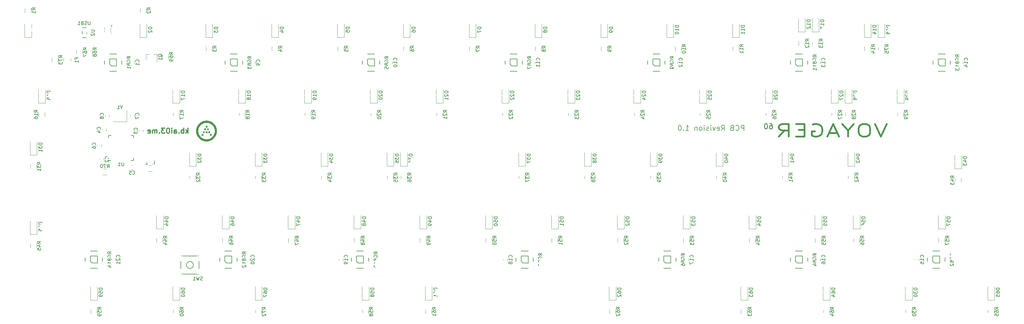
<source format=gbo>
G04 #@! TF.GenerationSoftware,KiCad,Pcbnew,(5.0.0)*
G04 #@! TF.CreationDate,2019-01-27T02:47:26-08:00*
G04 #@! TF.ProjectId,Voyager60,566F796167657236302E6B696361645F,rev?*
G04 #@! TF.SameCoordinates,Original*
G04 #@! TF.FileFunction,Legend,Bot*
G04 #@! TF.FilePolarity,Positive*
%FSLAX46Y46*%
G04 Gerber Fmt 4.6, Leading zero omitted, Abs format (unit mm)*
G04 Created by KiCad (PCBNEW (5.0.0)) date 01/27/19 02:47:26*
%MOMM*%
%LPD*%
G01*
G04 APERTURE LIST*
%ADD10C,0.300000*%
%ADD11C,0.200000*%
%ADD12C,0.250000*%
%ADD13C,0.500000*%
%ADD14C,0.120000*%
%ADD15C,0.150000*%
%ADD16C,0.010000*%
%ADD17C,2.501900*%
%ADD18R,1.600000X1.300000*%
%ADD19R,2.430000X1.540000*%
%ADD20R,1.200000X1.300000*%
%ADD21R,1.700000X1.100000*%
%ADD22R,1.100000X1.700000*%
%ADD23R,1.100000X1.000000*%
%ADD24R,1.100000X1.400000*%
%ADD25R,1.800000X1.600000*%
%ADD26C,1.400000*%
%ADD27C,7.400240*%
%ADD28C,7.401300*%
%ADD29O,1.400000X2.000000*%
%ADD30O,1.400000X2.500000*%
%ADD31C,1.050000*%
%ADD32R,0.700000X1.850000*%
%ADD33R,1.000000X1.850000*%
%ADD34R,1.150000X1.200000*%
%ADD35R,1.200000X1.150000*%
%ADD36R,1.687500X1.687500*%
%ADD37R,0.650000X1.100000*%
%ADD38R,1.100000X0.650000*%
%ADD39R,2.200000X1.500000*%
%ADD40C,2.650000*%
%ADD41C,2.650000*%
%ADD42C,4.387800*%
%ADD43C,2.305000*%
%ADD44R,2.305000X2.305000*%
%ADD45C,2.150000*%
%ADD46C,3.448000*%
%ADD47C,2.101800*%
%ADD48R,2.200000X1.800000*%
G04 APERTURE END LIST*
D10*
X70837500Y-61797321D02*
X70837500Y-60297321D01*
X70694642Y-61225892D02*
X70266071Y-61797321D01*
X70266071Y-60797321D02*
X70837500Y-61368750D01*
X69623214Y-61797321D02*
X69623214Y-60297321D01*
X69623214Y-60868750D02*
X69480357Y-60797321D01*
X69194642Y-60797321D01*
X69051785Y-60868750D01*
X68980357Y-60940178D01*
X68908928Y-61083035D01*
X68908928Y-61511607D01*
X68980357Y-61654464D01*
X69051785Y-61725892D01*
X69194642Y-61797321D01*
X69480357Y-61797321D01*
X69623214Y-61725892D01*
X68266071Y-61654464D02*
X68194642Y-61725892D01*
X68266071Y-61797321D01*
X68337500Y-61725892D01*
X68266071Y-61654464D01*
X68266071Y-61797321D01*
X66908928Y-61797321D02*
X66908928Y-61011607D01*
X66980357Y-60868750D01*
X67123214Y-60797321D01*
X67408928Y-60797321D01*
X67551785Y-60868750D01*
X66908928Y-61725892D02*
X67051785Y-61797321D01*
X67408928Y-61797321D01*
X67551785Y-61725892D01*
X67623214Y-61583035D01*
X67623214Y-61440178D01*
X67551785Y-61297321D01*
X67408928Y-61225892D01*
X67051785Y-61225892D01*
X66908928Y-61154464D01*
X66194642Y-61797321D02*
X66194642Y-60797321D01*
X66194642Y-60297321D02*
X66266071Y-60368750D01*
X66194642Y-60440178D01*
X66123214Y-60368750D01*
X66194642Y-60297321D01*
X66194642Y-60440178D01*
X65194642Y-60297321D02*
X65051785Y-60297321D01*
X64908928Y-60368750D01*
X64837500Y-60440178D01*
X64766071Y-60583035D01*
X64694642Y-60868750D01*
X64694642Y-61225892D01*
X64766071Y-61511607D01*
X64837500Y-61654464D01*
X64908928Y-61725892D01*
X65051785Y-61797321D01*
X65194642Y-61797321D01*
X65337500Y-61725892D01*
X65408928Y-61654464D01*
X65480357Y-61511607D01*
X65551785Y-61225892D01*
X65551785Y-60868750D01*
X65480357Y-60583035D01*
X65408928Y-60440178D01*
X65337500Y-60368750D01*
X65194642Y-60297321D01*
X64194642Y-60297321D02*
X63266071Y-60297321D01*
X63766071Y-60868750D01*
X63551785Y-60868750D01*
X63408928Y-60940178D01*
X63337500Y-61011607D01*
X63266071Y-61154464D01*
X63266071Y-61511607D01*
X63337500Y-61654464D01*
X63408928Y-61725892D01*
X63551785Y-61797321D01*
X63980357Y-61797321D01*
X64123214Y-61725892D01*
X64194642Y-61654464D01*
X62623214Y-61654464D02*
X62551785Y-61725892D01*
X62623214Y-61797321D01*
X62694642Y-61725892D01*
X62623214Y-61654464D01*
X62623214Y-61797321D01*
X61908928Y-61797321D02*
X61908928Y-60797321D01*
X61908928Y-60940178D02*
X61837500Y-60868750D01*
X61694642Y-60797321D01*
X61480357Y-60797321D01*
X61337500Y-60868750D01*
X61266071Y-61011607D01*
X61266071Y-61797321D01*
X61266071Y-61011607D02*
X61194642Y-60868750D01*
X61051785Y-60797321D01*
X60837500Y-60797321D01*
X60694642Y-60868750D01*
X60623214Y-61011607D01*
X60623214Y-61797321D01*
X59337500Y-61725892D02*
X59480357Y-61797321D01*
X59766071Y-61797321D01*
X59908928Y-61725892D01*
X59980357Y-61583035D01*
X59980357Y-61011607D01*
X59908928Y-60868750D01*
X59766071Y-60797321D01*
X59480357Y-60797321D01*
X59337500Y-60868750D01*
X59266071Y-61011607D01*
X59266071Y-61154464D01*
X59980357Y-61297321D01*
D11*
X231714285Y-61003571D02*
X231714285Y-59503571D01*
X231142857Y-59503571D01*
X231000000Y-59575000D01*
X230928571Y-59646428D01*
X230857142Y-59789285D01*
X230857142Y-60003571D01*
X230928571Y-60146428D01*
X231000000Y-60217857D01*
X231142857Y-60289285D01*
X231714285Y-60289285D01*
X229357142Y-60860714D02*
X229428571Y-60932142D01*
X229642857Y-61003571D01*
X229785714Y-61003571D01*
X230000000Y-60932142D01*
X230142857Y-60789285D01*
X230214285Y-60646428D01*
X230285714Y-60360714D01*
X230285714Y-60146428D01*
X230214285Y-59860714D01*
X230142857Y-59717857D01*
X230000000Y-59575000D01*
X229785714Y-59503571D01*
X229642857Y-59503571D01*
X229428571Y-59575000D01*
X229357142Y-59646428D01*
X228214285Y-60217857D02*
X228000000Y-60289285D01*
X227928571Y-60360714D01*
X227857142Y-60503571D01*
X227857142Y-60717857D01*
X227928571Y-60860714D01*
X228000000Y-60932142D01*
X228142857Y-61003571D01*
X228714285Y-61003571D01*
X228714285Y-59503571D01*
X228214285Y-59503571D01*
X228071428Y-59575000D01*
X228000000Y-59646428D01*
X227928571Y-59789285D01*
X227928571Y-59932142D01*
X228000000Y-60075000D01*
X228071428Y-60146428D01*
X228214285Y-60217857D01*
X228714285Y-60217857D01*
X225214285Y-61003571D02*
X225714285Y-60289285D01*
X226071428Y-61003571D02*
X226071428Y-59503571D01*
X225500000Y-59503571D01*
X225357142Y-59575000D01*
X225285714Y-59646428D01*
X225214285Y-59789285D01*
X225214285Y-60003571D01*
X225285714Y-60146428D01*
X225357142Y-60217857D01*
X225500000Y-60289285D01*
X226071428Y-60289285D01*
X224000000Y-60932142D02*
X224142857Y-61003571D01*
X224428571Y-61003571D01*
X224571428Y-60932142D01*
X224642857Y-60789285D01*
X224642857Y-60217857D01*
X224571428Y-60075000D01*
X224428571Y-60003571D01*
X224142857Y-60003571D01*
X224000000Y-60075000D01*
X223928571Y-60217857D01*
X223928571Y-60360714D01*
X224642857Y-60503571D01*
X223428571Y-60003571D02*
X223071428Y-61003571D01*
X222714285Y-60003571D01*
X222142857Y-61003571D02*
X222142857Y-60003571D01*
X222142857Y-59503571D02*
X222214285Y-59575000D01*
X222142857Y-59646428D01*
X222071428Y-59575000D01*
X222142857Y-59503571D01*
X222142857Y-59646428D01*
X221500000Y-60932142D02*
X221357142Y-61003571D01*
X221071428Y-61003571D01*
X220928571Y-60932142D01*
X220857142Y-60789285D01*
X220857142Y-60717857D01*
X220928571Y-60575000D01*
X221071428Y-60503571D01*
X221285714Y-60503571D01*
X221428571Y-60432142D01*
X221500000Y-60289285D01*
X221500000Y-60217857D01*
X221428571Y-60075000D01*
X221285714Y-60003571D01*
X221071428Y-60003571D01*
X220928571Y-60075000D01*
X220214285Y-61003571D02*
X220214285Y-60003571D01*
X220214285Y-59503571D02*
X220285714Y-59575000D01*
X220214285Y-59646428D01*
X220142857Y-59575000D01*
X220214285Y-59503571D01*
X220214285Y-59646428D01*
X219285714Y-61003571D02*
X219428571Y-60932142D01*
X219500000Y-60860714D01*
X219571428Y-60717857D01*
X219571428Y-60289285D01*
X219500000Y-60146428D01*
X219428571Y-60075000D01*
X219285714Y-60003571D01*
X219071428Y-60003571D01*
X218928571Y-60075000D01*
X218857142Y-60146428D01*
X218785714Y-60289285D01*
X218785714Y-60717857D01*
X218857142Y-60860714D01*
X218928571Y-60932142D01*
X219071428Y-61003571D01*
X219285714Y-61003571D01*
X218142857Y-60003571D02*
X218142857Y-61003571D01*
X218142857Y-60146428D02*
X218071428Y-60075000D01*
X217928571Y-60003571D01*
X217714285Y-60003571D01*
X217571428Y-60075000D01*
X217500000Y-60217857D01*
X217500000Y-61003571D01*
X214857142Y-61003571D02*
X215714285Y-61003571D01*
X215285714Y-61003571D02*
X215285714Y-59503571D01*
X215428571Y-59717857D01*
X215571428Y-59860714D01*
X215714285Y-59932142D01*
X214214285Y-60860714D02*
X214142857Y-60932142D01*
X214214285Y-61003571D01*
X214285714Y-60932142D01*
X214214285Y-60860714D01*
X214214285Y-61003571D01*
X213214285Y-59503571D02*
X213071428Y-59503571D01*
X212928571Y-59575000D01*
X212857142Y-59646428D01*
X212785714Y-59789285D01*
X212714285Y-60075000D01*
X212714285Y-60432142D01*
X212785714Y-60717857D01*
X212857142Y-60860714D01*
X212928571Y-60932142D01*
X213071428Y-61003571D01*
X213214285Y-61003571D01*
X213357142Y-60932142D01*
X213428571Y-60860714D01*
X213500000Y-60717857D01*
X213571428Y-60432142D01*
X213571428Y-60075000D01*
X213500000Y-59789285D01*
X213428571Y-59646428D01*
X213357142Y-59575000D01*
X213214285Y-59503571D01*
D12*
X239188571Y-58995571D02*
X239474285Y-58995571D01*
X239617142Y-59067000D01*
X239688571Y-59138428D01*
X239831428Y-59352714D01*
X239902857Y-59638428D01*
X239902857Y-60209857D01*
X239831428Y-60352714D01*
X239760000Y-60424142D01*
X239617142Y-60495571D01*
X239331428Y-60495571D01*
X239188571Y-60424142D01*
X239117142Y-60352714D01*
X239045714Y-60209857D01*
X239045714Y-59852714D01*
X239117142Y-59709857D01*
X239188571Y-59638428D01*
X239331428Y-59567000D01*
X239617142Y-59567000D01*
X239760000Y-59638428D01*
X239831428Y-59709857D01*
X239902857Y-59852714D01*
X238117142Y-58995571D02*
X237974285Y-58995571D01*
X237831428Y-59067000D01*
X237760000Y-59138428D01*
X237688571Y-59281285D01*
X237617142Y-59567000D01*
X237617142Y-59924142D01*
X237688571Y-60209857D01*
X237760000Y-60352714D01*
X237831428Y-60424142D01*
X237974285Y-60495571D01*
X238117142Y-60495571D01*
X238260000Y-60424142D01*
X238331428Y-60352714D01*
X238402857Y-60209857D01*
X238474285Y-59924142D01*
X238474285Y-59567000D01*
X238402857Y-59281285D01*
X238331428Y-59138428D01*
X238260000Y-59067000D01*
X238117142Y-58995571D01*
D13*
X273008333Y-59092559D02*
X271341666Y-62792559D01*
X269675000Y-59092559D01*
X267055952Y-59092559D02*
X266103571Y-59092559D01*
X265627380Y-59268750D01*
X265151190Y-59621130D01*
X264913095Y-60325892D01*
X264913095Y-61559226D01*
X265151190Y-62263988D01*
X265627380Y-62616369D01*
X266103571Y-62792559D01*
X267055952Y-62792559D01*
X267532142Y-62616369D01*
X268008333Y-62263988D01*
X268246428Y-61559226D01*
X268246428Y-60325892D01*
X268008333Y-59621130D01*
X267532142Y-59268750D01*
X267055952Y-59092559D01*
X261817857Y-61030654D02*
X261817857Y-62792559D01*
X263484523Y-59092559D02*
X261817857Y-61030654D01*
X260151190Y-59092559D01*
X258722619Y-61735416D02*
X256341666Y-61735416D01*
X259198809Y-62792559D02*
X257532142Y-59092559D01*
X255865476Y-62792559D01*
X251579761Y-59268750D02*
X252055952Y-59092559D01*
X252770238Y-59092559D01*
X253484523Y-59268750D01*
X253960714Y-59621130D01*
X254198809Y-59973511D01*
X254436904Y-60678273D01*
X254436904Y-61206845D01*
X254198809Y-61911607D01*
X253960714Y-62263988D01*
X253484523Y-62616369D01*
X252770238Y-62792559D01*
X252294047Y-62792559D01*
X251579761Y-62616369D01*
X251341666Y-62440178D01*
X251341666Y-61206845D01*
X252294047Y-61206845D01*
X249198809Y-60854464D02*
X247532142Y-60854464D01*
X246817857Y-62792559D02*
X249198809Y-62792559D01*
X249198809Y-59092559D01*
X246817857Y-59092559D01*
X241817857Y-62792559D02*
X243484523Y-61030654D01*
X244675000Y-62792559D02*
X244675000Y-59092559D01*
X242770238Y-59092559D01*
X242294047Y-59268750D01*
X242055952Y-59444940D01*
X241817857Y-59797321D01*
X241817857Y-60325892D01*
X242055952Y-60678273D01*
X242294047Y-60854464D01*
X242770238Y-61030654D01*
X244675000Y-61030654D01*
D14*
G04 #@! TO.C,D1*
X25606250Y-34000000D02*
X23606250Y-34000000D01*
X23606250Y-34000000D02*
X23606250Y-30100000D01*
X25606250Y-34000000D02*
X25606250Y-30100000D01*
G04 #@! TO.C,D2*
X58943750Y-34000000D02*
X56943750Y-34000000D01*
X56943750Y-34000000D02*
X56943750Y-30100000D01*
X58943750Y-34000000D02*
X58943750Y-30100000D01*
G04 #@! TO.C,D3*
X77993750Y-34000000D02*
X77993750Y-30100000D01*
X75993750Y-34000000D02*
X75993750Y-30100000D01*
X77993750Y-34000000D02*
X75993750Y-34000000D01*
G04 #@! TO.C,D4*
X97043750Y-34000000D02*
X95043750Y-34000000D01*
X95043750Y-34000000D02*
X95043750Y-30100000D01*
X97043750Y-34000000D02*
X97043750Y-30100000D01*
G04 #@! TO.C,D5*
X116093750Y-34000000D02*
X116093750Y-30100000D01*
X114093750Y-34000000D02*
X114093750Y-30100000D01*
X116093750Y-34000000D02*
X114093750Y-34000000D01*
G04 #@! TO.C,D6*
X135143750Y-34000000D02*
X133143750Y-34000000D01*
X133143750Y-34000000D02*
X133143750Y-30100000D01*
X135143750Y-34000000D02*
X135143750Y-30100000D01*
G04 #@! TO.C,D7*
X154193750Y-34000000D02*
X154193750Y-30100000D01*
X152193750Y-34000000D02*
X152193750Y-30100000D01*
X154193750Y-34000000D02*
X152193750Y-34000000D01*
G04 #@! TO.C,D8*
X173243750Y-34000000D02*
X171243750Y-34000000D01*
X171243750Y-34000000D02*
X171243750Y-30100000D01*
X173243750Y-34000000D02*
X173243750Y-30100000D01*
G04 #@! TO.C,D9*
X192293750Y-34000000D02*
X190293750Y-34000000D01*
X190293750Y-34000000D02*
X190293750Y-30100000D01*
X192293750Y-34000000D02*
X192293750Y-30100000D01*
G04 #@! TO.C,D10*
X211343750Y-34000000D02*
X209343750Y-34000000D01*
X209343750Y-34000000D02*
X209343750Y-30100000D01*
X211343750Y-34000000D02*
X211343750Y-30100000D01*
G04 #@! TO.C,D11*
X230393750Y-34000000D02*
X230393750Y-30100000D01*
X228393750Y-34000000D02*
X228393750Y-30100000D01*
X230393750Y-34000000D02*
X228393750Y-34000000D01*
G04 #@! TO.C,D12*
X249443750Y-32412500D02*
X247443750Y-32412500D01*
X247443750Y-32412500D02*
X247443750Y-28512500D01*
X249443750Y-32412500D02*
X249443750Y-28512500D01*
G04 #@! TO.C,D13*
X253412500Y-32412500D02*
X251412500Y-32412500D01*
X251412500Y-32412500D02*
X251412500Y-28512500D01*
X253412500Y-32412500D02*
X253412500Y-28512500D01*
G04 #@! TO.C,D14*
X268493750Y-34000000D02*
X268493750Y-30100000D01*
X266493750Y-34000000D02*
X266493750Y-30100000D01*
X268493750Y-34000000D02*
X266493750Y-34000000D01*
G04 #@! TO.C,D16*
X29575000Y-53050000D02*
X27575000Y-53050000D01*
X27575000Y-53050000D02*
X27575000Y-49150000D01*
X29575000Y-53050000D02*
X29575000Y-49150000D01*
G04 #@! TO.C,D17*
X68468750Y-53050000D02*
X66468750Y-53050000D01*
X66468750Y-53050000D02*
X66468750Y-49150000D01*
X68468750Y-53050000D02*
X68468750Y-49150000D01*
G04 #@! TO.C,D18*
X87518750Y-53050000D02*
X85518750Y-53050000D01*
X85518750Y-53050000D02*
X85518750Y-49150000D01*
X87518750Y-53050000D02*
X87518750Y-49150000D01*
G04 #@! TO.C,D19*
X106568750Y-53050000D02*
X106568750Y-49150000D01*
X104568750Y-53050000D02*
X104568750Y-49150000D01*
X106568750Y-53050000D02*
X104568750Y-53050000D01*
G04 #@! TO.C,D20*
X125618750Y-53050000D02*
X125618750Y-49150000D01*
X123618750Y-53050000D02*
X123618750Y-49150000D01*
X125618750Y-53050000D02*
X123618750Y-53050000D01*
G04 #@! TO.C,D21*
X144668750Y-53050000D02*
X142668750Y-53050000D01*
X142668750Y-53050000D02*
X142668750Y-49150000D01*
X144668750Y-53050000D02*
X144668750Y-49150000D01*
G04 #@! TO.C,D22*
X163718750Y-53050000D02*
X163718750Y-49150000D01*
X161718750Y-53050000D02*
X161718750Y-49150000D01*
X163718750Y-53050000D02*
X161718750Y-53050000D01*
G04 #@! TO.C,D23*
X182768750Y-53050000D02*
X182768750Y-49150000D01*
X180768750Y-53050000D02*
X180768750Y-49150000D01*
X182768750Y-53050000D02*
X180768750Y-53050000D01*
G04 #@! TO.C,D24*
X201818750Y-53050000D02*
X199818750Y-53050000D01*
X199818750Y-53050000D02*
X199818750Y-49150000D01*
X201818750Y-53050000D02*
X201818750Y-49150000D01*
G04 #@! TO.C,D25*
X220868750Y-53050000D02*
X220868750Y-49150000D01*
X218868750Y-53050000D02*
X218868750Y-49150000D01*
X220868750Y-53050000D02*
X218868750Y-53050000D01*
G04 #@! TO.C,D26*
X239918750Y-53050000D02*
X237918750Y-53050000D01*
X237918750Y-53050000D02*
X237918750Y-49150000D01*
X239918750Y-53050000D02*
X239918750Y-49150000D01*
G04 #@! TO.C,D27*
X258968750Y-53050000D02*
X258968750Y-49150000D01*
X256968750Y-53050000D02*
X256968750Y-49150000D01*
X258968750Y-53050000D02*
X256968750Y-53050000D01*
G04 #@! TO.C,D28*
X262937500Y-53050000D02*
X262937500Y-49150000D01*
X260937500Y-53050000D02*
X260937500Y-49150000D01*
X262937500Y-53050000D02*
X260937500Y-53050000D01*
G04 #@! TO.C,D29*
X278018750Y-53050000D02*
X278018750Y-49150000D01*
X276018750Y-53050000D02*
X276018750Y-49150000D01*
X278018750Y-53050000D02*
X276018750Y-53050000D01*
G04 #@! TO.C,D30*
X280400000Y-110200000D02*
X278400000Y-110200000D01*
X278400000Y-110200000D02*
X278400000Y-106300000D01*
X280400000Y-110200000D02*
X280400000Y-106300000D01*
G04 #@! TO.C,D31*
X27193750Y-68131250D02*
X25193750Y-68131250D01*
X25193750Y-68131250D02*
X25193750Y-64231250D01*
X27193750Y-68131250D02*
X27193750Y-64231250D01*
G04 #@! TO.C,D32*
X73231250Y-71306250D02*
X73231250Y-67406250D01*
X71231250Y-71306250D02*
X71231250Y-67406250D01*
X73231250Y-71306250D02*
X71231250Y-71306250D01*
G04 #@! TO.C,D33*
X92281250Y-71306250D02*
X92281250Y-67406250D01*
X90281250Y-71306250D02*
X90281250Y-67406250D01*
X92281250Y-71306250D02*
X90281250Y-71306250D01*
G04 #@! TO.C,D34*
X111331250Y-71306250D02*
X109331250Y-71306250D01*
X109331250Y-71306250D02*
X109331250Y-67406250D01*
X111331250Y-71306250D02*
X111331250Y-67406250D01*
G04 #@! TO.C,D35*
X130381250Y-71306250D02*
X128381250Y-71306250D01*
X128381250Y-71306250D02*
X128381250Y-67406250D01*
X130381250Y-71306250D02*
X130381250Y-67406250D01*
G04 #@! TO.C,D36*
X134350000Y-71306250D02*
X132350000Y-71306250D01*
X132350000Y-71306250D02*
X132350000Y-67406250D01*
X134350000Y-71306250D02*
X134350000Y-67406250D01*
G04 #@! TO.C,D37*
X168481250Y-71306250D02*
X168481250Y-67406250D01*
X166481250Y-71306250D02*
X166481250Y-67406250D01*
X168481250Y-71306250D02*
X166481250Y-71306250D01*
G04 #@! TO.C,D38*
X187531250Y-71306250D02*
X187531250Y-67406250D01*
X185531250Y-71306250D02*
X185531250Y-67406250D01*
X187531250Y-71306250D02*
X185531250Y-71306250D01*
G04 #@! TO.C,D39*
X206581250Y-71306250D02*
X206581250Y-67406250D01*
X204581250Y-71306250D02*
X204581250Y-67406250D01*
X206581250Y-71306250D02*
X204581250Y-71306250D01*
G04 #@! TO.C,D40*
X225631250Y-71306250D02*
X223631250Y-71306250D01*
X223631250Y-71306250D02*
X223631250Y-67406250D01*
X225631250Y-71306250D02*
X225631250Y-67406250D01*
G04 #@! TO.C,D41*
X244681250Y-71306250D02*
X244681250Y-67406250D01*
X242681250Y-71306250D02*
X242681250Y-67406250D01*
X244681250Y-71306250D02*
X242681250Y-71306250D01*
G04 #@! TO.C,D42*
X263731250Y-71306250D02*
X263731250Y-67406250D01*
X261731250Y-71306250D02*
X261731250Y-67406250D01*
X263731250Y-71306250D02*
X261731250Y-71306250D01*
G04 #@! TO.C,D43*
X294687500Y-72100000D02*
X294687500Y-68200000D01*
X292687500Y-72100000D02*
X292687500Y-68200000D01*
X294687500Y-72100000D02*
X292687500Y-72100000D01*
G04 #@! TO.C,D45*
X27193750Y-91150000D02*
X25193750Y-91150000D01*
X25193750Y-91150000D02*
X25193750Y-87250000D01*
X27193750Y-91150000D02*
X27193750Y-87250000D01*
G04 #@! TO.C,D46*
X82756250Y-89562500D02*
X80756250Y-89562500D01*
X80756250Y-89562500D02*
X80756250Y-85662500D01*
X82756250Y-89562500D02*
X82756250Y-85662500D01*
G04 #@! TO.C,D47*
X101806250Y-89562500D02*
X101806250Y-85662500D01*
X99806250Y-89562500D02*
X99806250Y-85662500D01*
X101806250Y-89562500D02*
X99806250Y-89562500D01*
G04 #@! TO.C,D48*
X120856250Y-89562500D02*
X118856250Y-89562500D01*
X118856250Y-89562500D02*
X118856250Y-85662500D01*
X120856250Y-89562500D02*
X120856250Y-85662500D01*
G04 #@! TO.C,D49*
X139906250Y-89562500D02*
X139906250Y-85662500D01*
X137906250Y-89562500D02*
X137906250Y-85662500D01*
X139906250Y-89562500D02*
X137906250Y-89562500D01*
G04 #@! TO.C,D50*
X158956250Y-89562500D02*
X158956250Y-85662500D01*
X156956250Y-89562500D02*
X156956250Y-85662500D01*
X158956250Y-89562500D02*
X156956250Y-89562500D01*
G04 #@! TO.C,D51*
X178006250Y-89562500D02*
X178006250Y-85662500D01*
X176006250Y-89562500D02*
X176006250Y-85662500D01*
X178006250Y-89562500D02*
X176006250Y-89562500D01*
G04 #@! TO.C,D52*
X197056250Y-89562500D02*
X197056250Y-85662500D01*
X195056250Y-89562500D02*
X195056250Y-85662500D01*
X197056250Y-89562500D02*
X195056250Y-89562500D01*
G04 #@! TO.C,D53*
X216106250Y-89562500D02*
X214106250Y-89562500D01*
X214106250Y-89562500D02*
X214106250Y-85662500D01*
X216106250Y-89562500D02*
X216106250Y-85662500D01*
G04 #@! TO.C,D54*
X235156250Y-89562500D02*
X233156250Y-89562500D01*
X233156250Y-89562500D02*
X233156250Y-85662500D01*
X235156250Y-89562500D02*
X235156250Y-85662500D01*
G04 #@! TO.C,D55*
X254206250Y-89562500D02*
X252206250Y-89562500D01*
X252206250Y-89562500D02*
X252206250Y-85662500D01*
X254206250Y-89562500D02*
X254206250Y-85662500D01*
G04 #@! TO.C,D56*
X265318750Y-89562500D02*
X265318750Y-85662500D01*
X263318750Y-89562500D02*
X263318750Y-85662500D01*
X265318750Y-89562500D02*
X263318750Y-89562500D01*
G04 #@! TO.C,D57*
X289925000Y-89562500D02*
X289925000Y-85662500D01*
X287925000Y-89562500D02*
X287925000Y-85662500D01*
X289925000Y-89562500D02*
X287925000Y-89562500D01*
G04 #@! TO.C,D59*
X44656250Y-110200000D02*
X44656250Y-106300000D01*
X42656250Y-110200000D02*
X42656250Y-106300000D01*
X44656250Y-110200000D02*
X42656250Y-110200000D01*
G04 #@! TO.C,D60*
X68468750Y-110200000D02*
X66468750Y-110200000D01*
X66468750Y-110200000D02*
X66468750Y-106300000D01*
X68468750Y-110200000D02*
X68468750Y-106300000D01*
G04 #@! TO.C,D61*
X141493750Y-110200000D02*
X139493750Y-110200000D01*
X139493750Y-110200000D02*
X139493750Y-106300000D01*
X141493750Y-110200000D02*
X141493750Y-106300000D01*
G04 #@! TO.C,D63*
X232775000Y-110200000D02*
X230775000Y-110200000D01*
X230775000Y-110200000D02*
X230775000Y-106300000D01*
X232775000Y-110200000D02*
X232775000Y-106300000D01*
G04 #@! TO.C,D64*
X256587500Y-110200000D02*
X254587500Y-110200000D01*
X254587500Y-110200000D02*
X254587500Y-106300000D01*
X256587500Y-110200000D02*
X256587500Y-106300000D01*
G04 #@! TO.C,D65*
X304212500Y-110200000D02*
X304212500Y-106300000D01*
X302212500Y-110200000D02*
X302212500Y-106300000D01*
X304212500Y-110200000D02*
X302212500Y-110200000D01*
G04 #@! TO.C,D67*
X92281250Y-110200000D02*
X90281250Y-110200000D01*
X90281250Y-110200000D02*
X90281250Y-106300000D01*
X92281250Y-110200000D02*
X92281250Y-106300000D01*
G04 #@! TO.C,D68*
X272462500Y-34000000D02*
X270462500Y-34000000D01*
X270462500Y-34000000D02*
X270462500Y-30100000D01*
X272462500Y-34000000D02*
X272462500Y-30100000D01*
G04 #@! TO.C,F1*
X37011000Y-41481250D02*
X37011000Y-39481250D01*
X34871000Y-39481250D02*
X34871000Y-41481250D01*
G04 #@! TO.C,Q1*
X58745000Y-38927500D02*
X58745000Y-40387500D01*
X61905000Y-38927500D02*
X61905000Y-41087500D01*
X61905000Y-38927500D02*
X60975000Y-38927500D01*
X58745000Y-38927500D02*
X59675000Y-38927500D01*
G04 #@! TO.C,R1*
X23726250Y-25593750D02*
X23726250Y-26793750D01*
X25486250Y-26793750D02*
X25486250Y-25593750D01*
G04 #@! TO.C,R2*
X57063750Y-25593750D02*
X57063750Y-26793750D01*
X58823750Y-26793750D02*
X58823750Y-25593750D01*
G04 #@! TO.C,R3*
X77873750Y-37906250D02*
X77873750Y-36706250D01*
X76113750Y-36706250D02*
X76113750Y-37906250D01*
G04 #@! TO.C,R4*
X96923750Y-37906250D02*
X96923750Y-36706250D01*
X95163750Y-36706250D02*
X95163750Y-37906250D01*
G04 #@! TO.C,R5*
X115973750Y-37906250D02*
X115973750Y-36706250D01*
X114213750Y-36706250D02*
X114213750Y-37906250D01*
G04 #@! TO.C,R6*
X133263750Y-36706250D02*
X133263750Y-37906250D01*
X135023750Y-37906250D02*
X135023750Y-36706250D01*
G04 #@! TO.C,R7*
X152313750Y-36706250D02*
X152313750Y-37906250D01*
X154073750Y-37906250D02*
X154073750Y-36706250D01*
G04 #@! TO.C,R8*
X173123750Y-37906250D02*
X173123750Y-36706250D01*
X171363750Y-36706250D02*
X171363750Y-37906250D01*
G04 #@! TO.C,R9*
X192173750Y-37906250D02*
X192173750Y-36706250D01*
X190413750Y-36706250D02*
X190413750Y-37906250D01*
G04 #@! TO.C,R10*
X213605000Y-37906250D02*
X213605000Y-36706250D01*
X211845000Y-36706250D02*
X211845000Y-37906250D01*
G04 #@! TO.C,R11*
X230273750Y-37906250D02*
X230273750Y-36706250D01*
X228513750Y-36706250D02*
X228513750Y-37906250D01*
G04 #@! TO.C,R12*
X247563750Y-35118750D02*
X247563750Y-36318750D01*
X249323750Y-36318750D02*
X249323750Y-35118750D01*
G04 #@! TO.C,R13*
X251532500Y-35118750D02*
X251532500Y-36318750D01*
X253292500Y-36318750D02*
X253292500Y-35118750D01*
G04 #@! TO.C,R14*
X268373750Y-37906250D02*
X268373750Y-36706250D01*
X266613750Y-36706250D02*
X266613750Y-37906250D01*
G04 #@! TO.C,R16*
X27695000Y-55756250D02*
X27695000Y-56956250D01*
X29455000Y-56956250D02*
X29455000Y-55756250D01*
G04 #@! TO.C,R17*
X66588750Y-55756250D02*
X66588750Y-56956250D01*
X68348750Y-56956250D02*
X68348750Y-55756250D01*
G04 #@! TO.C,R18*
X85638750Y-55756250D02*
X85638750Y-56956250D01*
X87398750Y-56956250D02*
X87398750Y-55756250D01*
G04 #@! TO.C,R19*
X104688750Y-55756250D02*
X104688750Y-56956250D01*
X106448750Y-56956250D02*
X106448750Y-55756250D01*
G04 #@! TO.C,R20*
X125498750Y-56956250D02*
X125498750Y-55756250D01*
X123738750Y-55756250D02*
X123738750Y-56956250D01*
G04 #@! TO.C,R21*
X142788750Y-55756250D02*
X142788750Y-56956250D01*
X144548750Y-56956250D02*
X144548750Y-55756250D01*
G04 #@! TO.C,R22*
X163598750Y-56956250D02*
X163598750Y-55756250D01*
X161838750Y-55756250D02*
X161838750Y-56956250D01*
G04 #@! TO.C,R23*
X180888750Y-55756250D02*
X180888750Y-56956250D01*
X182648750Y-56956250D02*
X182648750Y-55756250D01*
G04 #@! TO.C,R24*
X201698750Y-56956250D02*
X201698750Y-55756250D01*
X199938750Y-55756250D02*
X199938750Y-56956250D01*
G04 #@! TO.C,R25*
X218988750Y-55756250D02*
X218988750Y-56956250D01*
X220748750Y-56956250D02*
X220748750Y-55756250D01*
G04 #@! TO.C,R26*
X239798750Y-56956250D02*
X239798750Y-55756250D01*
X238038750Y-55756250D02*
X238038750Y-56956250D01*
G04 #@! TO.C,R27*
X257088750Y-55756250D02*
X257088750Y-56956250D01*
X258848750Y-56956250D02*
X258848750Y-55756250D01*
G04 #@! TO.C,R28*
X262817500Y-56956250D02*
X262817500Y-55756250D01*
X261057500Y-55756250D02*
X261057500Y-56956250D01*
G04 #@! TO.C,R29*
X276138750Y-55756250D02*
X276138750Y-56956250D01*
X277898750Y-56956250D02*
X277898750Y-55756250D01*
G04 #@! TO.C,R30*
X278520000Y-112906250D02*
X278520000Y-114106250D01*
X280280000Y-114106250D02*
X280280000Y-112906250D01*
G04 #@! TO.C,R31*
X27073750Y-72037500D02*
X27073750Y-70837500D01*
X25313750Y-70837500D02*
X25313750Y-72037500D01*
G04 #@! TO.C,R32*
X71351250Y-74012500D02*
X71351250Y-75212500D01*
X73111250Y-75212500D02*
X73111250Y-74012500D01*
G04 #@! TO.C,R33*
X92161250Y-75212500D02*
X92161250Y-74012500D01*
X90401250Y-74012500D02*
X90401250Y-75212500D01*
G04 #@! TO.C,R34*
X109451250Y-74012500D02*
X109451250Y-75212500D01*
X111211250Y-75212500D02*
X111211250Y-74012500D01*
G04 #@! TO.C,R35*
X130261250Y-75212500D02*
X130261250Y-74012500D01*
X128501250Y-74012500D02*
X128501250Y-75212500D01*
G04 #@! TO.C,R36*
X132470000Y-74012500D02*
X132470000Y-75212500D01*
X134230000Y-75212500D02*
X134230000Y-74012500D01*
G04 #@! TO.C,R37*
X168361250Y-75212500D02*
X168361250Y-74012500D01*
X166601250Y-74012500D02*
X166601250Y-75212500D01*
G04 #@! TO.C,R38*
X185651250Y-74012500D02*
X185651250Y-75212500D01*
X187411250Y-75212500D02*
X187411250Y-74012500D01*
G04 #@! TO.C,R39*
X206461250Y-75212500D02*
X206461250Y-74012500D01*
X204701250Y-74012500D02*
X204701250Y-75212500D01*
G04 #@! TO.C,R40*
X225511250Y-75212500D02*
X225511250Y-74012500D01*
X223751250Y-74012500D02*
X223751250Y-75212500D01*
G04 #@! TO.C,R41*
X242801250Y-74012500D02*
X242801250Y-75212500D01*
X244561250Y-75212500D02*
X244561250Y-74012500D01*
G04 #@! TO.C,R42*
X263611250Y-75212500D02*
X263611250Y-74012500D01*
X261851250Y-74012500D02*
X261851250Y-75212500D01*
G04 #@! TO.C,R43*
X292807500Y-74806250D02*
X292807500Y-76006250D01*
X294567500Y-76006250D02*
X294567500Y-74806250D01*
G04 #@! TO.C,R45*
X25313750Y-93856250D02*
X25313750Y-95056250D01*
X27073750Y-95056250D02*
X27073750Y-93856250D01*
G04 #@! TO.C,R46*
X82636250Y-93468750D02*
X82636250Y-92268750D01*
X80876250Y-92268750D02*
X80876250Y-93468750D01*
G04 #@! TO.C,R47*
X99926250Y-92268750D02*
X99926250Y-93468750D01*
X101686250Y-93468750D02*
X101686250Y-92268750D01*
G04 #@! TO.C,R48*
X118976250Y-92268750D02*
X118976250Y-93468750D01*
X120736250Y-93468750D02*
X120736250Y-92268750D01*
G04 #@! TO.C,R49*
X139786250Y-93468750D02*
X139786250Y-92268750D01*
X138026250Y-92268750D02*
X138026250Y-93468750D01*
G04 #@! TO.C,R50*
X158836250Y-93468750D02*
X158836250Y-92268750D01*
X157076250Y-92268750D02*
X157076250Y-93468750D01*
G04 #@! TO.C,R51*
X176126250Y-92268750D02*
X176126250Y-93468750D01*
X177886250Y-93468750D02*
X177886250Y-92268750D01*
G04 #@! TO.C,R52*
X196936250Y-93468750D02*
X196936250Y-92268750D01*
X195176250Y-92268750D02*
X195176250Y-93468750D01*
G04 #@! TO.C,R53*
X214226250Y-92268750D02*
X214226250Y-93468750D01*
X215986250Y-93468750D02*
X215986250Y-92268750D01*
G04 #@! TO.C,R54*
X235036250Y-93468750D02*
X235036250Y-92268750D01*
X233276250Y-92268750D02*
X233276250Y-93468750D01*
G04 #@! TO.C,R55*
X252326250Y-92268750D02*
X252326250Y-93468750D01*
X254086250Y-93468750D02*
X254086250Y-92268750D01*
G04 #@! TO.C,R56*
X265198750Y-93468750D02*
X265198750Y-92268750D01*
X263438750Y-92268750D02*
X263438750Y-93468750D01*
G04 #@! TO.C,R57*
X288045000Y-92268750D02*
X288045000Y-93468750D01*
X289805000Y-93468750D02*
X289805000Y-92268750D01*
G04 #@! TO.C,R59*
X44536250Y-114106250D02*
X44536250Y-112906250D01*
X42776250Y-112906250D02*
X42776250Y-114106250D01*
G04 #@! TO.C,R60*
X66588750Y-112906250D02*
X66588750Y-114106250D01*
X68348750Y-114106250D02*
X68348750Y-112906250D01*
G04 #@! TO.C,R61*
X139613750Y-112906250D02*
X139613750Y-114106250D01*
X141373750Y-114106250D02*
X141373750Y-112906250D01*
G04 #@! TO.C,R63*
X230895000Y-112906250D02*
X230895000Y-114106250D01*
X232655000Y-114106250D02*
X232655000Y-112906250D01*
G04 #@! TO.C,R64*
X254707500Y-112906250D02*
X254707500Y-114106250D01*
X256467500Y-114106250D02*
X256467500Y-112906250D01*
G04 #@! TO.C,R65*
X302332500Y-112906250D02*
X302332500Y-114106250D01*
X304092500Y-114106250D02*
X304092500Y-112906250D01*
G04 #@! TO.C,R67*
X38617000Y-37627000D02*
X38617000Y-38827000D01*
X40377000Y-38827000D02*
X40377000Y-37627000D01*
G04 #@! TO.C,R68*
X43171000Y-38827000D02*
X43171000Y-37627000D01*
X41411000Y-37627000D02*
X41411000Y-38827000D01*
G04 #@! TO.C,R69*
X65269000Y-40224000D02*
X65269000Y-39024000D01*
X63509000Y-39024000D02*
X63509000Y-40224000D01*
G04 #@! TO.C,R70*
X47431250Y-72145000D02*
X46231250Y-72145000D01*
X46231250Y-73905000D02*
X47431250Y-73905000D01*
G04 #@! TO.C,R71*
X59344000Y-72889000D02*
X60544000Y-72889000D01*
X60544000Y-71129000D02*
X59344000Y-71129000D01*
G04 #@! TO.C,R72*
X90401250Y-112906250D02*
X90401250Y-114106250D01*
X92161250Y-114106250D02*
X92161250Y-112906250D01*
G04 #@! TO.C,R73*
X33265000Y-41081250D02*
X33265000Y-39881250D01*
X31505000Y-39881250D02*
X31505000Y-41081250D01*
G04 #@! TO.C,R74*
X46745000Y-31150000D02*
X46745000Y-32350000D01*
X48505000Y-32350000D02*
X48505000Y-31150000D01*
G04 #@! TO.C,R75*
X272342500Y-37906250D02*
X272342500Y-36706250D01*
X270582500Y-36706250D02*
X270582500Y-37906250D01*
D15*
G04 #@! TO.C,U2*
X41544000Y-34089000D02*
X40244000Y-34089000D01*
X41544000Y-31189000D02*
X41544000Y-34089000D01*
X40244000Y-31189000D02*
X41544000Y-31189000D01*
X40244000Y-31189000D02*
X40244000Y-34089000D01*
D14*
G04 #@! TO.C,Y1*
X53181000Y-58419000D02*
X49181000Y-58419000D01*
X53181000Y-55119000D02*
X53181000Y-58419000D01*
G04 #@! TO.C,D44*
X63706250Y-89562500D02*
X63706250Y-85662500D01*
X61706250Y-89562500D02*
X61706250Y-85662500D01*
X63706250Y-89562500D02*
X61706250Y-89562500D01*
G04 #@! TO.C,R44*
X63586250Y-93468750D02*
X63586250Y-92268750D01*
X61826250Y-92268750D02*
X61826250Y-93468750D01*
G04 #@! TO.C,D58*
X123237500Y-110200000D02*
X121237500Y-110200000D01*
X121237500Y-110200000D02*
X121237500Y-106300000D01*
X123237500Y-110200000D02*
X123237500Y-106300000D01*
G04 #@! TO.C,D62*
X194675000Y-110200000D02*
X194675000Y-106300000D01*
X192675000Y-110200000D02*
X192675000Y-106300000D01*
X194675000Y-110200000D02*
X192675000Y-110200000D01*
G04 #@! TO.C,R58*
X121357500Y-112906250D02*
X121357500Y-114106250D01*
X123117500Y-114106250D02*
X123117500Y-112906250D01*
G04 #@! TO.C,R62*
X194555000Y-114106250D02*
X194555000Y-112906250D01*
X192795000Y-112906250D02*
X192795000Y-114106250D01*
G04 #@! TO.C,C2*
X45374000Y-68992000D02*
X45374000Y-69692000D01*
X46574000Y-69692000D02*
X46574000Y-68992000D01*
G04 #@! TO.C,C3*
X56677000Y-60737000D02*
X56677000Y-61437000D01*
X57877000Y-61437000D02*
X57877000Y-60737000D01*
G04 #@! TO.C,C4*
X47209000Y-61183000D02*
X47209000Y-60483000D01*
X46009000Y-60483000D02*
X46009000Y-61183000D01*
G04 #@! TO.C,C5*
X54323500Y-72386750D02*
X55023500Y-72386750D01*
X55023500Y-71186750D02*
X54323500Y-71186750D01*
G04 #@! TO.C,C6*
X44612000Y-65055000D02*
X44612000Y-65755000D01*
X45812000Y-65755000D02*
X45812000Y-65055000D01*
G04 #@! TO.C,C7*
X55337000Y-57119000D02*
X55337000Y-56419000D01*
X54137000Y-56419000D02*
X54137000Y-57119000D01*
G04 #@! TO.C,C8*
X48098000Y-57119000D02*
X48098000Y-56419000D01*
X46898000Y-56419000D02*
X46898000Y-57119000D01*
D15*
G04 #@! TO.C,U1*
X55129809Y-69689153D02*
X54354809Y-69689153D01*
X55129809Y-62439153D02*
X54354809Y-62439153D01*
X47879809Y-62439153D02*
X48654809Y-62439153D01*
X47879809Y-69689153D02*
X48654809Y-69689153D01*
X55129809Y-62439153D02*
X55129809Y-63214153D01*
X47879809Y-62439153D02*
X47879809Y-63214153D01*
X55129809Y-69689153D02*
X55129809Y-68914153D01*
G04 #@! TO.C,SW1*
X72437500Y-100012500D02*
G75*
G03X72437500Y-100012500I-1000000J0D01*
G01*
X68837500Y-97412500D02*
X68837500Y-102612500D01*
X74037500Y-97412500D02*
X68837500Y-97412500D01*
X74037500Y-102612500D02*
X74037500Y-97412500D01*
X68837500Y-102612500D02*
X74037500Y-102612500D01*
D14*
G04 #@! TO.C,C1*
X54168750Y-40925000D02*
X54168750Y-41625000D01*
X55368750Y-41625000D02*
X55368750Y-40925000D01*
G04 #@! TO.C,C9*
X90293750Y-41625000D02*
X90293750Y-40925000D01*
X89093750Y-40925000D02*
X89093750Y-41625000D01*
G04 #@! TO.C,C10*
X128781250Y-40925000D02*
X128781250Y-41625000D01*
X129981250Y-41625000D02*
X129981250Y-40925000D01*
G04 #@! TO.C,C11*
X171256250Y-41625000D02*
X171256250Y-40925000D01*
X170056250Y-40925000D02*
X170056250Y-41625000D01*
G04 #@! TO.C,C12*
X211331250Y-40925000D02*
X211331250Y-41625000D01*
X212531250Y-41625000D02*
X212531250Y-40925000D01*
G04 #@! TO.C,C13*
X253806250Y-41625000D02*
X253806250Y-40925000D01*
X252606250Y-40925000D02*
X252606250Y-41625000D01*
G04 #@! TO.C,C14*
X293881250Y-40925000D02*
X293881250Y-41625000D01*
X295081250Y-41625000D02*
X295081250Y-40925000D01*
G04 #@! TO.C,C15*
X282381250Y-98775000D02*
X282381250Y-98075000D01*
X281181250Y-98075000D02*
X281181250Y-98775000D01*
G04 #@! TO.C,C16*
X252606250Y-98075000D02*
X252606250Y-98775000D01*
X253806250Y-98775000D02*
X253806250Y-98075000D01*
G04 #@! TO.C,C17*
X215706250Y-98775000D02*
X215706250Y-98075000D01*
X214506250Y-98075000D02*
X214506250Y-98775000D01*
G04 #@! TO.C,C18*
X162118750Y-98075000D02*
X162118750Y-98775000D01*
X163318750Y-98775000D02*
X163318750Y-98075000D01*
G04 #@! TO.C,C19*
X115693750Y-98775000D02*
X115693750Y-98075000D01*
X114493750Y-98075000D02*
X114493750Y-98775000D01*
G04 #@! TO.C,C20*
X87506250Y-98075000D02*
X87506250Y-98775000D01*
X88706250Y-98775000D02*
X88706250Y-98075000D01*
G04 #@! TO.C,C21*
X49812500Y-98775000D02*
X49812500Y-98075000D01*
X48612500Y-98075000D02*
X48612500Y-98775000D01*
D11*
G04 #@! TO.C,RGB1*
X50212500Y-42275000D02*
X50212500Y-40275000D01*
X50212500Y-40275000D02*
X48212500Y-40275000D01*
X48212500Y-40275000D02*
X48212500Y-41775000D01*
X48212500Y-41775000D02*
X48712500Y-42275000D01*
X48712500Y-42275000D02*
X50212500Y-42275000D01*
X50212500Y-43775000D02*
X48212500Y-43775000D01*
X46712500Y-41775000D02*
X46712500Y-40775000D01*
X50212500Y-38775000D02*
X48212500Y-38775000D01*
X51712500Y-41775000D02*
X51712500Y-40775000D01*
G04 #@! TO.C,RGB2*
X289837500Y-98925000D02*
X289837500Y-97925000D01*
X288337500Y-95925000D02*
X286337500Y-95925000D01*
X284837500Y-98925000D02*
X284837500Y-97925000D01*
X288337500Y-100925000D02*
X286337500Y-100925000D01*
X286837500Y-99425000D02*
X288337500Y-99425000D01*
X286337500Y-98925000D02*
X286837500Y-99425000D01*
X286337500Y-97425000D02*
X286337500Y-98925000D01*
X288337500Y-97425000D02*
X286337500Y-97425000D01*
X288337500Y-99425000D02*
X288337500Y-97425000D01*
G04 #@! TO.C,RGB3*
X85137500Y-42275000D02*
X85137500Y-40275000D01*
X85137500Y-40275000D02*
X83137500Y-40275000D01*
X83137500Y-40275000D02*
X83137500Y-41775000D01*
X83137500Y-41775000D02*
X83637500Y-42275000D01*
X83637500Y-42275000D02*
X85137500Y-42275000D01*
X85137500Y-43775000D02*
X83137500Y-43775000D01*
X81637500Y-41775000D02*
X81637500Y-40775000D01*
X85137500Y-38775000D02*
X83137500Y-38775000D01*
X86637500Y-41775000D02*
X86637500Y-40775000D01*
G04 #@! TO.C,RGB4*
X250150000Y-98925000D02*
X250150000Y-97925000D01*
X248650000Y-95925000D02*
X246650000Y-95925000D01*
X245150000Y-98925000D02*
X245150000Y-97925000D01*
X248650000Y-100925000D02*
X246650000Y-100925000D01*
X247150000Y-99425000D02*
X248650000Y-99425000D01*
X246650000Y-98925000D02*
X247150000Y-99425000D01*
X246650000Y-97425000D02*
X246650000Y-98925000D01*
X248650000Y-97425000D02*
X246650000Y-97425000D01*
X248650000Y-99425000D02*
X248650000Y-97425000D01*
G04 #@! TO.C,RGB5*
X124825000Y-42275000D02*
X124825000Y-40275000D01*
X124825000Y-40275000D02*
X122825000Y-40275000D01*
X122825000Y-40275000D02*
X122825000Y-41775000D01*
X122825000Y-41775000D02*
X123325000Y-42275000D01*
X123325000Y-42275000D02*
X124825000Y-42275000D01*
X124825000Y-43775000D02*
X122825000Y-43775000D01*
X121325000Y-41775000D02*
X121325000Y-40775000D01*
X124825000Y-38775000D02*
X122825000Y-38775000D01*
X126325000Y-41775000D02*
X126325000Y-40775000D01*
G04 #@! TO.C,RGB6*
X210550000Y-99425000D02*
X210550000Y-97425000D01*
X210550000Y-97425000D02*
X208550000Y-97425000D01*
X208550000Y-97425000D02*
X208550000Y-98925000D01*
X208550000Y-98925000D02*
X209050000Y-99425000D01*
X209050000Y-99425000D02*
X210550000Y-99425000D01*
X210550000Y-100925000D02*
X208550000Y-100925000D01*
X207050000Y-98925000D02*
X207050000Y-97925000D01*
X210550000Y-95925000D02*
X208550000Y-95925000D01*
X212050000Y-98925000D02*
X212050000Y-97925000D01*
G04 #@! TO.C,RGB7*
X166100000Y-42275000D02*
X166100000Y-40275000D01*
X166100000Y-40275000D02*
X164100000Y-40275000D01*
X164100000Y-40275000D02*
X164100000Y-41775000D01*
X164100000Y-41775000D02*
X164600000Y-42275000D01*
X164600000Y-42275000D02*
X166100000Y-42275000D01*
X166100000Y-43775000D02*
X164100000Y-43775000D01*
X162600000Y-41775000D02*
X162600000Y-40775000D01*
X166100000Y-38775000D02*
X164100000Y-38775000D01*
X167600000Y-41775000D02*
X167600000Y-40775000D01*
G04 #@! TO.C,RGB8*
X170775000Y-98925000D02*
X170775000Y-97925000D01*
X169275000Y-95925000D02*
X167275000Y-95925000D01*
X165775000Y-98925000D02*
X165775000Y-97925000D01*
X169275000Y-100925000D02*
X167275000Y-100925000D01*
X167775000Y-99425000D02*
X169275000Y-99425000D01*
X167275000Y-98925000D02*
X167775000Y-99425000D01*
X167275000Y-97425000D02*
X167275000Y-98925000D01*
X169275000Y-97425000D02*
X167275000Y-97425000D01*
X169275000Y-99425000D02*
X169275000Y-97425000D01*
G04 #@! TO.C,RGB9*
X207375000Y-42275000D02*
X207375000Y-40275000D01*
X207375000Y-40275000D02*
X205375000Y-40275000D01*
X205375000Y-40275000D02*
X205375000Y-41775000D01*
X205375000Y-41775000D02*
X205875000Y-42275000D01*
X205875000Y-42275000D02*
X207375000Y-42275000D01*
X207375000Y-43775000D02*
X205375000Y-43775000D01*
X203875000Y-41775000D02*
X203875000Y-40775000D01*
X207375000Y-38775000D02*
X205375000Y-38775000D01*
X208875000Y-41775000D02*
X208875000Y-40775000D01*
G04 #@! TO.C,RGB10*
X123150000Y-98925000D02*
X123150000Y-97925000D01*
X121650000Y-95925000D02*
X119650000Y-95925000D01*
X118150000Y-98925000D02*
X118150000Y-97925000D01*
X121650000Y-100925000D02*
X119650000Y-100925000D01*
X120150000Y-99425000D02*
X121650000Y-99425000D01*
X119650000Y-98925000D02*
X120150000Y-99425000D01*
X119650000Y-97425000D02*
X119650000Y-98925000D01*
X121650000Y-97425000D02*
X119650000Y-97425000D01*
X121650000Y-99425000D02*
X121650000Y-97425000D01*
G04 #@! TO.C,RGB11*
X248650000Y-42275000D02*
X248650000Y-40275000D01*
X248650000Y-40275000D02*
X246650000Y-40275000D01*
X246650000Y-40275000D02*
X246650000Y-41775000D01*
X246650000Y-41775000D02*
X247150000Y-42275000D01*
X247150000Y-42275000D02*
X248650000Y-42275000D01*
X248650000Y-43775000D02*
X246650000Y-43775000D01*
X245150000Y-41775000D02*
X245150000Y-40775000D01*
X248650000Y-38775000D02*
X246650000Y-38775000D01*
X250150000Y-41775000D02*
X250150000Y-40775000D01*
G04 #@! TO.C,RGB12*
X83550000Y-99425000D02*
X83550000Y-97425000D01*
X83550000Y-97425000D02*
X81550000Y-97425000D01*
X81550000Y-97425000D02*
X81550000Y-98925000D01*
X81550000Y-98925000D02*
X82050000Y-99425000D01*
X82050000Y-99425000D02*
X83550000Y-99425000D01*
X83550000Y-100925000D02*
X81550000Y-100925000D01*
X80050000Y-98925000D02*
X80050000Y-97925000D01*
X83550000Y-95925000D02*
X81550000Y-95925000D01*
X85050000Y-98925000D02*
X85050000Y-97925000D01*
G04 #@! TO.C,RGB13*
X291425000Y-41775000D02*
X291425000Y-40775000D01*
X289925000Y-38775000D02*
X287925000Y-38775000D01*
X286425000Y-41775000D02*
X286425000Y-40775000D01*
X289925000Y-43775000D02*
X287925000Y-43775000D01*
X288425000Y-42275000D02*
X289925000Y-42275000D01*
X287925000Y-41775000D02*
X288425000Y-42275000D01*
X287925000Y-40275000D02*
X287925000Y-41775000D01*
X289925000Y-40275000D02*
X287925000Y-40275000D01*
X289925000Y-42275000D02*
X289925000Y-40275000D01*
G04 #@! TO.C,RGB14*
X44656250Y-99425000D02*
X44656250Y-97425000D01*
X44656250Y-97425000D02*
X42656250Y-97425000D01*
X42656250Y-97425000D02*
X42656250Y-98925000D01*
X42656250Y-98925000D02*
X43156250Y-99425000D01*
X43156250Y-99425000D02*
X44656250Y-99425000D01*
X44656250Y-100925000D02*
X42656250Y-100925000D01*
X41156250Y-98925000D02*
X41156250Y-97925000D01*
X44656250Y-95925000D02*
X42656250Y-95925000D01*
X46156250Y-98925000D02*
X46156250Y-97925000D01*
D16*
G04 #@! TO.C,G\002A\002A\002A*
G36*
X76009500Y-60039250D02*
X76414312Y-60039250D01*
X76414312Y-59634438D01*
X76009500Y-59634438D01*
X76009500Y-60039250D01*
X76009500Y-60039250D01*
G37*
X76009500Y-60039250D02*
X76414312Y-60039250D01*
X76414312Y-59634438D01*
X76009500Y-59634438D01*
X76009500Y-60039250D01*
G36*
X75604687Y-60825063D02*
X76009500Y-60825063D01*
X76009500Y-60444063D01*
X75604687Y-60444063D01*
X75604687Y-60825063D01*
X75604687Y-60825063D01*
G37*
X75604687Y-60825063D02*
X76009500Y-60825063D01*
X76009500Y-60444063D01*
X75604687Y-60444063D01*
X75604687Y-60825063D01*
G36*
X76414312Y-60825063D02*
X76795312Y-60825063D01*
X76795312Y-60444063D01*
X76414312Y-60444063D01*
X76414312Y-60825063D01*
X76414312Y-60825063D01*
G37*
X76414312Y-60825063D02*
X76795312Y-60825063D01*
X76795312Y-60444063D01*
X76414312Y-60444063D01*
X76414312Y-60825063D01*
G36*
X75223687Y-61634688D02*
X75604687Y-61634688D01*
X75604687Y-61229875D01*
X75223687Y-61229875D01*
X75223687Y-61634688D01*
X75223687Y-61634688D01*
G37*
X75223687Y-61634688D02*
X75604687Y-61634688D01*
X75604687Y-61229875D01*
X75223687Y-61229875D01*
X75223687Y-61634688D01*
G36*
X76009500Y-61634688D02*
X76414312Y-61634688D01*
X76414312Y-61229875D01*
X76009500Y-61229875D01*
X76009500Y-61634688D01*
X76009500Y-61634688D01*
G37*
X76009500Y-61634688D02*
X76414312Y-61634688D01*
X76414312Y-61229875D01*
X76009500Y-61229875D01*
X76009500Y-61634688D01*
G36*
X76795312Y-61634688D02*
X77200125Y-61634688D01*
X77200125Y-61229875D01*
X76795312Y-61229875D01*
X76795312Y-61634688D01*
X76795312Y-61634688D01*
G37*
X76795312Y-61634688D02*
X77200125Y-61634688D01*
X77200125Y-61229875D01*
X76795312Y-61229875D01*
X76795312Y-61634688D01*
G36*
X74818875Y-62420500D02*
X75223687Y-62420500D01*
X75223687Y-62015688D01*
X74818875Y-62015688D01*
X74818875Y-62420500D01*
X74818875Y-62420500D01*
G37*
X74818875Y-62420500D02*
X75223687Y-62420500D01*
X75223687Y-62015688D01*
X74818875Y-62015688D01*
X74818875Y-62420500D01*
G36*
X77200125Y-62420500D02*
X77604937Y-62420500D01*
X77604937Y-62015688D01*
X77200125Y-62015688D01*
X77200125Y-62420500D01*
X77200125Y-62420500D01*
G37*
X77200125Y-62420500D02*
X77604937Y-62420500D01*
X77604937Y-62015688D01*
X77200125Y-62015688D01*
X77200125Y-62420500D01*
G36*
X76196031Y-58146795D02*
X76071913Y-58148165D01*
X75960201Y-58152322D01*
X75857608Y-58159669D01*
X75760844Y-58170610D01*
X75666622Y-58185548D01*
X75571653Y-58204887D01*
X75472649Y-58229031D01*
X75427370Y-58241168D01*
X75218823Y-58306406D01*
X75016735Y-58385742D01*
X74821872Y-58478778D01*
X74635001Y-58585118D01*
X74456886Y-58704366D01*
X74304740Y-58822367D01*
X74147072Y-58963092D01*
X73999735Y-59114537D01*
X73863414Y-59275635D01*
X73738792Y-59445317D01*
X73626553Y-59622516D01*
X73527380Y-59806166D01*
X73441958Y-59995197D01*
X73370970Y-60188543D01*
X73322216Y-60356553D01*
X73289145Y-60496539D01*
X73263785Y-60628475D01*
X73245393Y-60757747D01*
X73233225Y-60889743D01*
X73226539Y-61029850D01*
X73225886Y-61055250D01*
X73228605Y-61273547D01*
X73246800Y-61488330D01*
X73280465Y-61699571D01*
X73329594Y-61907239D01*
X73394181Y-62111305D01*
X73458378Y-62275237D01*
X73486461Y-62340502D01*
X73510523Y-62394660D01*
X73532392Y-62441363D01*
X73553893Y-62484263D01*
X73576854Y-62527013D01*
X73603100Y-62573265D01*
X73632225Y-62622906D01*
X73751444Y-62809177D01*
X73881548Y-62983903D01*
X74022671Y-63147215D01*
X74174945Y-63299246D01*
X74338503Y-63440130D01*
X74513476Y-63569998D01*
X74695844Y-63686525D01*
X74748673Y-63717494D01*
X74794586Y-63743471D01*
X74837235Y-63766281D01*
X74880272Y-63787751D01*
X74927349Y-63809707D01*
X74982119Y-63833975D01*
X75043513Y-63860372D01*
X75139746Y-63899919D01*
X75228464Y-63932958D01*
X75315578Y-63961445D01*
X75407002Y-63987339D01*
X75489594Y-64008072D01*
X75654110Y-64043626D01*
X75811205Y-64069303D01*
X75965433Y-64085643D01*
X76121351Y-64093186D01*
X76211906Y-64093763D01*
X76263125Y-64093248D01*
X76311246Y-64092543D01*
X76353126Y-64091710D01*
X76385622Y-64090813D01*
X76405590Y-64089915D01*
X76406375Y-64089859D01*
X76622549Y-64065907D01*
X76835306Y-64026920D01*
X77043787Y-63973217D01*
X77247132Y-63905113D01*
X77444484Y-63822926D01*
X77634982Y-63726975D01*
X77817768Y-63617576D01*
X77968724Y-63512546D01*
X78141651Y-63374199D01*
X78302335Y-63225838D01*
X78450549Y-63067789D01*
X78586071Y-62900382D01*
X78708676Y-62723944D01*
X78818139Y-62538802D01*
X78914237Y-62345285D01*
X78996744Y-62143721D01*
X79065437Y-61934438D01*
X79077582Y-61891380D01*
X79103948Y-61789585D01*
X79125333Y-61693261D01*
X79142141Y-61599117D01*
X79154775Y-61503867D01*
X79163640Y-61404220D01*
X79169138Y-61296890D01*
X79171674Y-61178586D01*
X79171955Y-61122719D01*
X79171280Y-61067358D01*
X78639206Y-61067358D01*
X78639103Y-61147496D01*
X78637437Y-61227160D01*
X78634241Y-61302287D01*
X78629544Y-61368810D01*
X78625824Y-61404500D01*
X78593950Y-61601798D01*
X78547299Y-61793413D01*
X78486049Y-61978972D01*
X78410381Y-62158099D01*
X78320473Y-62330419D01*
X78216506Y-62495559D01*
X78098659Y-62653143D01*
X77967112Y-62802797D01*
X77944776Y-62826010D01*
X77810542Y-62953084D01*
X77664840Y-63071020D01*
X77510369Y-63177840D01*
X77349831Y-63271566D01*
X77304042Y-63295254D01*
X77229634Y-63331903D01*
X77164393Y-63362122D01*
X77103896Y-63387690D01*
X77043722Y-63410384D01*
X76979449Y-63431983D01*
X76914375Y-63451977D01*
X76725162Y-63501390D01*
X76539411Y-63535841D01*
X76355673Y-63555464D01*
X76172497Y-63560392D01*
X75988436Y-63550761D01*
X75921894Y-63543781D01*
X75734562Y-63514837D01*
X75554981Y-63473028D01*
X75380643Y-63417604D01*
X75209041Y-63347814D01*
X75112084Y-63301616D01*
X74941452Y-63208197D01*
X74782036Y-63104462D01*
X74633078Y-62989724D01*
X74493821Y-62863300D01*
X74363506Y-62724504D01*
X74241376Y-62572653D01*
X74133108Y-62417009D01*
X74107982Y-62375818D01*
X74078659Y-62323690D01*
X74046959Y-62264246D01*
X74014701Y-62201106D01*
X73983707Y-62137890D01*
X73955794Y-62078217D01*
X73932785Y-62025707D01*
X73919347Y-61991875D01*
X73856480Y-61800334D01*
X73809084Y-61607595D01*
X73777200Y-61414200D01*
X73760870Y-61220690D01*
X73760132Y-61027607D01*
X73775028Y-60835492D01*
X73805598Y-60644886D01*
X73815401Y-60598844D01*
X73849050Y-60462551D01*
X73887358Y-60336368D01*
X73932296Y-60214757D01*
X73985837Y-60092182D01*
X74023496Y-60014708D01*
X74117201Y-59845860D01*
X74224026Y-59685423D01*
X74343202Y-59534118D01*
X74473963Y-59392664D01*
X74615540Y-59261781D01*
X74767166Y-59142190D01*
X74928073Y-59034610D01*
X75097493Y-58939761D01*
X75241675Y-58872230D01*
X75413303Y-58805835D01*
X75585857Y-58753837D01*
X75761344Y-58715828D01*
X75941774Y-58691401D01*
X76129155Y-58680147D01*
X76192062Y-58679257D01*
X76390157Y-58685627D01*
X76581785Y-58706272D01*
X76767719Y-58741423D01*
X76948735Y-58791317D01*
X77125606Y-58856185D01*
X77299106Y-58936263D01*
X77470009Y-59031785D01*
X77570706Y-59095994D01*
X77710139Y-59197522D01*
X77844337Y-59312028D01*
X77971659Y-59437589D01*
X78090465Y-59572281D01*
X78199114Y-59714181D01*
X78295965Y-59861365D01*
X78379378Y-60011911D01*
X78414174Y-60084830D01*
X78475577Y-60229689D01*
X78525808Y-60368928D01*
X78566065Y-60506876D01*
X78597544Y-60647864D01*
X78621444Y-60796221D01*
X78629845Y-60864750D01*
X78634608Y-60921920D01*
X78637718Y-60990811D01*
X78639206Y-61067358D01*
X79171280Y-61067358D01*
X79170210Y-60979723D01*
X79164336Y-60848856D01*
X79153762Y-60726775D01*
X79137915Y-60610135D01*
X79116223Y-60495594D01*
X79088113Y-60379809D01*
X79053014Y-60259437D01*
X79010353Y-60131134D01*
X78994659Y-60086875D01*
X78916274Y-59892156D01*
X78823434Y-59703822D01*
X78716328Y-59522135D01*
X78595148Y-59347358D01*
X78460083Y-59179753D01*
X78311326Y-59019583D01*
X78149067Y-58867110D01*
X78042229Y-58776929D01*
X77956400Y-58711436D01*
X77858861Y-58644110D01*
X77753252Y-58577162D01*
X77643214Y-58512805D01*
X77532387Y-58453250D01*
X77424411Y-58400708D01*
X77418406Y-58397965D01*
X77348446Y-58368092D01*
X77267265Y-58336706D01*
X77179233Y-58305286D01*
X77088721Y-58275312D01*
X77000099Y-58248261D01*
X76917736Y-58225614D01*
X76885850Y-58217721D01*
X76792625Y-58196953D01*
X76703651Y-58180293D01*
X76615647Y-58167402D01*
X76525331Y-58157945D01*
X76429422Y-58151582D01*
X76324640Y-58147978D01*
X76207705Y-58146794D01*
X76196031Y-58146795D01*
X76196031Y-58146795D01*
G37*
X76196031Y-58146795D02*
X76071913Y-58148165D01*
X75960201Y-58152322D01*
X75857608Y-58159669D01*
X75760844Y-58170610D01*
X75666622Y-58185548D01*
X75571653Y-58204887D01*
X75472649Y-58229031D01*
X75427370Y-58241168D01*
X75218823Y-58306406D01*
X75016735Y-58385742D01*
X74821872Y-58478778D01*
X74635001Y-58585118D01*
X74456886Y-58704366D01*
X74304740Y-58822367D01*
X74147072Y-58963092D01*
X73999735Y-59114537D01*
X73863414Y-59275635D01*
X73738792Y-59445317D01*
X73626553Y-59622516D01*
X73527380Y-59806166D01*
X73441958Y-59995197D01*
X73370970Y-60188543D01*
X73322216Y-60356553D01*
X73289145Y-60496539D01*
X73263785Y-60628475D01*
X73245393Y-60757747D01*
X73233225Y-60889743D01*
X73226539Y-61029850D01*
X73225886Y-61055250D01*
X73228605Y-61273547D01*
X73246800Y-61488330D01*
X73280465Y-61699571D01*
X73329594Y-61907239D01*
X73394181Y-62111305D01*
X73458378Y-62275237D01*
X73486461Y-62340502D01*
X73510523Y-62394660D01*
X73532392Y-62441363D01*
X73553893Y-62484263D01*
X73576854Y-62527013D01*
X73603100Y-62573265D01*
X73632225Y-62622906D01*
X73751444Y-62809177D01*
X73881548Y-62983903D01*
X74022671Y-63147215D01*
X74174945Y-63299246D01*
X74338503Y-63440130D01*
X74513476Y-63569998D01*
X74695844Y-63686525D01*
X74748673Y-63717494D01*
X74794586Y-63743471D01*
X74837235Y-63766281D01*
X74880272Y-63787751D01*
X74927349Y-63809707D01*
X74982119Y-63833975D01*
X75043513Y-63860372D01*
X75139746Y-63899919D01*
X75228464Y-63932958D01*
X75315578Y-63961445D01*
X75407002Y-63987339D01*
X75489594Y-64008072D01*
X75654110Y-64043626D01*
X75811205Y-64069303D01*
X75965433Y-64085643D01*
X76121351Y-64093186D01*
X76211906Y-64093763D01*
X76263125Y-64093248D01*
X76311246Y-64092543D01*
X76353126Y-64091710D01*
X76385622Y-64090813D01*
X76405590Y-64089915D01*
X76406375Y-64089859D01*
X76622549Y-64065907D01*
X76835306Y-64026920D01*
X77043787Y-63973217D01*
X77247132Y-63905113D01*
X77444484Y-63822926D01*
X77634982Y-63726975D01*
X77817768Y-63617576D01*
X77968724Y-63512546D01*
X78141651Y-63374199D01*
X78302335Y-63225838D01*
X78450549Y-63067789D01*
X78586071Y-62900382D01*
X78708676Y-62723944D01*
X78818139Y-62538802D01*
X78914237Y-62345285D01*
X78996744Y-62143721D01*
X79065437Y-61934438D01*
X79077582Y-61891380D01*
X79103948Y-61789585D01*
X79125333Y-61693261D01*
X79142141Y-61599117D01*
X79154775Y-61503867D01*
X79163640Y-61404220D01*
X79169138Y-61296890D01*
X79171674Y-61178586D01*
X79171955Y-61122719D01*
X79171280Y-61067358D01*
X78639206Y-61067358D01*
X78639103Y-61147496D01*
X78637437Y-61227160D01*
X78634241Y-61302287D01*
X78629544Y-61368810D01*
X78625824Y-61404500D01*
X78593950Y-61601798D01*
X78547299Y-61793413D01*
X78486049Y-61978972D01*
X78410381Y-62158099D01*
X78320473Y-62330419D01*
X78216506Y-62495559D01*
X78098659Y-62653143D01*
X77967112Y-62802797D01*
X77944776Y-62826010D01*
X77810542Y-62953084D01*
X77664840Y-63071020D01*
X77510369Y-63177840D01*
X77349831Y-63271566D01*
X77304042Y-63295254D01*
X77229634Y-63331903D01*
X77164393Y-63362122D01*
X77103896Y-63387690D01*
X77043722Y-63410384D01*
X76979449Y-63431983D01*
X76914375Y-63451977D01*
X76725162Y-63501390D01*
X76539411Y-63535841D01*
X76355673Y-63555464D01*
X76172497Y-63560392D01*
X75988436Y-63550761D01*
X75921894Y-63543781D01*
X75734562Y-63514837D01*
X75554981Y-63473028D01*
X75380643Y-63417604D01*
X75209041Y-63347814D01*
X75112084Y-63301616D01*
X74941452Y-63208197D01*
X74782036Y-63104462D01*
X74633078Y-62989724D01*
X74493821Y-62863300D01*
X74363506Y-62724504D01*
X74241376Y-62572653D01*
X74133108Y-62417009D01*
X74107982Y-62375818D01*
X74078659Y-62323690D01*
X74046959Y-62264246D01*
X74014701Y-62201106D01*
X73983707Y-62137890D01*
X73955794Y-62078217D01*
X73932785Y-62025707D01*
X73919347Y-61991875D01*
X73856480Y-61800334D01*
X73809084Y-61607595D01*
X73777200Y-61414200D01*
X73760870Y-61220690D01*
X73760132Y-61027607D01*
X73775028Y-60835492D01*
X73805598Y-60644886D01*
X73815401Y-60598844D01*
X73849050Y-60462551D01*
X73887358Y-60336368D01*
X73932296Y-60214757D01*
X73985837Y-60092182D01*
X74023496Y-60014708D01*
X74117201Y-59845860D01*
X74224026Y-59685423D01*
X74343202Y-59534118D01*
X74473963Y-59392664D01*
X74615540Y-59261781D01*
X74767166Y-59142190D01*
X74928073Y-59034610D01*
X75097493Y-58939761D01*
X75241675Y-58872230D01*
X75413303Y-58805835D01*
X75585857Y-58753837D01*
X75761344Y-58715828D01*
X75941774Y-58691401D01*
X76129155Y-58680147D01*
X76192062Y-58679257D01*
X76390157Y-58685627D01*
X76581785Y-58706272D01*
X76767719Y-58741423D01*
X76948735Y-58791317D01*
X77125606Y-58856185D01*
X77299106Y-58936263D01*
X77470009Y-59031785D01*
X77570706Y-59095994D01*
X77710139Y-59197522D01*
X77844337Y-59312028D01*
X77971659Y-59437589D01*
X78090465Y-59572281D01*
X78199114Y-59714181D01*
X78295965Y-59861365D01*
X78379378Y-60011911D01*
X78414174Y-60084830D01*
X78475577Y-60229689D01*
X78525808Y-60368928D01*
X78566065Y-60506876D01*
X78597544Y-60647864D01*
X78621444Y-60796221D01*
X78629845Y-60864750D01*
X78634608Y-60921920D01*
X78637718Y-60990811D01*
X78639206Y-61067358D01*
X79171280Y-61067358D01*
X79170210Y-60979723D01*
X79164336Y-60848856D01*
X79153762Y-60726775D01*
X79137915Y-60610135D01*
X79116223Y-60495594D01*
X79088113Y-60379809D01*
X79053014Y-60259437D01*
X79010353Y-60131134D01*
X78994659Y-60086875D01*
X78916274Y-59892156D01*
X78823434Y-59703822D01*
X78716328Y-59522135D01*
X78595148Y-59347358D01*
X78460083Y-59179753D01*
X78311326Y-59019583D01*
X78149067Y-58867110D01*
X78042229Y-58776929D01*
X77956400Y-58711436D01*
X77858861Y-58644110D01*
X77753252Y-58577162D01*
X77643214Y-58512805D01*
X77532387Y-58453250D01*
X77424411Y-58400708D01*
X77418406Y-58397965D01*
X77348446Y-58368092D01*
X77267265Y-58336706D01*
X77179233Y-58305286D01*
X77088721Y-58275312D01*
X77000099Y-58248261D01*
X76917736Y-58225614D01*
X76885850Y-58217721D01*
X76792625Y-58196953D01*
X76703651Y-58180293D01*
X76615647Y-58167402D01*
X76525331Y-58157945D01*
X76429422Y-58151582D01*
X76324640Y-58147978D01*
X76207705Y-58146794D01*
X76196031Y-58146795D01*
G04 #@! TO.C,D1*
D15*
X27058630Y-31011904D02*
X26058630Y-31011904D01*
X26058630Y-31250000D01*
X26106250Y-31392857D01*
X26201488Y-31488095D01*
X26296726Y-31535714D01*
X26487202Y-31583333D01*
X26630059Y-31583333D01*
X26820535Y-31535714D01*
X26915773Y-31488095D01*
X27011011Y-31392857D01*
X27058630Y-31250000D01*
X27058630Y-31011904D01*
X27058630Y-32535714D02*
X27058630Y-31964285D01*
X27058630Y-32250000D02*
X26058630Y-32250000D01*
X26201488Y-32154761D01*
X26296726Y-32059523D01*
X26344345Y-31964285D01*
G04 #@! TO.C,D2*
X60396130Y-31011904D02*
X59396130Y-31011904D01*
X59396130Y-31250000D01*
X59443750Y-31392857D01*
X59538988Y-31488095D01*
X59634226Y-31535714D01*
X59824702Y-31583333D01*
X59967559Y-31583333D01*
X60158035Y-31535714D01*
X60253273Y-31488095D01*
X60348511Y-31392857D01*
X60396130Y-31250000D01*
X60396130Y-31011904D01*
X59491369Y-31964285D02*
X59443750Y-32011904D01*
X59396130Y-32107142D01*
X59396130Y-32345238D01*
X59443750Y-32440476D01*
X59491369Y-32488095D01*
X59586607Y-32535714D01*
X59681845Y-32535714D01*
X59824702Y-32488095D01*
X60396130Y-31916666D01*
X60396130Y-32535714D01*
G04 #@! TO.C,D3*
X79446130Y-31011904D02*
X78446130Y-31011904D01*
X78446130Y-31250000D01*
X78493750Y-31392857D01*
X78588988Y-31488095D01*
X78684226Y-31535714D01*
X78874702Y-31583333D01*
X79017559Y-31583333D01*
X79208035Y-31535714D01*
X79303273Y-31488095D01*
X79398511Y-31392857D01*
X79446130Y-31250000D01*
X79446130Y-31011904D01*
X78446130Y-31916666D02*
X78446130Y-32535714D01*
X78827083Y-32202380D01*
X78827083Y-32345238D01*
X78874702Y-32440476D01*
X78922321Y-32488095D01*
X79017559Y-32535714D01*
X79255654Y-32535714D01*
X79350892Y-32488095D01*
X79398511Y-32440476D01*
X79446130Y-32345238D01*
X79446130Y-32059523D01*
X79398511Y-31964285D01*
X79350892Y-31916666D01*
G04 #@! TO.C,D4*
X98496130Y-31011904D02*
X97496130Y-31011904D01*
X97496130Y-31250000D01*
X97543750Y-31392857D01*
X97638988Y-31488095D01*
X97734226Y-31535714D01*
X97924702Y-31583333D01*
X98067559Y-31583333D01*
X98258035Y-31535714D01*
X98353273Y-31488095D01*
X98448511Y-31392857D01*
X98496130Y-31250000D01*
X98496130Y-31011904D01*
X97829464Y-32440476D02*
X98496130Y-32440476D01*
X97448511Y-32202380D02*
X98162797Y-31964285D01*
X98162797Y-32583333D01*
G04 #@! TO.C,D5*
X117546130Y-31011904D02*
X116546130Y-31011904D01*
X116546130Y-31250000D01*
X116593750Y-31392857D01*
X116688988Y-31488095D01*
X116784226Y-31535714D01*
X116974702Y-31583333D01*
X117117559Y-31583333D01*
X117308035Y-31535714D01*
X117403273Y-31488095D01*
X117498511Y-31392857D01*
X117546130Y-31250000D01*
X117546130Y-31011904D01*
X116546130Y-32488095D02*
X116546130Y-32011904D01*
X117022321Y-31964285D01*
X116974702Y-32011904D01*
X116927083Y-32107142D01*
X116927083Y-32345238D01*
X116974702Y-32440476D01*
X117022321Y-32488095D01*
X117117559Y-32535714D01*
X117355654Y-32535714D01*
X117450892Y-32488095D01*
X117498511Y-32440476D01*
X117546130Y-32345238D01*
X117546130Y-32107142D01*
X117498511Y-32011904D01*
X117450892Y-31964285D01*
G04 #@! TO.C,D6*
X136596130Y-31011904D02*
X135596130Y-31011904D01*
X135596130Y-31250000D01*
X135643750Y-31392857D01*
X135738988Y-31488095D01*
X135834226Y-31535714D01*
X136024702Y-31583333D01*
X136167559Y-31583333D01*
X136358035Y-31535714D01*
X136453273Y-31488095D01*
X136548511Y-31392857D01*
X136596130Y-31250000D01*
X136596130Y-31011904D01*
X135596130Y-32440476D02*
X135596130Y-32250000D01*
X135643750Y-32154761D01*
X135691369Y-32107142D01*
X135834226Y-32011904D01*
X136024702Y-31964285D01*
X136405654Y-31964285D01*
X136500892Y-32011904D01*
X136548511Y-32059523D01*
X136596130Y-32154761D01*
X136596130Y-32345238D01*
X136548511Y-32440476D01*
X136500892Y-32488095D01*
X136405654Y-32535714D01*
X136167559Y-32535714D01*
X136072321Y-32488095D01*
X136024702Y-32440476D01*
X135977083Y-32345238D01*
X135977083Y-32154761D01*
X136024702Y-32059523D01*
X136072321Y-32011904D01*
X136167559Y-31964285D01*
G04 #@! TO.C,D7*
X155646130Y-31011904D02*
X154646130Y-31011904D01*
X154646130Y-31250000D01*
X154693750Y-31392857D01*
X154788988Y-31488095D01*
X154884226Y-31535714D01*
X155074702Y-31583333D01*
X155217559Y-31583333D01*
X155408035Y-31535714D01*
X155503273Y-31488095D01*
X155598511Y-31392857D01*
X155646130Y-31250000D01*
X155646130Y-31011904D01*
X154646130Y-31916666D02*
X154646130Y-32583333D01*
X155646130Y-32154761D01*
G04 #@! TO.C,D8*
X174696130Y-31011904D02*
X173696130Y-31011904D01*
X173696130Y-31250000D01*
X173743750Y-31392857D01*
X173838988Y-31488095D01*
X173934226Y-31535714D01*
X174124702Y-31583333D01*
X174267559Y-31583333D01*
X174458035Y-31535714D01*
X174553273Y-31488095D01*
X174648511Y-31392857D01*
X174696130Y-31250000D01*
X174696130Y-31011904D01*
X174124702Y-32154761D02*
X174077083Y-32059523D01*
X174029464Y-32011904D01*
X173934226Y-31964285D01*
X173886607Y-31964285D01*
X173791369Y-32011904D01*
X173743750Y-32059523D01*
X173696130Y-32154761D01*
X173696130Y-32345238D01*
X173743750Y-32440476D01*
X173791369Y-32488095D01*
X173886607Y-32535714D01*
X173934226Y-32535714D01*
X174029464Y-32488095D01*
X174077083Y-32440476D01*
X174124702Y-32345238D01*
X174124702Y-32154761D01*
X174172321Y-32059523D01*
X174219940Y-32011904D01*
X174315178Y-31964285D01*
X174505654Y-31964285D01*
X174600892Y-32011904D01*
X174648511Y-32059523D01*
X174696130Y-32154761D01*
X174696130Y-32345238D01*
X174648511Y-32440476D01*
X174600892Y-32488095D01*
X174505654Y-32535714D01*
X174315178Y-32535714D01*
X174219940Y-32488095D01*
X174172321Y-32440476D01*
X174124702Y-32345238D01*
G04 #@! TO.C,D9*
X193746130Y-31011904D02*
X192746130Y-31011904D01*
X192746130Y-31250000D01*
X192793750Y-31392857D01*
X192888988Y-31488095D01*
X192984226Y-31535714D01*
X193174702Y-31583333D01*
X193317559Y-31583333D01*
X193508035Y-31535714D01*
X193603273Y-31488095D01*
X193698511Y-31392857D01*
X193746130Y-31250000D01*
X193746130Y-31011904D01*
X193746130Y-32059523D02*
X193746130Y-32250000D01*
X193698511Y-32345238D01*
X193650892Y-32392857D01*
X193508035Y-32488095D01*
X193317559Y-32535714D01*
X192936607Y-32535714D01*
X192841369Y-32488095D01*
X192793750Y-32440476D01*
X192746130Y-32345238D01*
X192746130Y-32154761D01*
X192793750Y-32059523D01*
X192841369Y-32011904D01*
X192936607Y-31964285D01*
X193174702Y-31964285D01*
X193269940Y-32011904D01*
X193317559Y-32059523D01*
X193365178Y-32154761D01*
X193365178Y-32345238D01*
X193317559Y-32440476D01*
X193269940Y-32488095D01*
X193174702Y-32535714D01*
G04 #@! TO.C,D10*
X212796130Y-30535714D02*
X211796130Y-30535714D01*
X211796130Y-30773809D01*
X211843750Y-30916666D01*
X211938988Y-31011904D01*
X212034226Y-31059523D01*
X212224702Y-31107142D01*
X212367559Y-31107142D01*
X212558035Y-31059523D01*
X212653273Y-31011904D01*
X212748511Y-30916666D01*
X212796130Y-30773809D01*
X212796130Y-30535714D01*
X212796130Y-32059523D02*
X212796130Y-31488095D01*
X212796130Y-31773809D02*
X211796130Y-31773809D01*
X211938988Y-31678571D01*
X212034226Y-31583333D01*
X212081845Y-31488095D01*
X211796130Y-32678571D02*
X211796130Y-32773809D01*
X211843750Y-32869047D01*
X211891369Y-32916666D01*
X211986607Y-32964285D01*
X212177083Y-33011904D01*
X212415178Y-33011904D01*
X212605654Y-32964285D01*
X212700892Y-32916666D01*
X212748511Y-32869047D01*
X212796130Y-32773809D01*
X212796130Y-32678571D01*
X212748511Y-32583333D01*
X212700892Y-32535714D01*
X212605654Y-32488095D01*
X212415178Y-32440476D01*
X212177083Y-32440476D01*
X211986607Y-32488095D01*
X211891369Y-32535714D01*
X211843750Y-32583333D01*
X211796130Y-32678571D01*
G04 #@! TO.C,D11*
X231846130Y-30535714D02*
X230846130Y-30535714D01*
X230846130Y-30773809D01*
X230893750Y-30916666D01*
X230988988Y-31011904D01*
X231084226Y-31059523D01*
X231274702Y-31107142D01*
X231417559Y-31107142D01*
X231608035Y-31059523D01*
X231703273Y-31011904D01*
X231798511Y-30916666D01*
X231846130Y-30773809D01*
X231846130Y-30535714D01*
X231846130Y-32059523D02*
X231846130Y-31488095D01*
X231846130Y-31773809D02*
X230846130Y-31773809D01*
X230988988Y-31678571D01*
X231084226Y-31583333D01*
X231131845Y-31488095D01*
X231846130Y-33011904D02*
X231846130Y-32440476D01*
X231846130Y-32726190D02*
X230846130Y-32726190D01*
X230988988Y-32630952D01*
X231084226Y-32535714D01*
X231131845Y-32440476D01*
G04 #@! TO.C,D12*
X250896130Y-28948214D02*
X249896130Y-28948214D01*
X249896130Y-29186309D01*
X249943750Y-29329166D01*
X250038988Y-29424404D01*
X250134226Y-29472023D01*
X250324702Y-29519642D01*
X250467559Y-29519642D01*
X250658035Y-29472023D01*
X250753273Y-29424404D01*
X250848511Y-29329166D01*
X250896130Y-29186309D01*
X250896130Y-28948214D01*
X250896130Y-30472023D02*
X250896130Y-29900595D01*
X250896130Y-30186309D02*
X249896130Y-30186309D01*
X250038988Y-30091071D01*
X250134226Y-29995833D01*
X250181845Y-29900595D01*
X249991369Y-30852976D02*
X249943750Y-30900595D01*
X249896130Y-30995833D01*
X249896130Y-31233928D01*
X249943750Y-31329166D01*
X249991369Y-31376785D01*
X250086607Y-31424404D01*
X250181845Y-31424404D01*
X250324702Y-31376785D01*
X250896130Y-30805357D01*
X250896130Y-31424404D01*
G04 #@! TO.C,D13*
X254864880Y-28948214D02*
X253864880Y-28948214D01*
X253864880Y-29186309D01*
X253912500Y-29329166D01*
X254007738Y-29424404D01*
X254102976Y-29472023D01*
X254293452Y-29519642D01*
X254436309Y-29519642D01*
X254626785Y-29472023D01*
X254722023Y-29424404D01*
X254817261Y-29329166D01*
X254864880Y-29186309D01*
X254864880Y-28948214D01*
X254864880Y-30472023D02*
X254864880Y-29900595D01*
X254864880Y-30186309D02*
X253864880Y-30186309D01*
X254007738Y-30091071D01*
X254102976Y-29995833D01*
X254150595Y-29900595D01*
X253864880Y-30805357D02*
X253864880Y-31424404D01*
X254245833Y-31091071D01*
X254245833Y-31233928D01*
X254293452Y-31329166D01*
X254341071Y-31376785D01*
X254436309Y-31424404D01*
X254674404Y-31424404D01*
X254769642Y-31376785D01*
X254817261Y-31329166D01*
X254864880Y-31233928D01*
X254864880Y-30948214D01*
X254817261Y-30852976D01*
X254769642Y-30805357D01*
G04 #@! TO.C,D14*
X269946130Y-30535714D02*
X268946130Y-30535714D01*
X268946130Y-30773809D01*
X268993750Y-30916666D01*
X269088988Y-31011904D01*
X269184226Y-31059523D01*
X269374702Y-31107142D01*
X269517559Y-31107142D01*
X269708035Y-31059523D01*
X269803273Y-31011904D01*
X269898511Y-30916666D01*
X269946130Y-30773809D01*
X269946130Y-30535714D01*
X269946130Y-32059523D02*
X269946130Y-31488095D01*
X269946130Y-31773809D02*
X268946130Y-31773809D01*
X269088988Y-31678571D01*
X269184226Y-31583333D01*
X269231845Y-31488095D01*
X269279464Y-32916666D02*
X269946130Y-32916666D01*
X268898511Y-32678571D02*
X269612797Y-32440476D01*
X269612797Y-33059523D01*
G04 #@! TO.C,D16*
X31027380Y-49585714D02*
X30027380Y-49585714D01*
X30027380Y-49823809D01*
X30075000Y-49966666D01*
X30170238Y-50061904D01*
X30265476Y-50109523D01*
X30455952Y-50157142D01*
X30598809Y-50157142D01*
X30789285Y-50109523D01*
X30884523Y-50061904D01*
X30979761Y-49966666D01*
X31027380Y-49823809D01*
X31027380Y-49585714D01*
X31027380Y-51109523D02*
X31027380Y-50538095D01*
X31027380Y-50823809D02*
X30027380Y-50823809D01*
X30170238Y-50728571D01*
X30265476Y-50633333D01*
X30313095Y-50538095D01*
X30027380Y-51966666D02*
X30027380Y-51776190D01*
X30075000Y-51680952D01*
X30122619Y-51633333D01*
X30265476Y-51538095D01*
X30455952Y-51490476D01*
X30836904Y-51490476D01*
X30932142Y-51538095D01*
X30979761Y-51585714D01*
X31027380Y-51680952D01*
X31027380Y-51871428D01*
X30979761Y-51966666D01*
X30932142Y-52014285D01*
X30836904Y-52061904D01*
X30598809Y-52061904D01*
X30503571Y-52014285D01*
X30455952Y-51966666D01*
X30408333Y-51871428D01*
X30408333Y-51680952D01*
X30455952Y-51585714D01*
X30503571Y-51538095D01*
X30598809Y-51490476D01*
G04 #@! TO.C,D17*
X69921130Y-49585714D02*
X68921130Y-49585714D01*
X68921130Y-49823809D01*
X68968750Y-49966666D01*
X69063988Y-50061904D01*
X69159226Y-50109523D01*
X69349702Y-50157142D01*
X69492559Y-50157142D01*
X69683035Y-50109523D01*
X69778273Y-50061904D01*
X69873511Y-49966666D01*
X69921130Y-49823809D01*
X69921130Y-49585714D01*
X69921130Y-51109523D02*
X69921130Y-50538095D01*
X69921130Y-50823809D02*
X68921130Y-50823809D01*
X69063988Y-50728571D01*
X69159226Y-50633333D01*
X69206845Y-50538095D01*
X68921130Y-51442857D02*
X68921130Y-52109523D01*
X69921130Y-51680952D01*
G04 #@! TO.C,D18*
X88971130Y-49585714D02*
X87971130Y-49585714D01*
X87971130Y-49823809D01*
X88018750Y-49966666D01*
X88113988Y-50061904D01*
X88209226Y-50109523D01*
X88399702Y-50157142D01*
X88542559Y-50157142D01*
X88733035Y-50109523D01*
X88828273Y-50061904D01*
X88923511Y-49966666D01*
X88971130Y-49823809D01*
X88971130Y-49585714D01*
X88971130Y-51109523D02*
X88971130Y-50538095D01*
X88971130Y-50823809D02*
X87971130Y-50823809D01*
X88113988Y-50728571D01*
X88209226Y-50633333D01*
X88256845Y-50538095D01*
X88399702Y-51680952D02*
X88352083Y-51585714D01*
X88304464Y-51538095D01*
X88209226Y-51490476D01*
X88161607Y-51490476D01*
X88066369Y-51538095D01*
X88018750Y-51585714D01*
X87971130Y-51680952D01*
X87971130Y-51871428D01*
X88018750Y-51966666D01*
X88066369Y-52014285D01*
X88161607Y-52061904D01*
X88209226Y-52061904D01*
X88304464Y-52014285D01*
X88352083Y-51966666D01*
X88399702Y-51871428D01*
X88399702Y-51680952D01*
X88447321Y-51585714D01*
X88494940Y-51538095D01*
X88590178Y-51490476D01*
X88780654Y-51490476D01*
X88875892Y-51538095D01*
X88923511Y-51585714D01*
X88971130Y-51680952D01*
X88971130Y-51871428D01*
X88923511Y-51966666D01*
X88875892Y-52014285D01*
X88780654Y-52061904D01*
X88590178Y-52061904D01*
X88494940Y-52014285D01*
X88447321Y-51966666D01*
X88399702Y-51871428D01*
G04 #@! TO.C,D19*
X108021130Y-49585714D02*
X107021130Y-49585714D01*
X107021130Y-49823809D01*
X107068750Y-49966666D01*
X107163988Y-50061904D01*
X107259226Y-50109523D01*
X107449702Y-50157142D01*
X107592559Y-50157142D01*
X107783035Y-50109523D01*
X107878273Y-50061904D01*
X107973511Y-49966666D01*
X108021130Y-49823809D01*
X108021130Y-49585714D01*
X108021130Y-51109523D02*
X108021130Y-50538095D01*
X108021130Y-50823809D02*
X107021130Y-50823809D01*
X107163988Y-50728571D01*
X107259226Y-50633333D01*
X107306845Y-50538095D01*
X108021130Y-51585714D02*
X108021130Y-51776190D01*
X107973511Y-51871428D01*
X107925892Y-51919047D01*
X107783035Y-52014285D01*
X107592559Y-52061904D01*
X107211607Y-52061904D01*
X107116369Y-52014285D01*
X107068750Y-51966666D01*
X107021130Y-51871428D01*
X107021130Y-51680952D01*
X107068750Y-51585714D01*
X107116369Y-51538095D01*
X107211607Y-51490476D01*
X107449702Y-51490476D01*
X107544940Y-51538095D01*
X107592559Y-51585714D01*
X107640178Y-51680952D01*
X107640178Y-51871428D01*
X107592559Y-51966666D01*
X107544940Y-52014285D01*
X107449702Y-52061904D01*
G04 #@! TO.C,D20*
X127071130Y-49585714D02*
X126071130Y-49585714D01*
X126071130Y-49823809D01*
X126118750Y-49966666D01*
X126213988Y-50061904D01*
X126309226Y-50109523D01*
X126499702Y-50157142D01*
X126642559Y-50157142D01*
X126833035Y-50109523D01*
X126928273Y-50061904D01*
X127023511Y-49966666D01*
X127071130Y-49823809D01*
X127071130Y-49585714D01*
X126166369Y-50538095D02*
X126118750Y-50585714D01*
X126071130Y-50680952D01*
X126071130Y-50919047D01*
X126118750Y-51014285D01*
X126166369Y-51061904D01*
X126261607Y-51109523D01*
X126356845Y-51109523D01*
X126499702Y-51061904D01*
X127071130Y-50490476D01*
X127071130Y-51109523D01*
X126071130Y-51728571D02*
X126071130Y-51823809D01*
X126118750Y-51919047D01*
X126166369Y-51966666D01*
X126261607Y-52014285D01*
X126452083Y-52061904D01*
X126690178Y-52061904D01*
X126880654Y-52014285D01*
X126975892Y-51966666D01*
X127023511Y-51919047D01*
X127071130Y-51823809D01*
X127071130Y-51728571D01*
X127023511Y-51633333D01*
X126975892Y-51585714D01*
X126880654Y-51538095D01*
X126690178Y-51490476D01*
X126452083Y-51490476D01*
X126261607Y-51538095D01*
X126166369Y-51585714D01*
X126118750Y-51633333D01*
X126071130Y-51728571D01*
G04 #@! TO.C,D21*
X146121130Y-49585714D02*
X145121130Y-49585714D01*
X145121130Y-49823809D01*
X145168750Y-49966666D01*
X145263988Y-50061904D01*
X145359226Y-50109523D01*
X145549702Y-50157142D01*
X145692559Y-50157142D01*
X145883035Y-50109523D01*
X145978273Y-50061904D01*
X146073511Y-49966666D01*
X146121130Y-49823809D01*
X146121130Y-49585714D01*
X145216369Y-50538095D02*
X145168750Y-50585714D01*
X145121130Y-50680952D01*
X145121130Y-50919047D01*
X145168750Y-51014285D01*
X145216369Y-51061904D01*
X145311607Y-51109523D01*
X145406845Y-51109523D01*
X145549702Y-51061904D01*
X146121130Y-50490476D01*
X146121130Y-51109523D01*
X146121130Y-52061904D02*
X146121130Y-51490476D01*
X146121130Y-51776190D02*
X145121130Y-51776190D01*
X145263988Y-51680952D01*
X145359226Y-51585714D01*
X145406845Y-51490476D01*
G04 #@! TO.C,D22*
X165171130Y-49585714D02*
X164171130Y-49585714D01*
X164171130Y-49823809D01*
X164218750Y-49966666D01*
X164313988Y-50061904D01*
X164409226Y-50109523D01*
X164599702Y-50157142D01*
X164742559Y-50157142D01*
X164933035Y-50109523D01*
X165028273Y-50061904D01*
X165123511Y-49966666D01*
X165171130Y-49823809D01*
X165171130Y-49585714D01*
X164266369Y-50538095D02*
X164218750Y-50585714D01*
X164171130Y-50680952D01*
X164171130Y-50919047D01*
X164218750Y-51014285D01*
X164266369Y-51061904D01*
X164361607Y-51109523D01*
X164456845Y-51109523D01*
X164599702Y-51061904D01*
X165171130Y-50490476D01*
X165171130Y-51109523D01*
X164266369Y-51490476D02*
X164218750Y-51538095D01*
X164171130Y-51633333D01*
X164171130Y-51871428D01*
X164218750Y-51966666D01*
X164266369Y-52014285D01*
X164361607Y-52061904D01*
X164456845Y-52061904D01*
X164599702Y-52014285D01*
X165171130Y-51442857D01*
X165171130Y-52061904D01*
G04 #@! TO.C,D23*
X184221130Y-49585714D02*
X183221130Y-49585714D01*
X183221130Y-49823809D01*
X183268750Y-49966666D01*
X183363988Y-50061904D01*
X183459226Y-50109523D01*
X183649702Y-50157142D01*
X183792559Y-50157142D01*
X183983035Y-50109523D01*
X184078273Y-50061904D01*
X184173511Y-49966666D01*
X184221130Y-49823809D01*
X184221130Y-49585714D01*
X183316369Y-50538095D02*
X183268750Y-50585714D01*
X183221130Y-50680952D01*
X183221130Y-50919047D01*
X183268750Y-51014285D01*
X183316369Y-51061904D01*
X183411607Y-51109523D01*
X183506845Y-51109523D01*
X183649702Y-51061904D01*
X184221130Y-50490476D01*
X184221130Y-51109523D01*
X183221130Y-51442857D02*
X183221130Y-52061904D01*
X183602083Y-51728571D01*
X183602083Y-51871428D01*
X183649702Y-51966666D01*
X183697321Y-52014285D01*
X183792559Y-52061904D01*
X184030654Y-52061904D01*
X184125892Y-52014285D01*
X184173511Y-51966666D01*
X184221130Y-51871428D01*
X184221130Y-51585714D01*
X184173511Y-51490476D01*
X184125892Y-51442857D01*
G04 #@! TO.C,D24*
X203271130Y-49585714D02*
X202271130Y-49585714D01*
X202271130Y-49823809D01*
X202318750Y-49966666D01*
X202413988Y-50061904D01*
X202509226Y-50109523D01*
X202699702Y-50157142D01*
X202842559Y-50157142D01*
X203033035Y-50109523D01*
X203128273Y-50061904D01*
X203223511Y-49966666D01*
X203271130Y-49823809D01*
X203271130Y-49585714D01*
X202366369Y-50538095D02*
X202318750Y-50585714D01*
X202271130Y-50680952D01*
X202271130Y-50919047D01*
X202318750Y-51014285D01*
X202366369Y-51061904D01*
X202461607Y-51109523D01*
X202556845Y-51109523D01*
X202699702Y-51061904D01*
X203271130Y-50490476D01*
X203271130Y-51109523D01*
X202604464Y-51966666D02*
X203271130Y-51966666D01*
X202223511Y-51728571D02*
X202937797Y-51490476D01*
X202937797Y-52109523D01*
G04 #@! TO.C,D25*
X222321130Y-49585714D02*
X221321130Y-49585714D01*
X221321130Y-49823809D01*
X221368750Y-49966666D01*
X221463988Y-50061904D01*
X221559226Y-50109523D01*
X221749702Y-50157142D01*
X221892559Y-50157142D01*
X222083035Y-50109523D01*
X222178273Y-50061904D01*
X222273511Y-49966666D01*
X222321130Y-49823809D01*
X222321130Y-49585714D01*
X221416369Y-50538095D02*
X221368750Y-50585714D01*
X221321130Y-50680952D01*
X221321130Y-50919047D01*
X221368750Y-51014285D01*
X221416369Y-51061904D01*
X221511607Y-51109523D01*
X221606845Y-51109523D01*
X221749702Y-51061904D01*
X222321130Y-50490476D01*
X222321130Y-51109523D01*
X221321130Y-52014285D02*
X221321130Y-51538095D01*
X221797321Y-51490476D01*
X221749702Y-51538095D01*
X221702083Y-51633333D01*
X221702083Y-51871428D01*
X221749702Y-51966666D01*
X221797321Y-52014285D01*
X221892559Y-52061904D01*
X222130654Y-52061904D01*
X222225892Y-52014285D01*
X222273511Y-51966666D01*
X222321130Y-51871428D01*
X222321130Y-51633333D01*
X222273511Y-51538095D01*
X222225892Y-51490476D01*
G04 #@! TO.C,D26*
X241371130Y-49585714D02*
X240371130Y-49585714D01*
X240371130Y-49823809D01*
X240418750Y-49966666D01*
X240513988Y-50061904D01*
X240609226Y-50109523D01*
X240799702Y-50157142D01*
X240942559Y-50157142D01*
X241133035Y-50109523D01*
X241228273Y-50061904D01*
X241323511Y-49966666D01*
X241371130Y-49823809D01*
X241371130Y-49585714D01*
X240466369Y-50538095D02*
X240418750Y-50585714D01*
X240371130Y-50680952D01*
X240371130Y-50919047D01*
X240418750Y-51014285D01*
X240466369Y-51061904D01*
X240561607Y-51109523D01*
X240656845Y-51109523D01*
X240799702Y-51061904D01*
X241371130Y-50490476D01*
X241371130Y-51109523D01*
X240371130Y-51966666D02*
X240371130Y-51776190D01*
X240418750Y-51680952D01*
X240466369Y-51633333D01*
X240609226Y-51538095D01*
X240799702Y-51490476D01*
X241180654Y-51490476D01*
X241275892Y-51538095D01*
X241323511Y-51585714D01*
X241371130Y-51680952D01*
X241371130Y-51871428D01*
X241323511Y-51966666D01*
X241275892Y-52014285D01*
X241180654Y-52061904D01*
X240942559Y-52061904D01*
X240847321Y-52014285D01*
X240799702Y-51966666D01*
X240752083Y-51871428D01*
X240752083Y-51680952D01*
X240799702Y-51585714D01*
X240847321Y-51538095D01*
X240942559Y-51490476D01*
G04 #@! TO.C,D27*
X260421130Y-49585714D02*
X259421130Y-49585714D01*
X259421130Y-49823809D01*
X259468750Y-49966666D01*
X259563988Y-50061904D01*
X259659226Y-50109523D01*
X259849702Y-50157142D01*
X259992559Y-50157142D01*
X260183035Y-50109523D01*
X260278273Y-50061904D01*
X260373511Y-49966666D01*
X260421130Y-49823809D01*
X260421130Y-49585714D01*
X259516369Y-50538095D02*
X259468750Y-50585714D01*
X259421130Y-50680952D01*
X259421130Y-50919047D01*
X259468750Y-51014285D01*
X259516369Y-51061904D01*
X259611607Y-51109523D01*
X259706845Y-51109523D01*
X259849702Y-51061904D01*
X260421130Y-50490476D01*
X260421130Y-51109523D01*
X259421130Y-51442857D02*
X259421130Y-52109523D01*
X260421130Y-51680952D01*
G04 #@! TO.C,D28*
X264389880Y-49585714D02*
X263389880Y-49585714D01*
X263389880Y-49823809D01*
X263437500Y-49966666D01*
X263532738Y-50061904D01*
X263627976Y-50109523D01*
X263818452Y-50157142D01*
X263961309Y-50157142D01*
X264151785Y-50109523D01*
X264247023Y-50061904D01*
X264342261Y-49966666D01*
X264389880Y-49823809D01*
X264389880Y-49585714D01*
X263485119Y-50538095D02*
X263437500Y-50585714D01*
X263389880Y-50680952D01*
X263389880Y-50919047D01*
X263437500Y-51014285D01*
X263485119Y-51061904D01*
X263580357Y-51109523D01*
X263675595Y-51109523D01*
X263818452Y-51061904D01*
X264389880Y-50490476D01*
X264389880Y-51109523D01*
X263818452Y-51680952D02*
X263770833Y-51585714D01*
X263723214Y-51538095D01*
X263627976Y-51490476D01*
X263580357Y-51490476D01*
X263485119Y-51538095D01*
X263437500Y-51585714D01*
X263389880Y-51680952D01*
X263389880Y-51871428D01*
X263437500Y-51966666D01*
X263485119Y-52014285D01*
X263580357Y-52061904D01*
X263627976Y-52061904D01*
X263723214Y-52014285D01*
X263770833Y-51966666D01*
X263818452Y-51871428D01*
X263818452Y-51680952D01*
X263866071Y-51585714D01*
X263913690Y-51538095D01*
X264008928Y-51490476D01*
X264199404Y-51490476D01*
X264294642Y-51538095D01*
X264342261Y-51585714D01*
X264389880Y-51680952D01*
X264389880Y-51871428D01*
X264342261Y-51966666D01*
X264294642Y-52014285D01*
X264199404Y-52061904D01*
X264008928Y-52061904D01*
X263913690Y-52014285D01*
X263866071Y-51966666D01*
X263818452Y-51871428D01*
G04 #@! TO.C,D29*
X279471130Y-49585714D02*
X278471130Y-49585714D01*
X278471130Y-49823809D01*
X278518750Y-49966666D01*
X278613988Y-50061904D01*
X278709226Y-50109523D01*
X278899702Y-50157142D01*
X279042559Y-50157142D01*
X279233035Y-50109523D01*
X279328273Y-50061904D01*
X279423511Y-49966666D01*
X279471130Y-49823809D01*
X279471130Y-49585714D01*
X278566369Y-50538095D02*
X278518750Y-50585714D01*
X278471130Y-50680952D01*
X278471130Y-50919047D01*
X278518750Y-51014285D01*
X278566369Y-51061904D01*
X278661607Y-51109523D01*
X278756845Y-51109523D01*
X278899702Y-51061904D01*
X279471130Y-50490476D01*
X279471130Y-51109523D01*
X279471130Y-51585714D02*
X279471130Y-51776190D01*
X279423511Y-51871428D01*
X279375892Y-51919047D01*
X279233035Y-52014285D01*
X279042559Y-52061904D01*
X278661607Y-52061904D01*
X278566369Y-52014285D01*
X278518750Y-51966666D01*
X278471130Y-51871428D01*
X278471130Y-51680952D01*
X278518750Y-51585714D01*
X278566369Y-51538095D01*
X278661607Y-51490476D01*
X278899702Y-51490476D01*
X278994940Y-51538095D01*
X279042559Y-51585714D01*
X279090178Y-51680952D01*
X279090178Y-51871428D01*
X279042559Y-51966666D01*
X278994940Y-52014285D01*
X278899702Y-52061904D01*
G04 #@! TO.C,D30*
X281852380Y-106735714D02*
X280852380Y-106735714D01*
X280852380Y-106973809D01*
X280900000Y-107116666D01*
X280995238Y-107211904D01*
X281090476Y-107259523D01*
X281280952Y-107307142D01*
X281423809Y-107307142D01*
X281614285Y-107259523D01*
X281709523Y-107211904D01*
X281804761Y-107116666D01*
X281852380Y-106973809D01*
X281852380Y-106735714D01*
X280852380Y-107640476D02*
X280852380Y-108259523D01*
X281233333Y-107926190D01*
X281233333Y-108069047D01*
X281280952Y-108164285D01*
X281328571Y-108211904D01*
X281423809Y-108259523D01*
X281661904Y-108259523D01*
X281757142Y-108211904D01*
X281804761Y-108164285D01*
X281852380Y-108069047D01*
X281852380Y-107783333D01*
X281804761Y-107688095D01*
X281757142Y-107640476D01*
X280852380Y-108878571D02*
X280852380Y-108973809D01*
X280900000Y-109069047D01*
X280947619Y-109116666D01*
X281042857Y-109164285D01*
X281233333Y-109211904D01*
X281471428Y-109211904D01*
X281661904Y-109164285D01*
X281757142Y-109116666D01*
X281804761Y-109069047D01*
X281852380Y-108973809D01*
X281852380Y-108878571D01*
X281804761Y-108783333D01*
X281757142Y-108735714D01*
X281661904Y-108688095D01*
X281471428Y-108640476D01*
X281233333Y-108640476D01*
X281042857Y-108688095D01*
X280947619Y-108735714D01*
X280900000Y-108783333D01*
X280852380Y-108878571D01*
G04 #@! TO.C,D31*
X28646130Y-64666964D02*
X27646130Y-64666964D01*
X27646130Y-64905059D01*
X27693750Y-65047916D01*
X27788988Y-65143154D01*
X27884226Y-65190773D01*
X28074702Y-65238392D01*
X28217559Y-65238392D01*
X28408035Y-65190773D01*
X28503273Y-65143154D01*
X28598511Y-65047916D01*
X28646130Y-64905059D01*
X28646130Y-64666964D01*
X27646130Y-65571726D02*
X27646130Y-66190773D01*
X28027083Y-65857440D01*
X28027083Y-66000297D01*
X28074702Y-66095535D01*
X28122321Y-66143154D01*
X28217559Y-66190773D01*
X28455654Y-66190773D01*
X28550892Y-66143154D01*
X28598511Y-66095535D01*
X28646130Y-66000297D01*
X28646130Y-65714583D01*
X28598511Y-65619345D01*
X28550892Y-65571726D01*
X28646130Y-67143154D02*
X28646130Y-66571726D01*
X28646130Y-66857440D02*
X27646130Y-66857440D01*
X27788988Y-66762202D01*
X27884226Y-66666964D01*
X27931845Y-66571726D01*
G04 #@! TO.C,D32*
X74683630Y-67841964D02*
X73683630Y-67841964D01*
X73683630Y-68080059D01*
X73731250Y-68222916D01*
X73826488Y-68318154D01*
X73921726Y-68365773D01*
X74112202Y-68413392D01*
X74255059Y-68413392D01*
X74445535Y-68365773D01*
X74540773Y-68318154D01*
X74636011Y-68222916D01*
X74683630Y-68080059D01*
X74683630Y-67841964D01*
X73683630Y-68746726D02*
X73683630Y-69365773D01*
X74064583Y-69032440D01*
X74064583Y-69175297D01*
X74112202Y-69270535D01*
X74159821Y-69318154D01*
X74255059Y-69365773D01*
X74493154Y-69365773D01*
X74588392Y-69318154D01*
X74636011Y-69270535D01*
X74683630Y-69175297D01*
X74683630Y-68889583D01*
X74636011Y-68794345D01*
X74588392Y-68746726D01*
X73778869Y-69746726D02*
X73731250Y-69794345D01*
X73683630Y-69889583D01*
X73683630Y-70127678D01*
X73731250Y-70222916D01*
X73778869Y-70270535D01*
X73874107Y-70318154D01*
X73969345Y-70318154D01*
X74112202Y-70270535D01*
X74683630Y-69699107D01*
X74683630Y-70318154D01*
G04 #@! TO.C,D33*
X93733630Y-67841964D02*
X92733630Y-67841964D01*
X92733630Y-68080059D01*
X92781250Y-68222916D01*
X92876488Y-68318154D01*
X92971726Y-68365773D01*
X93162202Y-68413392D01*
X93305059Y-68413392D01*
X93495535Y-68365773D01*
X93590773Y-68318154D01*
X93686011Y-68222916D01*
X93733630Y-68080059D01*
X93733630Y-67841964D01*
X92733630Y-68746726D02*
X92733630Y-69365773D01*
X93114583Y-69032440D01*
X93114583Y-69175297D01*
X93162202Y-69270535D01*
X93209821Y-69318154D01*
X93305059Y-69365773D01*
X93543154Y-69365773D01*
X93638392Y-69318154D01*
X93686011Y-69270535D01*
X93733630Y-69175297D01*
X93733630Y-68889583D01*
X93686011Y-68794345D01*
X93638392Y-68746726D01*
X92733630Y-69699107D02*
X92733630Y-70318154D01*
X93114583Y-69984821D01*
X93114583Y-70127678D01*
X93162202Y-70222916D01*
X93209821Y-70270535D01*
X93305059Y-70318154D01*
X93543154Y-70318154D01*
X93638392Y-70270535D01*
X93686011Y-70222916D01*
X93733630Y-70127678D01*
X93733630Y-69841964D01*
X93686011Y-69746726D01*
X93638392Y-69699107D01*
G04 #@! TO.C,D34*
X112783630Y-67841964D02*
X111783630Y-67841964D01*
X111783630Y-68080059D01*
X111831250Y-68222916D01*
X111926488Y-68318154D01*
X112021726Y-68365773D01*
X112212202Y-68413392D01*
X112355059Y-68413392D01*
X112545535Y-68365773D01*
X112640773Y-68318154D01*
X112736011Y-68222916D01*
X112783630Y-68080059D01*
X112783630Y-67841964D01*
X111783630Y-68746726D02*
X111783630Y-69365773D01*
X112164583Y-69032440D01*
X112164583Y-69175297D01*
X112212202Y-69270535D01*
X112259821Y-69318154D01*
X112355059Y-69365773D01*
X112593154Y-69365773D01*
X112688392Y-69318154D01*
X112736011Y-69270535D01*
X112783630Y-69175297D01*
X112783630Y-68889583D01*
X112736011Y-68794345D01*
X112688392Y-68746726D01*
X112116964Y-70222916D02*
X112783630Y-70222916D01*
X111736011Y-69984821D02*
X112450297Y-69746726D01*
X112450297Y-70365773D01*
G04 #@! TO.C,D35*
X131833630Y-67841964D02*
X130833630Y-67841964D01*
X130833630Y-68080059D01*
X130881250Y-68222916D01*
X130976488Y-68318154D01*
X131071726Y-68365773D01*
X131262202Y-68413392D01*
X131405059Y-68413392D01*
X131595535Y-68365773D01*
X131690773Y-68318154D01*
X131786011Y-68222916D01*
X131833630Y-68080059D01*
X131833630Y-67841964D01*
X130833630Y-68746726D02*
X130833630Y-69365773D01*
X131214583Y-69032440D01*
X131214583Y-69175297D01*
X131262202Y-69270535D01*
X131309821Y-69318154D01*
X131405059Y-69365773D01*
X131643154Y-69365773D01*
X131738392Y-69318154D01*
X131786011Y-69270535D01*
X131833630Y-69175297D01*
X131833630Y-68889583D01*
X131786011Y-68794345D01*
X131738392Y-68746726D01*
X130833630Y-70270535D02*
X130833630Y-69794345D01*
X131309821Y-69746726D01*
X131262202Y-69794345D01*
X131214583Y-69889583D01*
X131214583Y-70127678D01*
X131262202Y-70222916D01*
X131309821Y-70270535D01*
X131405059Y-70318154D01*
X131643154Y-70318154D01*
X131738392Y-70270535D01*
X131786011Y-70222916D01*
X131833630Y-70127678D01*
X131833630Y-69889583D01*
X131786011Y-69794345D01*
X131738392Y-69746726D01*
G04 #@! TO.C,D36*
X135802380Y-67841964D02*
X134802380Y-67841964D01*
X134802380Y-68080059D01*
X134850000Y-68222916D01*
X134945238Y-68318154D01*
X135040476Y-68365773D01*
X135230952Y-68413392D01*
X135373809Y-68413392D01*
X135564285Y-68365773D01*
X135659523Y-68318154D01*
X135754761Y-68222916D01*
X135802380Y-68080059D01*
X135802380Y-67841964D01*
X134802380Y-68746726D02*
X134802380Y-69365773D01*
X135183333Y-69032440D01*
X135183333Y-69175297D01*
X135230952Y-69270535D01*
X135278571Y-69318154D01*
X135373809Y-69365773D01*
X135611904Y-69365773D01*
X135707142Y-69318154D01*
X135754761Y-69270535D01*
X135802380Y-69175297D01*
X135802380Y-68889583D01*
X135754761Y-68794345D01*
X135707142Y-68746726D01*
X134802380Y-70222916D02*
X134802380Y-70032440D01*
X134850000Y-69937202D01*
X134897619Y-69889583D01*
X135040476Y-69794345D01*
X135230952Y-69746726D01*
X135611904Y-69746726D01*
X135707142Y-69794345D01*
X135754761Y-69841964D01*
X135802380Y-69937202D01*
X135802380Y-70127678D01*
X135754761Y-70222916D01*
X135707142Y-70270535D01*
X135611904Y-70318154D01*
X135373809Y-70318154D01*
X135278571Y-70270535D01*
X135230952Y-70222916D01*
X135183333Y-70127678D01*
X135183333Y-69937202D01*
X135230952Y-69841964D01*
X135278571Y-69794345D01*
X135373809Y-69746726D01*
G04 #@! TO.C,D37*
X169933630Y-67841964D02*
X168933630Y-67841964D01*
X168933630Y-68080059D01*
X168981250Y-68222916D01*
X169076488Y-68318154D01*
X169171726Y-68365773D01*
X169362202Y-68413392D01*
X169505059Y-68413392D01*
X169695535Y-68365773D01*
X169790773Y-68318154D01*
X169886011Y-68222916D01*
X169933630Y-68080059D01*
X169933630Y-67841964D01*
X168933630Y-68746726D02*
X168933630Y-69365773D01*
X169314583Y-69032440D01*
X169314583Y-69175297D01*
X169362202Y-69270535D01*
X169409821Y-69318154D01*
X169505059Y-69365773D01*
X169743154Y-69365773D01*
X169838392Y-69318154D01*
X169886011Y-69270535D01*
X169933630Y-69175297D01*
X169933630Y-68889583D01*
X169886011Y-68794345D01*
X169838392Y-68746726D01*
X168933630Y-69699107D02*
X168933630Y-70365773D01*
X169933630Y-69937202D01*
G04 #@! TO.C,D38*
X188983630Y-67841964D02*
X187983630Y-67841964D01*
X187983630Y-68080059D01*
X188031250Y-68222916D01*
X188126488Y-68318154D01*
X188221726Y-68365773D01*
X188412202Y-68413392D01*
X188555059Y-68413392D01*
X188745535Y-68365773D01*
X188840773Y-68318154D01*
X188936011Y-68222916D01*
X188983630Y-68080059D01*
X188983630Y-67841964D01*
X187983630Y-68746726D02*
X187983630Y-69365773D01*
X188364583Y-69032440D01*
X188364583Y-69175297D01*
X188412202Y-69270535D01*
X188459821Y-69318154D01*
X188555059Y-69365773D01*
X188793154Y-69365773D01*
X188888392Y-69318154D01*
X188936011Y-69270535D01*
X188983630Y-69175297D01*
X188983630Y-68889583D01*
X188936011Y-68794345D01*
X188888392Y-68746726D01*
X188412202Y-69937202D02*
X188364583Y-69841964D01*
X188316964Y-69794345D01*
X188221726Y-69746726D01*
X188174107Y-69746726D01*
X188078869Y-69794345D01*
X188031250Y-69841964D01*
X187983630Y-69937202D01*
X187983630Y-70127678D01*
X188031250Y-70222916D01*
X188078869Y-70270535D01*
X188174107Y-70318154D01*
X188221726Y-70318154D01*
X188316964Y-70270535D01*
X188364583Y-70222916D01*
X188412202Y-70127678D01*
X188412202Y-69937202D01*
X188459821Y-69841964D01*
X188507440Y-69794345D01*
X188602678Y-69746726D01*
X188793154Y-69746726D01*
X188888392Y-69794345D01*
X188936011Y-69841964D01*
X188983630Y-69937202D01*
X188983630Y-70127678D01*
X188936011Y-70222916D01*
X188888392Y-70270535D01*
X188793154Y-70318154D01*
X188602678Y-70318154D01*
X188507440Y-70270535D01*
X188459821Y-70222916D01*
X188412202Y-70127678D01*
G04 #@! TO.C,D39*
X208033630Y-67841964D02*
X207033630Y-67841964D01*
X207033630Y-68080059D01*
X207081250Y-68222916D01*
X207176488Y-68318154D01*
X207271726Y-68365773D01*
X207462202Y-68413392D01*
X207605059Y-68413392D01*
X207795535Y-68365773D01*
X207890773Y-68318154D01*
X207986011Y-68222916D01*
X208033630Y-68080059D01*
X208033630Y-67841964D01*
X207033630Y-68746726D02*
X207033630Y-69365773D01*
X207414583Y-69032440D01*
X207414583Y-69175297D01*
X207462202Y-69270535D01*
X207509821Y-69318154D01*
X207605059Y-69365773D01*
X207843154Y-69365773D01*
X207938392Y-69318154D01*
X207986011Y-69270535D01*
X208033630Y-69175297D01*
X208033630Y-68889583D01*
X207986011Y-68794345D01*
X207938392Y-68746726D01*
X208033630Y-69841964D02*
X208033630Y-70032440D01*
X207986011Y-70127678D01*
X207938392Y-70175297D01*
X207795535Y-70270535D01*
X207605059Y-70318154D01*
X207224107Y-70318154D01*
X207128869Y-70270535D01*
X207081250Y-70222916D01*
X207033630Y-70127678D01*
X207033630Y-69937202D01*
X207081250Y-69841964D01*
X207128869Y-69794345D01*
X207224107Y-69746726D01*
X207462202Y-69746726D01*
X207557440Y-69794345D01*
X207605059Y-69841964D01*
X207652678Y-69937202D01*
X207652678Y-70127678D01*
X207605059Y-70222916D01*
X207557440Y-70270535D01*
X207462202Y-70318154D01*
G04 #@! TO.C,D40*
X227083630Y-67841964D02*
X226083630Y-67841964D01*
X226083630Y-68080059D01*
X226131250Y-68222916D01*
X226226488Y-68318154D01*
X226321726Y-68365773D01*
X226512202Y-68413392D01*
X226655059Y-68413392D01*
X226845535Y-68365773D01*
X226940773Y-68318154D01*
X227036011Y-68222916D01*
X227083630Y-68080059D01*
X227083630Y-67841964D01*
X226416964Y-69270535D02*
X227083630Y-69270535D01*
X226036011Y-69032440D02*
X226750297Y-68794345D01*
X226750297Y-69413392D01*
X226083630Y-69984821D02*
X226083630Y-70080059D01*
X226131250Y-70175297D01*
X226178869Y-70222916D01*
X226274107Y-70270535D01*
X226464583Y-70318154D01*
X226702678Y-70318154D01*
X226893154Y-70270535D01*
X226988392Y-70222916D01*
X227036011Y-70175297D01*
X227083630Y-70080059D01*
X227083630Y-69984821D01*
X227036011Y-69889583D01*
X226988392Y-69841964D01*
X226893154Y-69794345D01*
X226702678Y-69746726D01*
X226464583Y-69746726D01*
X226274107Y-69794345D01*
X226178869Y-69841964D01*
X226131250Y-69889583D01*
X226083630Y-69984821D01*
G04 #@! TO.C,D41*
X246133630Y-67841964D02*
X245133630Y-67841964D01*
X245133630Y-68080059D01*
X245181250Y-68222916D01*
X245276488Y-68318154D01*
X245371726Y-68365773D01*
X245562202Y-68413392D01*
X245705059Y-68413392D01*
X245895535Y-68365773D01*
X245990773Y-68318154D01*
X246086011Y-68222916D01*
X246133630Y-68080059D01*
X246133630Y-67841964D01*
X245466964Y-69270535D02*
X246133630Y-69270535D01*
X245086011Y-69032440D02*
X245800297Y-68794345D01*
X245800297Y-69413392D01*
X246133630Y-70318154D02*
X246133630Y-69746726D01*
X246133630Y-70032440D02*
X245133630Y-70032440D01*
X245276488Y-69937202D01*
X245371726Y-69841964D01*
X245419345Y-69746726D01*
G04 #@! TO.C,D42*
X265183630Y-67841964D02*
X264183630Y-67841964D01*
X264183630Y-68080059D01*
X264231250Y-68222916D01*
X264326488Y-68318154D01*
X264421726Y-68365773D01*
X264612202Y-68413392D01*
X264755059Y-68413392D01*
X264945535Y-68365773D01*
X265040773Y-68318154D01*
X265136011Y-68222916D01*
X265183630Y-68080059D01*
X265183630Y-67841964D01*
X264516964Y-69270535D02*
X265183630Y-69270535D01*
X264136011Y-69032440D02*
X264850297Y-68794345D01*
X264850297Y-69413392D01*
X264278869Y-69746726D02*
X264231250Y-69794345D01*
X264183630Y-69889583D01*
X264183630Y-70127678D01*
X264231250Y-70222916D01*
X264278869Y-70270535D01*
X264374107Y-70318154D01*
X264469345Y-70318154D01*
X264612202Y-70270535D01*
X265183630Y-69699107D01*
X265183630Y-70318154D01*
G04 #@! TO.C,D43*
X296139880Y-68635714D02*
X295139880Y-68635714D01*
X295139880Y-68873809D01*
X295187500Y-69016666D01*
X295282738Y-69111904D01*
X295377976Y-69159523D01*
X295568452Y-69207142D01*
X295711309Y-69207142D01*
X295901785Y-69159523D01*
X295997023Y-69111904D01*
X296092261Y-69016666D01*
X296139880Y-68873809D01*
X296139880Y-68635714D01*
X295473214Y-70064285D02*
X296139880Y-70064285D01*
X295092261Y-69826190D02*
X295806547Y-69588095D01*
X295806547Y-70207142D01*
X295139880Y-70492857D02*
X295139880Y-71111904D01*
X295520833Y-70778571D01*
X295520833Y-70921428D01*
X295568452Y-71016666D01*
X295616071Y-71064285D01*
X295711309Y-71111904D01*
X295949404Y-71111904D01*
X296044642Y-71064285D01*
X296092261Y-71016666D01*
X296139880Y-70921428D01*
X296139880Y-70635714D01*
X296092261Y-70540476D01*
X296044642Y-70492857D01*
G04 #@! TO.C,D45*
X28646130Y-87685714D02*
X27646130Y-87685714D01*
X27646130Y-87923809D01*
X27693750Y-88066666D01*
X27788988Y-88161904D01*
X27884226Y-88209523D01*
X28074702Y-88257142D01*
X28217559Y-88257142D01*
X28408035Y-88209523D01*
X28503273Y-88161904D01*
X28598511Y-88066666D01*
X28646130Y-87923809D01*
X28646130Y-87685714D01*
X27979464Y-89114285D02*
X28646130Y-89114285D01*
X27598511Y-88876190D02*
X28312797Y-88638095D01*
X28312797Y-89257142D01*
X27646130Y-90114285D02*
X27646130Y-89638095D01*
X28122321Y-89590476D01*
X28074702Y-89638095D01*
X28027083Y-89733333D01*
X28027083Y-89971428D01*
X28074702Y-90066666D01*
X28122321Y-90114285D01*
X28217559Y-90161904D01*
X28455654Y-90161904D01*
X28550892Y-90114285D01*
X28598511Y-90066666D01*
X28646130Y-89971428D01*
X28646130Y-89733333D01*
X28598511Y-89638095D01*
X28550892Y-89590476D01*
G04 #@! TO.C,D46*
X84208630Y-86098214D02*
X83208630Y-86098214D01*
X83208630Y-86336309D01*
X83256250Y-86479166D01*
X83351488Y-86574404D01*
X83446726Y-86622023D01*
X83637202Y-86669642D01*
X83780059Y-86669642D01*
X83970535Y-86622023D01*
X84065773Y-86574404D01*
X84161011Y-86479166D01*
X84208630Y-86336309D01*
X84208630Y-86098214D01*
X83541964Y-87526785D02*
X84208630Y-87526785D01*
X83161011Y-87288690D02*
X83875297Y-87050595D01*
X83875297Y-87669642D01*
X83208630Y-88479166D02*
X83208630Y-88288690D01*
X83256250Y-88193452D01*
X83303869Y-88145833D01*
X83446726Y-88050595D01*
X83637202Y-88002976D01*
X84018154Y-88002976D01*
X84113392Y-88050595D01*
X84161011Y-88098214D01*
X84208630Y-88193452D01*
X84208630Y-88383928D01*
X84161011Y-88479166D01*
X84113392Y-88526785D01*
X84018154Y-88574404D01*
X83780059Y-88574404D01*
X83684821Y-88526785D01*
X83637202Y-88479166D01*
X83589583Y-88383928D01*
X83589583Y-88193452D01*
X83637202Y-88098214D01*
X83684821Y-88050595D01*
X83780059Y-88002976D01*
G04 #@! TO.C,D47*
X103258630Y-86098214D02*
X102258630Y-86098214D01*
X102258630Y-86336309D01*
X102306250Y-86479166D01*
X102401488Y-86574404D01*
X102496726Y-86622023D01*
X102687202Y-86669642D01*
X102830059Y-86669642D01*
X103020535Y-86622023D01*
X103115773Y-86574404D01*
X103211011Y-86479166D01*
X103258630Y-86336309D01*
X103258630Y-86098214D01*
X102591964Y-87526785D02*
X103258630Y-87526785D01*
X102211011Y-87288690D02*
X102925297Y-87050595D01*
X102925297Y-87669642D01*
X102258630Y-87955357D02*
X102258630Y-88622023D01*
X103258630Y-88193452D01*
G04 #@! TO.C,D48*
X122308630Y-86098214D02*
X121308630Y-86098214D01*
X121308630Y-86336309D01*
X121356250Y-86479166D01*
X121451488Y-86574404D01*
X121546726Y-86622023D01*
X121737202Y-86669642D01*
X121880059Y-86669642D01*
X122070535Y-86622023D01*
X122165773Y-86574404D01*
X122261011Y-86479166D01*
X122308630Y-86336309D01*
X122308630Y-86098214D01*
X121641964Y-87526785D02*
X122308630Y-87526785D01*
X121261011Y-87288690D02*
X121975297Y-87050595D01*
X121975297Y-87669642D01*
X121737202Y-88193452D02*
X121689583Y-88098214D01*
X121641964Y-88050595D01*
X121546726Y-88002976D01*
X121499107Y-88002976D01*
X121403869Y-88050595D01*
X121356250Y-88098214D01*
X121308630Y-88193452D01*
X121308630Y-88383928D01*
X121356250Y-88479166D01*
X121403869Y-88526785D01*
X121499107Y-88574404D01*
X121546726Y-88574404D01*
X121641964Y-88526785D01*
X121689583Y-88479166D01*
X121737202Y-88383928D01*
X121737202Y-88193452D01*
X121784821Y-88098214D01*
X121832440Y-88050595D01*
X121927678Y-88002976D01*
X122118154Y-88002976D01*
X122213392Y-88050595D01*
X122261011Y-88098214D01*
X122308630Y-88193452D01*
X122308630Y-88383928D01*
X122261011Y-88479166D01*
X122213392Y-88526785D01*
X122118154Y-88574404D01*
X121927678Y-88574404D01*
X121832440Y-88526785D01*
X121784821Y-88479166D01*
X121737202Y-88383928D01*
G04 #@! TO.C,D49*
X141358630Y-86098214D02*
X140358630Y-86098214D01*
X140358630Y-86336309D01*
X140406250Y-86479166D01*
X140501488Y-86574404D01*
X140596726Y-86622023D01*
X140787202Y-86669642D01*
X140930059Y-86669642D01*
X141120535Y-86622023D01*
X141215773Y-86574404D01*
X141311011Y-86479166D01*
X141358630Y-86336309D01*
X141358630Y-86098214D01*
X140691964Y-87526785D02*
X141358630Y-87526785D01*
X140311011Y-87288690D02*
X141025297Y-87050595D01*
X141025297Y-87669642D01*
X141358630Y-88098214D02*
X141358630Y-88288690D01*
X141311011Y-88383928D01*
X141263392Y-88431547D01*
X141120535Y-88526785D01*
X140930059Y-88574404D01*
X140549107Y-88574404D01*
X140453869Y-88526785D01*
X140406250Y-88479166D01*
X140358630Y-88383928D01*
X140358630Y-88193452D01*
X140406250Y-88098214D01*
X140453869Y-88050595D01*
X140549107Y-88002976D01*
X140787202Y-88002976D01*
X140882440Y-88050595D01*
X140930059Y-88098214D01*
X140977678Y-88193452D01*
X140977678Y-88383928D01*
X140930059Y-88479166D01*
X140882440Y-88526785D01*
X140787202Y-88574404D01*
G04 #@! TO.C,D50*
X160408630Y-86098214D02*
X159408630Y-86098214D01*
X159408630Y-86336309D01*
X159456250Y-86479166D01*
X159551488Y-86574404D01*
X159646726Y-86622023D01*
X159837202Y-86669642D01*
X159980059Y-86669642D01*
X160170535Y-86622023D01*
X160265773Y-86574404D01*
X160361011Y-86479166D01*
X160408630Y-86336309D01*
X160408630Y-86098214D01*
X159408630Y-87574404D02*
X159408630Y-87098214D01*
X159884821Y-87050595D01*
X159837202Y-87098214D01*
X159789583Y-87193452D01*
X159789583Y-87431547D01*
X159837202Y-87526785D01*
X159884821Y-87574404D01*
X159980059Y-87622023D01*
X160218154Y-87622023D01*
X160313392Y-87574404D01*
X160361011Y-87526785D01*
X160408630Y-87431547D01*
X160408630Y-87193452D01*
X160361011Y-87098214D01*
X160313392Y-87050595D01*
X159408630Y-88241071D02*
X159408630Y-88336309D01*
X159456250Y-88431547D01*
X159503869Y-88479166D01*
X159599107Y-88526785D01*
X159789583Y-88574404D01*
X160027678Y-88574404D01*
X160218154Y-88526785D01*
X160313392Y-88479166D01*
X160361011Y-88431547D01*
X160408630Y-88336309D01*
X160408630Y-88241071D01*
X160361011Y-88145833D01*
X160313392Y-88098214D01*
X160218154Y-88050595D01*
X160027678Y-88002976D01*
X159789583Y-88002976D01*
X159599107Y-88050595D01*
X159503869Y-88098214D01*
X159456250Y-88145833D01*
X159408630Y-88241071D01*
G04 #@! TO.C,D51*
X179458630Y-86098214D02*
X178458630Y-86098214D01*
X178458630Y-86336309D01*
X178506250Y-86479166D01*
X178601488Y-86574404D01*
X178696726Y-86622023D01*
X178887202Y-86669642D01*
X179030059Y-86669642D01*
X179220535Y-86622023D01*
X179315773Y-86574404D01*
X179411011Y-86479166D01*
X179458630Y-86336309D01*
X179458630Y-86098214D01*
X178458630Y-87574404D02*
X178458630Y-87098214D01*
X178934821Y-87050595D01*
X178887202Y-87098214D01*
X178839583Y-87193452D01*
X178839583Y-87431547D01*
X178887202Y-87526785D01*
X178934821Y-87574404D01*
X179030059Y-87622023D01*
X179268154Y-87622023D01*
X179363392Y-87574404D01*
X179411011Y-87526785D01*
X179458630Y-87431547D01*
X179458630Y-87193452D01*
X179411011Y-87098214D01*
X179363392Y-87050595D01*
X179458630Y-88574404D02*
X179458630Y-88002976D01*
X179458630Y-88288690D02*
X178458630Y-88288690D01*
X178601488Y-88193452D01*
X178696726Y-88098214D01*
X178744345Y-88002976D01*
G04 #@! TO.C,D52*
X198508630Y-86098214D02*
X197508630Y-86098214D01*
X197508630Y-86336309D01*
X197556250Y-86479166D01*
X197651488Y-86574404D01*
X197746726Y-86622023D01*
X197937202Y-86669642D01*
X198080059Y-86669642D01*
X198270535Y-86622023D01*
X198365773Y-86574404D01*
X198461011Y-86479166D01*
X198508630Y-86336309D01*
X198508630Y-86098214D01*
X197508630Y-87574404D02*
X197508630Y-87098214D01*
X197984821Y-87050595D01*
X197937202Y-87098214D01*
X197889583Y-87193452D01*
X197889583Y-87431547D01*
X197937202Y-87526785D01*
X197984821Y-87574404D01*
X198080059Y-87622023D01*
X198318154Y-87622023D01*
X198413392Y-87574404D01*
X198461011Y-87526785D01*
X198508630Y-87431547D01*
X198508630Y-87193452D01*
X198461011Y-87098214D01*
X198413392Y-87050595D01*
X197603869Y-88002976D02*
X197556250Y-88050595D01*
X197508630Y-88145833D01*
X197508630Y-88383928D01*
X197556250Y-88479166D01*
X197603869Y-88526785D01*
X197699107Y-88574404D01*
X197794345Y-88574404D01*
X197937202Y-88526785D01*
X198508630Y-87955357D01*
X198508630Y-88574404D01*
G04 #@! TO.C,D53*
X217558630Y-86098214D02*
X216558630Y-86098214D01*
X216558630Y-86336309D01*
X216606250Y-86479166D01*
X216701488Y-86574404D01*
X216796726Y-86622023D01*
X216987202Y-86669642D01*
X217130059Y-86669642D01*
X217320535Y-86622023D01*
X217415773Y-86574404D01*
X217511011Y-86479166D01*
X217558630Y-86336309D01*
X217558630Y-86098214D01*
X216558630Y-87574404D02*
X216558630Y-87098214D01*
X217034821Y-87050595D01*
X216987202Y-87098214D01*
X216939583Y-87193452D01*
X216939583Y-87431547D01*
X216987202Y-87526785D01*
X217034821Y-87574404D01*
X217130059Y-87622023D01*
X217368154Y-87622023D01*
X217463392Y-87574404D01*
X217511011Y-87526785D01*
X217558630Y-87431547D01*
X217558630Y-87193452D01*
X217511011Y-87098214D01*
X217463392Y-87050595D01*
X216558630Y-87955357D02*
X216558630Y-88574404D01*
X216939583Y-88241071D01*
X216939583Y-88383928D01*
X216987202Y-88479166D01*
X217034821Y-88526785D01*
X217130059Y-88574404D01*
X217368154Y-88574404D01*
X217463392Y-88526785D01*
X217511011Y-88479166D01*
X217558630Y-88383928D01*
X217558630Y-88098214D01*
X217511011Y-88002976D01*
X217463392Y-87955357D01*
G04 #@! TO.C,D54*
X236608630Y-86098214D02*
X235608630Y-86098214D01*
X235608630Y-86336309D01*
X235656250Y-86479166D01*
X235751488Y-86574404D01*
X235846726Y-86622023D01*
X236037202Y-86669642D01*
X236180059Y-86669642D01*
X236370535Y-86622023D01*
X236465773Y-86574404D01*
X236561011Y-86479166D01*
X236608630Y-86336309D01*
X236608630Y-86098214D01*
X235608630Y-87574404D02*
X235608630Y-87098214D01*
X236084821Y-87050595D01*
X236037202Y-87098214D01*
X235989583Y-87193452D01*
X235989583Y-87431547D01*
X236037202Y-87526785D01*
X236084821Y-87574404D01*
X236180059Y-87622023D01*
X236418154Y-87622023D01*
X236513392Y-87574404D01*
X236561011Y-87526785D01*
X236608630Y-87431547D01*
X236608630Y-87193452D01*
X236561011Y-87098214D01*
X236513392Y-87050595D01*
X235941964Y-88479166D02*
X236608630Y-88479166D01*
X235561011Y-88241071D02*
X236275297Y-88002976D01*
X236275297Y-88622023D01*
G04 #@! TO.C,D55*
X255658630Y-86098214D02*
X254658630Y-86098214D01*
X254658630Y-86336309D01*
X254706250Y-86479166D01*
X254801488Y-86574404D01*
X254896726Y-86622023D01*
X255087202Y-86669642D01*
X255230059Y-86669642D01*
X255420535Y-86622023D01*
X255515773Y-86574404D01*
X255611011Y-86479166D01*
X255658630Y-86336309D01*
X255658630Y-86098214D01*
X254658630Y-87574404D02*
X254658630Y-87098214D01*
X255134821Y-87050595D01*
X255087202Y-87098214D01*
X255039583Y-87193452D01*
X255039583Y-87431547D01*
X255087202Y-87526785D01*
X255134821Y-87574404D01*
X255230059Y-87622023D01*
X255468154Y-87622023D01*
X255563392Y-87574404D01*
X255611011Y-87526785D01*
X255658630Y-87431547D01*
X255658630Y-87193452D01*
X255611011Y-87098214D01*
X255563392Y-87050595D01*
X254658630Y-88526785D02*
X254658630Y-88050595D01*
X255134821Y-88002976D01*
X255087202Y-88050595D01*
X255039583Y-88145833D01*
X255039583Y-88383928D01*
X255087202Y-88479166D01*
X255134821Y-88526785D01*
X255230059Y-88574404D01*
X255468154Y-88574404D01*
X255563392Y-88526785D01*
X255611011Y-88479166D01*
X255658630Y-88383928D01*
X255658630Y-88145833D01*
X255611011Y-88050595D01*
X255563392Y-88002976D01*
G04 #@! TO.C,D56*
X266771130Y-86098214D02*
X265771130Y-86098214D01*
X265771130Y-86336309D01*
X265818750Y-86479166D01*
X265913988Y-86574404D01*
X266009226Y-86622023D01*
X266199702Y-86669642D01*
X266342559Y-86669642D01*
X266533035Y-86622023D01*
X266628273Y-86574404D01*
X266723511Y-86479166D01*
X266771130Y-86336309D01*
X266771130Y-86098214D01*
X265771130Y-87574404D02*
X265771130Y-87098214D01*
X266247321Y-87050595D01*
X266199702Y-87098214D01*
X266152083Y-87193452D01*
X266152083Y-87431547D01*
X266199702Y-87526785D01*
X266247321Y-87574404D01*
X266342559Y-87622023D01*
X266580654Y-87622023D01*
X266675892Y-87574404D01*
X266723511Y-87526785D01*
X266771130Y-87431547D01*
X266771130Y-87193452D01*
X266723511Y-87098214D01*
X266675892Y-87050595D01*
X265771130Y-88479166D02*
X265771130Y-88288690D01*
X265818750Y-88193452D01*
X265866369Y-88145833D01*
X266009226Y-88050595D01*
X266199702Y-88002976D01*
X266580654Y-88002976D01*
X266675892Y-88050595D01*
X266723511Y-88098214D01*
X266771130Y-88193452D01*
X266771130Y-88383928D01*
X266723511Y-88479166D01*
X266675892Y-88526785D01*
X266580654Y-88574404D01*
X266342559Y-88574404D01*
X266247321Y-88526785D01*
X266199702Y-88479166D01*
X266152083Y-88383928D01*
X266152083Y-88193452D01*
X266199702Y-88098214D01*
X266247321Y-88050595D01*
X266342559Y-88002976D01*
G04 #@! TO.C,D57*
X291377380Y-86098214D02*
X290377380Y-86098214D01*
X290377380Y-86336309D01*
X290425000Y-86479166D01*
X290520238Y-86574404D01*
X290615476Y-86622023D01*
X290805952Y-86669642D01*
X290948809Y-86669642D01*
X291139285Y-86622023D01*
X291234523Y-86574404D01*
X291329761Y-86479166D01*
X291377380Y-86336309D01*
X291377380Y-86098214D01*
X290377380Y-87574404D02*
X290377380Y-87098214D01*
X290853571Y-87050595D01*
X290805952Y-87098214D01*
X290758333Y-87193452D01*
X290758333Y-87431547D01*
X290805952Y-87526785D01*
X290853571Y-87574404D01*
X290948809Y-87622023D01*
X291186904Y-87622023D01*
X291282142Y-87574404D01*
X291329761Y-87526785D01*
X291377380Y-87431547D01*
X291377380Y-87193452D01*
X291329761Y-87098214D01*
X291282142Y-87050595D01*
X290377380Y-87955357D02*
X290377380Y-88622023D01*
X291377380Y-88193452D01*
G04 #@! TO.C,D59*
X46108630Y-106735714D02*
X45108630Y-106735714D01*
X45108630Y-106973809D01*
X45156250Y-107116666D01*
X45251488Y-107211904D01*
X45346726Y-107259523D01*
X45537202Y-107307142D01*
X45680059Y-107307142D01*
X45870535Y-107259523D01*
X45965773Y-107211904D01*
X46061011Y-107116666D01*
X46108630Y-106973809D01*
X46108630Y-106735714D01*
X45108630Y-108211904D02*
X45108630Y-107735714D01*
X45584821Y-107688095D01*
X45537202Y-107735714D01*
X45489583Y-107830952D01*
X45489583Y-108069047D01*
X45537202Y-108164285D01*
X45584821Y-108211904D01*
X45680059Y-108259523D01*
X45918154Y-108259523D01*
X46013392Y-108211904D01*
X46061011Y-108164285D01*
X46108630Y-108069047D01*
X46108630Y-107830952D01*
X46061011Y-107735714D01*
X46013392Y-107688095D01*
X46108630Y-108735714D02*
X46108630Y-108926190D01*
X46061011Y-109021428D01*
X46013392Y-109069047D01*
X45870535Y-109164285D01*
X45680059Y-109211904D01*
X45299107Y-109211904D01*
X45203869Y-109164285D01*
X45156250Y-109116666D01*
X45108630Y-109021428D01*
X45108630Y-108830952D01*
X45156250Y-108735714D01*
X45203869Y-108688095D01*
X45299107Y-108640476D01*
X45537202Y-108640476D01*
X45632440Y-108688095D01*
X45680059Y-108735714D01*
X45727678Y-108830952D01*
X45727678Y-109021428D01*
X45680059Y-109116666D01*
X45632440Y-109164285D01*
X45537202Y-109211904D01*
G04 #@! TO.C,D60*
X69921130Y-106735714D02*
X68921130Y-106735714D01*
X68921130Y-106973809D01*
X68968750Y-107116666D01*
X69063988Y-107211904D01*
X69159226Y-107259523D01*
X69349702Y-107307142D01*
X69492559Y-107307142D01*
X69683035Y-107259523D01*
X69778273Y-107211904D01*
X69873511Y-107116666D01*
X69921130Y-106973809D01*
X69921130Y-106735714D01*
X68921130Y-108164285D02*
X68921130Y-107973809D01*
X68968750Y-107878571D01*
X69016369Y-107830952D01*
X69159226Y-107735714D01*
X69349702Y-107688095D01*
X69730654Y-107688095D01*
X69825892Y-107735714D01*
X69873511Y-107783333D01*
X69921130Y-107878571D01*
X69921130Y-108069047D01*
X69873511Y-108164285D01*
X69825892Y-108211904D01*
X69730654Y-108259523D01*
X69492559Y-108259523D01*
X69397321Y-108211904D01*
X69349702Y-108164285D01*
X69302083Y-108069047D01*
X69302083Y-107878571D01*
X69349702Y-107783333D01*
X69397321Y-107735714D01*
X69492559Y-107688095D01*
X68921130Y-108878571D02*
X68921130Y-108973809D01*
X68968750Y-109069047D01*
X69016369Y-109116666D01*
X69111607Y-109164285D01*
X69302083Y-109211904D01*
X69540178Y-109211904D01*
X69730654Y-109164285D01*
X69825892Y-109116666D01*
X69873511Y-109069047D01*
X69921130Y-108973809D01*
X69921130Y-108878571D01*
X69873511Y-108783333D01*
X69825892Y-108735714D01*
X69730654Y-108688095D01*
X69540178Y-108640476D01*
X69302083Y-108640476D01*
X69111607Y-108688095D01*
X69016369Y-108735714D01*
X68968750Y-108783333D01*
X68921130Y-108878571D01*
G04 #@! TO.C,D61*
X142946130Y-106735714D02*
X141946130Y-106735714D01*
X141946130Y-106973809D01*
X141993750Y-107116666D01*
X142088988Y-107211904D01*
X142184226Y-107259523D01*
X142374702Y-107307142D01*
X142517559Y-107307142D01*
X142708035Y-107259523D01*
X142803273Y-107211904D01*
X142898511Y-107116666D01*
X142946130Y-106973809D01*
X142946130Y-106735714D01*
X141946130Y-108164285D02*
X141946130Y-107973809D01*
X141993750Y-107878571D01*
X142041369Y-107830952D01*
X142184226Y-107735714D01*
X142374702Y-107688095D01*
X142755654Y-107688095D01*
X142850892Y-107735714D01*
X142898511Y-107783333D01*
X142946130Y-107878571D01*
X142946130Y-108069047D01*
X142898511Y-108164285D01*
X142850892Y-108211904D01*
X142755654Y-108259523D01*
X142517559Y-108259523D01*
X142422321Y-108211904D01*
X142374702Y-108164285D01*
X142327083Y-108069047D01*
X142327083Y-107878571D01*
X142374702Y-107783333D01*
X142422321Y-107735714D01*
X142517559Y-107688095D01*
X142946130Y-109211904D02*
X142946130Y-108640476D01*
X142946130Y-108926190D02*
X141946130Y-108926190D01*
X142088988Y-108830952D01*
X142184226Y-108735714D01*
X142231845Y-108640476D01*
G04 #@! TO.C,D63*
X234227380Y-106735714D02*
X233227380Y-106735714D01*
X233227380Y-106973809D01*
X233275000Y-107116666D01*
X233370238Y-107211904D01*
X233465476Y-107259523D01*
X233655952Y-107307142D01*
X233798809Y-107307142D01*
X233989285Y-107259523D01*
X234084523Y-107211904D01*
X234179761Y-107116666D01*
X234227380Y-106973809D01*
X234227380Y-106735714D01*
X233227380Y-108164285D02*
X233227380Y-107973809D01*
X233275000Y-107878571D01*
X233322619Y-107830952D01*
X233465476Y-107735714D01*
X233655952Y-107688095D01*
X234036904Y-107688095D01*
X234132142Y-107735714D01*
X234179761Y-107783333D01*
X234227380Y-107878571D01*
X234227380Y-108069047D01*
X234179761Y-108164285D01*
X234132142Y-108211904D01*
X234036904Y-108259523D01*
X233798809Y-108259523D01*
X233703571Y-108211904D01*
X233655952Y-108164285D01*
X233608333Y-108069047D01*
X233608333Y-107878571D01*
X233655952Y-107783333D01*
X233703571Y-107735714D01*
X233798809Y-107688095D01*
X233227380Y-108592857D02*
X233227380Y-109211904D01*
X233608333Y-108878571D01*
X233608333Y-109021428D01*
X233655952Y-109116666D01*
X233703571Y-109164285D01*
X233798809Y-109211904D01*
X234036904Y-109211904D01*
X234132142Y-109164285D01*
X234179761Y-109116666D01*
X234227380Y-109021428D01*
X234227380Y-108735714D01*
X234179761Y-108640476D01*
X234132142Y-108592857D01*
G04 #@! TO.C,D64*
X258039880Y-106735714D02*
X257039880Y-106735714D01*
X257039880Y-106973809D01*
X257087500Y-107116666D01*
X257182738Y-107211904D01*
X257277976Y-107259523D01*
X257468452Y-107307142D01*
X257611309Y-107307142D01*
X257801785Y-107259523D01*
X257897023Y-107211904D01*
X257992261Y-107116666D01*
X258039880Y-106973809D01*
X258039880Y-106735714D01*
X257039880Y-108164285D02*
X257039880Y-107973809D01*
X257087500Y-107878571D01*
X257135119Y-107830952D01*
X257277976Y-107735714D01*
X257468452Y-107688095D01*
X257849404Y-107688095D01*
X257944642Y-107735714D01*
X257992261Y-107783333D01*
X258039880Y-107878571D01*
X258039880Y-108069047D01*
X257992261Y-108164285D01*
X257944642Y-108211904D01*
X257849404Y-108259523D01*
X257611309Y-108259523D01*
X257516071Y-108211904D01*
X257468452Y-108164285D01*
X257420833Y-108069047D01*
X257420833Y-107878571D01*
X257468452Y-107783333D01*
X257516071Y-107735714D01*
X257611309Y-107688095D01*
X257373214Y-109116666D02*
X258039880Y-109116666D01*
X256992261Y-108878571D02*
X257706547Y-108640476D01*
X257706547Y-109259523D01*
G04 #@! TO.C,D65*
X305664880Y-106735714D02*
X304664880Y-106735714D01*
X304664880Y-106973809D01*
X304712500Y-107116666D01*
X304807738Y-107211904D01*
X304902976Y-107259523D01*
X305093452Y-107307142D01*
X305236309Y-107307142D01*
X305426785Y-107259523D01*
X305522023Y-107211904D01*
X305617261Y-107116666D01*
X305664880Y-106973809D01*
X305664880Y-106735714D01*
X304664880Y-108164285D02*
X304664880Y-107973809D01*
X304712500Y-107878571D01*
X304760119Y-107830952D01*
X304902976Y-107735714D01*
X305093452Y-107688095D01*
X305474404Y-107688095D01*
X305569642Y-107735714D01*
X305617261Y-107783333D01*
X305664880Y-107878571D01*
X305664880Y-108069047D01*
X305617261Y-108164285D01*
X305569642Y-108211904D01*
X305474404Y-108259523D01*
X305236309Y-108259523D01*
X305141071Y-108211904D01*
X305093452Y-108164285D01*
X305045833Y-108069047D01*
X305045833Y-107878571D01*
X305093452Y-107783333D01*
X305141071Y-107735714D01*
X305236309Y-107688095D01*
X304664880Y-109164285D02*
X304664880Y-108688095D01*
X305141071Y-108640476D01*
X305093452Y-108688095D01*
X305045833Y-108783333D01*
X305045833Y-109021428D01*
X305093452Y-109116666D01*
X305141071Y-109164285D01*
X305236309Y-109211904D01*
X305474404Y-109211904D01*
X305569642Y-109164285D01*
X305617261Y-109116666D01*
X305664880Y-109021428D01*
X305664880Y-108783333D01*
X305617261Y-108688095D01*
X305569642Y-108640476D01*
G04 #@! TO.C,D67*
X93733630Y-106735714D02*
X92733630Y-106735714D01*
X92733630Y-106973809D01*
X92781250Y-107116666D01*
X92876488Y-107211904D01*
X92971726Y-107259523D01*
X93162202Y-107307142D01*
X93305059Y-107307142D01*
X93495535Y-107259523D01*
X93590773Y-107211904D01*
X93686011Y-107116666D01*
X93733630Y-106973809D01*
X93733630Y-106735714D01*
X92733630Y-108164285D02*
X92733630Y-107973809D01*
X92781250Y-107878571D01*
X92828869Y-107830952D01*
X92971726Y-107735714D01*
X93162202Y-107688095D01*
X93543154Y-107688095D01*
X93638392Y-107735714D01*
X93686011Y-107783333D01*
X93733630Y-107878571D01*
X93733630Y-108069047D01*
X93686011Y-108164285D01*
X93638392Y-108211904D01*
X93543154Y-108259523D01*
X93305059Y-108259523D01*
X93209821Y-108211904D01*
X93162202Y-108164285D01*
X93114583Y-108069047D01*
X93114583Y-107878571D01*
X93162202Y-107783333D01*
X93209821Y-107735714D01*
X93305059Y-107688095D01*
X92733630Y-108592857D02*
X92733630Y-109259523D01*
X93733630Y-108830952D01*
G04 #@! TO.C,D68*
X273914880Y-30535714D02*
X272914880Y-30535714D01*
X272914880Y-30773809D01*
X272962500Y-30916666D01*
X273057738Y-31011904D01*
X273152976Y-31059523D01*
X273343452Y-31107142D01*
X273486309Y-31107142D01*
X273676785Y-31059523D01*
X273772023Y-31011904D01*
X273867261Y-30916666D01*
X273914880Y-30773809D01*
X273914880Y-30535714D01*
X272914880Y-31964285D02*
X272914880Y-31773809D01*
X272962500Y-31678571D01*
X273010119Y-31630952D01*
X273152976Y-31535714D01*
X273343452Y-31488095D01*
X273724404Y-31488095D01*
X273819642Y-31535714D01*
X273867261Y-31583333D01*
X273914880Y-31678571D01*
X273914880Y-31869047D01*
X273867261Y-31964285D01*
X273819642Y-32011904D01*
X273724404Y-32059523D01*
X273486309Y-32059523D01*
X273391071Y-32011904D01*
X273343452Y-31964285D01*
X273295833Y-31869047D01*
X273295833Y-31678571D01*
X273343452Y-31583333D01*
X273391071Y-31535714D01*
X273486309Y-31488095D01*
X273343452Y-32630952D02*
X273295833Y-32535714D01*
X273248214Y-32488095D01*
X273152976Y-32440476D01*
X273105357Y-32440476D01*
X273010119Y-32488095D01*
X272962500Y-32535714D01*
X272914880Y-32630952D01*
X272914880Y-32821428D01*
X272962500Y-32916666D01*
X273010119Y-32964285D01*
X273105357Y-33011904D01*
X273152976Y-33011904D01*
X273248214Y-32964285D01*
X273295833Y-32916666D01*
X273343452Y-32821428D01*
X273343452Y-32630952D01*
X273391071Y-32535714D01*
X273438690Y-32488095D01*
X273533928Y-32440476D01*
X273724404Y-32440476D01*
X273819642Y-32488095D01*
X273867261Y-32535714D01*
X273914880Y-32630952D01*
X273914880Y-32821428D01*
X273867261Y-32916666D01*
X273819642Y-32964285D01*
X273724404Y-33011904D01*
X273533928Y-33011904D01*
X273438690Y-32964285D01*
X273391071Y-32916666D01*
X273343452Y-32821428D01*
G04 #@! TO.C,F1*
X38619571Y-40247916D02*
X38619571Y-39914583D01*
X39143380Y-39914583D02*
X38143380Y-39914583D01*
X38143380Y-40390773D01*
X39143380Y-41295535D02*
X39143380Y-40724107D01*
X39143380Y-41009821D02*
X38143380Y-41009821D01*
X38286238Y-40914583D01*
X38381476Y-40819345D01*
X38429095Y-40724107D01*
G04 #@! TO.C,Q1*
X63372619Y-39592261D02*
X63325000Y-39497023D01*
X63229761Y-39401785D01*
X63086904Y-39258928D01*
X63039285Y-39163690D01*
X63039285Y-39068452D01*
X63277380Y-39116071D02*
X63229761Y-39020833D01*
X63134523Y-38925595D01*
X62944047Y-38877976D01*
X62610714Y-38877976D01*
X62420238Y-38925595D01*
X62325000Y-39020833D01*
X62277380Y-39116071D01*
X62277380Y-39306547D01*
X62325000Y-39401785D01*
X62420238Y-39497023D01*
X62610714Y-39544642D01*
X62944047Y-39544642D01*
X63134523Y-39497023D01*
X63229761Y-39401785D01*
X63277380Y-39306547D01*
X63277380Y-39116071D01*
X63277380Y-40497023D02*
X63277380Y-39925595D01*
X63277380Y-40211309D02*
X62277380Y-40211309D01*
X62420238Y-40116071D01*
X62515476Y-40020833D01*
X62563095Y-39925595D01*
G04 #@! TO.C,R1*
X26708630Y-26027083D02*
X26232440Y-25693750D01*
X26708630Y-25455654D02*
X25708630Y-25455654D01*
X25708630Y-25836607D01*
X25756250Y-25931845D01*
X25803869Y-25979464D01*
X25899107Y-26027083D01*
X26041964Y-26027083D01*
X26137202Y-25979464D01*
X26184821Y-25931845D01*
X26232440Y-25836607D01*
X26232440Y-25455654D01*
X26708630Y-26979464D02*
X26708630Y-26408035D01*
X26708630Y-26693750D02*
X25708630Y-26693750D01*
X25851488Y-26598511D01*
X25946726Y-26503273D01*
X25994345Y-26408035D01*
G04 #@! TO.C,R2*
X60046130Y-26027083D02*
X59569940Y-25693750D01*
X60046130Y-25455654D02*
X59046130Y-25455654D01*
X59046130Y-25836607D01*
X59093750Y-25931845D01*
X59141369Y-25979464D01*
X59236607Y-26027083D01*
X59379464Y-26027083D01*
X59474702Y-25979464D01*
X59522321Y-25931845D01*
X59569940Y-25836607D01*
X59569940Y-25455654D01*
X59141369Y-26408035D02*
X59093750Y-26455654D01*
X59046130Y-26550892D01*
X59046130Y-26788988D01*
X59093750Y-26884226D01*
X59141369Y-26931845D01*
X59236607Y-26979464D01*
X59331845Y-26979464D01*
X59474702Y-26931845D01*
X60046130Y-26360416D01*
X60046130Y-26979464D01*
G04 #@! TO.C,R3*
X79096130Y-37139583D02*
X78619940Y-36806250D01*
X79096130Y-36568154D02*
X78096130Y-36568154D01*
X78096130Y-36949107D01*
X78143750Y-37044345D01*
X78191369Y-37091964D01*
X78286607Y-37139583D01*
X78429464Y-37139583D01*
X78524702Y-37091964D01*
X78572321Y-37044345D01*
X78619940Y-36949107D01*
X78619940Y-36568154D01*
X78096130Y-37472916D02*
X78096130Y-38091964D01*
X78477083Y-37758630D01*
X78477083Y-37901488D01*
X78524702Y-37996726D01*
X78572321Y-38044345D01*
X78667559Y-38091964D01*
X78905654Y-38091964D01*
X79000892Y-38044345D01*
X79048511Y-37996726D01*
X79096130Y-37901488D01*
X79096130Y-37615773D01*
X79048511Y-37520535D01*
X79000892Y-37472916D01*
G04 #@! TO.C,R4*
X98146130Y-37139583D02*
X97669940Y-36806250D01*
X98146130Y-36568154D02*
X97146130Y-36568154D01*
X97146130Y-36949107D01*
X97193750Y-37044345D01*
X97241369Y-37091964D01*
X97336607Y-37139583D01*
X97479464Y-37139583D01*
X97574702Y-37091964D01*
X97622321Y-37044345D01*
X97669940Y-36949107D01*
X97669940Y-36568154D01*
X97479464Y-37996726D02*
X98146130Y-37996726D01*
X97098511Y-37758630D02*
X97812797Y-37520535D01*
X97812797Y-38139583D01*
G04 #@! TO.C,R5*
X117196130Y-37139583D02*
X116719940Y-36806250D01*
X117196130Y-36568154D02*
X116196130Y-36568154D01*
X116196130Y-36949107D01*
X116243750Y-37044345D01*
X116291369Y-37091964D01*
X116386607Y-37139583D01*
X116529464Y-37139583D01*
X116624702Y-37091964D01*
X116672321Y-37044345D01*
X116719940Y-36949107D01*
X116719940Y-36568154D01*
X116196130Y-38044345D02*
X116196130Y-37568154D01*
X116672321Y-37520535D01*
X116624702Y-37568154D01*
X116577083Y-37663392D01*
X116577083Y-37901488D01*
X116624702Y-37996726D01*
X116672321Y-38044345D01*
X116767559Y-38091964D01*
X117005654Y-38091964D01*
X117100892Y-38044345D01*
X117148511Y-37996726D01*
X117196130Y-37901488D01*
X117196130Y-37663392D01*
X117148511Y-37568154D01*
X117100892Y-37520535D01*
G04 #@! TO.C,R6*
X136246130Y-37139583D02*
X135769940Y-36806250D01*
X136246130Y-36568154D02*
X135246130Y-36568154D01*
X135246130Y-36949107D01*
X135293750Y-37044345D01*
X135341369Y-37091964D01*
X135436607Y-37139583D01*
X135579464Y-37139583D01*
X135674702Y-37091964D01*
X135722321Y-37044345D01*
X135769940Y-36949107D01*
X135769940Y-36568154D01*
X135246130Y-37996726D02*
X135246130Y-37806250D01*
X135293750Y-37711011D01*
X135341369Y-37663392D01*
X135484226Y-37568154D01*
X135674702Y-37520535D01*
X136055654Y-37520535D01*
X136150892Y-37568154D01*
X136198511Y-37615773D01*
X136246130Y-37711011D01*
X136246130Y-37901488D01*
X136198511Y-37996726D01*
X136150892Y-38044345D01*
X136055654Y-38091964D01*
X135817559Y-38091964D01*
X135722321Y-38044345D01*
X135674702Y-37996726D01*
X135627083Y-37901488D01*
X135627083Y-37711011D01*
X135674702Y-37615773D01*
X135722321Y-37568154D01*
X135817559Y-37520535D01*
G04 #@! TO.C,R7*
X155296130Y-37139583D02*
X154819940Y-36806250D01*
X155296130Y-36568154D02*
X154296130Y-36568154D01*
X154296130Y-36949107D01*
X154343750Y-37044345D01*
X154391369Y-37091964D01*
X154486607Y-37139583D01*
X154629464Y-37139583D01*
X154724702Y-37091964D01*
X154772321Y-37044345D01*
X154819940Y-36949107D01*
X154819940Y-36568154D01*
X154296130Y-37472916D02*
X154296130Y-38139583D01*
X155296130Y-37711011D01*
G04 #@! TO.C,R8*
X174346130Y-37139583D02*
X173869940Y-36806250D01*
X174346130Y-36568154D02*
X173346130Y-36568154D01*
X173346130Y-36949107D01*
X173393750Y-37044345D01*
X173441369Y-37091964D01*
X173536607Y-37139583D01*
X173679464Y-37139583D01*
X173774702Y-37091964D01*
X173822321Y-37044345D01*
X173869940Y-36949107D01*
X173869940Y-36568154D01*
X173774702Y-37711011D02*
X173727083Y-37615773D01*
X173679464Y-37568154D01*
X173584226Y-37520535D01*
X173536607Y-37520535D01*
X173441369Y-37568154D01*
X173393750Y-37615773D01*
X173346130Y-37711011D01*
X173346130Y-37901488D01*
X173393750Y-37996726D01*
X173441369Y-38044345D01*
X173536607Y-38091964D01*
X173584226Y-38091964D01*
X173679464Y-38044345D01*
X173727083Y-37996726D01*
X173774702Y-37901488D01*
X173774702Y-37711011D01*
X173822321Y-37615773D01*
X173869940Y-37568154D01*
X173965178Y-37520535D01*
X174155654Y-37520535D01*
X174250892Y-37568154D01*
X174298511Y-37615773D01*
X174346130Y-37711011D01*
X174346130Y-37901488D01*
X174298511Y-37996726D01*
X174250892Y-38044345D01*
X174155654Y-38091964D01*
X173965178Y-38091964D01*
X173869940Y-38044345D01*
X173822321Y-37996726D01*
X173774702Y-37901488D01*
G04 #@! TO.C,R9*
X193396130Y-37139583D02*
X192919940Y-36806250D01*
X193396130Y-36568154D02*
X192396130Y-36568154D01*
X192396130Y-36949107D01*
X192443750Y-37044345D01*
X192491369Y-37091964D01*
X192586607Y-37139583D01*
X192729464Y-37139583D01*
X192824702Y-37091964D01*
X192872321Y-37044345D01*
X192919940Y-36949107D01*
X192919940Y-36568154D01*
X193396130Y-37615773D02*
X193396130Y-37806250D01*
X193348511Y-37901488D01*
X193300892Y-37949107D01*
X193158035Y-38044345D01*
X192967559Y-38091964D01*
X192586607Y-38091964D01*
X192491369Y-38044345D01*
X192443750Y-37996726D01*
X192396130Y-37901488D01*
X192396130Y-37711011D01*
X192443750Y-37615773D01*
X192491369Y-37568154D01*
X192586607Y-37520535D01*
X192824702Y-37520535D01*
X192919940Y-37568154D01*
X192967559Y-37615773D01*
X193015178Y-37711011D01*
X193015178Y-37901488D01*
X192967559Y-37996726D01*
X192919940Y-38044345D01*
X192824702Y-38091964D01*
G04 #@! TO.C,R10*
X214827380Y-36663392D02*
X214351190Y-36330059D01*
X214827380Y-36091964D02*
X213827380Y-36091964D01*
X213827380Y-36472916D01*
X213875000Y-36568154D01*
X213922619Y-36615773D01*
X214017857Y-36663392D01*
X214160714Y-36663392D01*
X214255952Y-36615773D01*
X214303571Y-36568154D01*
X214351190Y-36472916D01*
X214351190Y-36091964D01*
X214827380Y-37615773D02*
X214827380Y-37044345D01*
X214827380Y-37330059D02*
X213827380Y-37330059D01*
X213970238Y-37234821D01*
X214065476Y-37139583D01*
X214113095Y-37044345D01*
X213827380Y-38234821D02*
X213827380Y-38330059D01*
X213875000Y-38425297D01*
X213922619Y-38472916D01*
X214017857Y-38520535D01*
X214208333Y-38568154D01*
X214446428Y-38568154D01*
X214636904Y-38520535D01*
X214732142Y-38472916D01*
X214779761Y-38425297D01*
X214827380Y-38330059D01*
X214827380Y-38234821D01*
X214779761Y-38139583D01*
X214732142Y-38091964D01*
X214636904Y-38044345D01*
X214446428Y-37996726D01*
X214208333Y-37996726D01*
X214017857Y-38044345D01*
X213922619Y-38091964D01*
X213875000Y-38139583D01*
X213827380Y-38234821D01*
G04 #@! TO.C,R11*
X231496130Y-36663392D02*
X231019940Y-36330059D01*
X231496130Y-36091964D02*
X230496130Y-36091964D01*
X230496130Y-36472916D01*
X230543750Y-36568154D01*
X230591369Y-36615773D01*
X230686607Y-36663392D01*
X230829464Y-36663392D01*
X230924702Y-36615773D01*
X230972321Y-36568154D01*
X231019940Y-36472916D01*
X231019940Y-36091964D01*
X231496130Y-37615773D02*
X231496130Y-37044345D01*
X231496130Y-37330059D02*
X230496130Y-37330059D01*
X230638988Y-37234821D01*
X230734226Y-37139583D01*
X230781845Y-37044345D01*
X231496130Y-38568154D02*
X231496130Y-37996726D01*
X231496130Y-38282440D02*
X230496130Y-38282440D01*
X230638988Y-38187202D01*
X230734226Y-38091964D01*
X230781845Y-37996726D01*
G04 #@! TO.C,R12*
X250546130Y-35075892D02*
X250069940Y-34742559D01*
X250546130Y-34504464D02*
X249546130Y-34504464D01*
X249546130Y-34885416D01*
X249593750Y-34980654D01*
X249641369Y-35028273D01*
X249736607Y-35075892D01*
X249879464Y-35075892D01*
X249974702Y-35028273D01*
X250022321Y-34980654D01*
X250069940Y-34885416D01*
X250069940Y-34504464D01*
X250546130Y-36028273D02*
X250546130Y-35456845D01*
X250546130Y-35742559D02*
X249546130Y-35742559D01*
X249688988Y-35647321D01*
X249784226Y-35552083D01*
X249831845Y-35456845D01*
X249641369Y-36409226D02*
X249593750Y-36456845D01*
X249546130Y-36552083D01*
X249546130Y-36790178D01*
X249593750Y-36885416D01*
X249641369Y-36933035D01*
X249736607Y-36980654D01*
X249831845Y-36980654D01*
X249974702Y-36933035D01*
X250546130Y-36361607D01*
X250546130Y-36980654D01*
G04 #@! TO.C,R13*
X254514880Y-35075892D02*
X254038690Y-34742559D01*
X254514880Y-34504464D02*
X253514880Y-34504464D01*
X253514880Y-34885416D01*
X253562500Y-34980654D01*
X253610119Y-35028273D01*
X253705357Y-35075892D01*
X253848214Y-35075892D01*
X253943452Y-35028273D01*
X253991071Y-34980654D01*
X254038690Y-34885416D01*
X254038690Y-34504464D01*
X254514880Y-36028273D02*
X254514880Y-35456845D01*
X254514880Y-35742559D02*
X253514880Y-35742559D01*
X253657738Y-35647321D01*
X253752976Y-35552083D01*
X253800595Y-35456845D01*
X253514880Y-36361607D02*
X253514880Y-36980654D01*
X253895833Y-36647321D01*
X253895833Y-36790178D01*
X253943452Y-36885416D01*
X253991071Y-36933035D01*
X254086309Y-36980654D01*
X254324404Y-36980654D01*
X254419642Y-36933035D01*
X254467261Y-36885416D01*
X254514880Y-36790178D01*
X254514880Y-36504464D01*
X254467261Y-36409226D01*
X254419642Y-36361607D01*
G04 #@! TO.C,R14*
X269596130Y-36663392D02*
X269119940Y-36330059D01*
X269596130Y-36091964D02*
X268596130Y-36091964D01*
X268596130Y-36472916D01*
X268643750Y-36568154D01*
X268691369Y-36615773D01*
X268786607Y-36663392D01*
X268929464Y-36663392D01*
X269024702Y-36615773D01*
X269072321Y-36568154D01*
X269119940Y-36472916D01*
X269119940Y-36091964D01*
X269596130Y-37615773D02*
X269596130Y-37044345D01*
X269596130Y-37330059D02*
X268596130Y-37330059D01*
X268738988Y-37234821D01*
X268834226Y-37139583D01*
X268881845Y-37044345D01*
X268929464Y-38472916D02*
X269596130Y-38472916D01*
X268548511Y-38234821D02*
X269262797Y-37996726D01*
X269262797Y-38615773D01*
G04 #@! TO.C,R16*
X27377380Y-55713392D02*
X26901190Y-55380059D01*
X27377380Y-55141964D02*
X26377380Y-55141964D01*
X26377380Y-55522916D01*
X26425000Y-55618154D01*
X26472619Y-55665773D01*
X26567857Y-55713392D01*
X26710714Y-55713392D01*
X26805952Y-55665773D01*
X26853571Y-55618154D01*
X26901190Y-55522916D01*
X26901190Y-55141964D01*
X27377380Y-56665773D02*
X27377380Y-56094345D01*
X27377380Y-56380059D02*
X26377380Y-56380059D01*
X26520238Y-56284821D01*
X26615476Y-56189583D01*
X26663095Y-56094345D01*
X26377380Y-57522916D02*
X26377380Y-57332440D01*
X26425000Y-57237202D01*
X26472619Y-57189583D01*
X26615476Y-57094345D01*
X26805952Y-57046726D01*
X27186904Y-57046726D01*
X27282142Y-57094345D01*
X27329761Y-57141964D01*
X27377380Y-57237202D01*
X27377380Y-57427678D01*
X27329761Y-57522916D01*
X27282142Y-57570535D01*
X27186904Y-57618154D01*
X26948809Y-57618154D01*
X26853571Y-57570535D01*
X26805952Y-57522916D01*
X26758333Y-57427678D01*
X26758333Y-57237202D01*
X26805952Y-57141964D01*
X26853571Y-57094345D01*
X26948809Y-57046726D01*
G04 #@! TO.C,R17*
X69571130Y-55713392D02*
X69094940Y-55380059D01*
X69571130Y-55141964D02*
X68571130Y-55141964D01*
X68571130Y-55522916D01*
X68618750Y-55618154D01*
X68666369Y-55665773D01*
X68761607Y-55713392D01*
X68904464Y-55713392D01*
X68999702Y-55665773D01*
X69047321Y-55618154D01*
X69094940Y-55522916D01*
X69094940Y-55141964D01*
X69571130Y-56665773D02*
X69571130Y-56094345D01*
X69571130Y-56380059D02*
X68571130Y-56380059D01*
X68713988Y-56284821D01*
X68809226Y-56189583D01*
X68856845Y-56094345D01*
X68571130Y-56999107D02*
X68571130Y-57665773D01*
X69571130Y-57237202D01*
G04 #@! TO.C,R18*
X88621130Y-55713392D02*
X88144940Y-55380059D01*
X88621130Y-55141964D02*
X87621130Y-55141964D01*
X87621130Y-55522916D01*
X87668750Y-55618154D01*
X87716369Y-55665773D01*
X87811607Y-55713392D01*
X87954464Y-55713392D01*
X88049702Y-55665773D01*
X88097321Y-55618154D01*
X88144940Y-55522916D01*
X88144940Y-55141964D01*
X88621130Y-56665773D02*
X88621130Y-56094345D01*
X88621130Y-56380059D02*
X87621130Y-56380059D01*
X87763988Y-56284821D01*
X87859226Y-56189583D01*
X87906845Y-56094345D01*
X88049702Y-57237202D02*
X88002083Y-57141964D01*
X87954464Y-57094345D01*
X87859226Y-57046726D01*
X87811607Y-57046726D01*
X87716369Y-57094345D01*
X87668750Y-57141964D01*
X87621130Y-57237202D01*
X87621130Y-57427678D01*
X87668750Y-57522916D01*
X87716369Y-57570535D01*
X87811607Y-57618154D01*
X87859226Y-57618154D01*
X87954464Y-57570535D01*
X88002083Y-57522916D01*
X88049702Y-57427678D01*
X88049702Y-57237202D01*
X88097321Y-57141964D01*
X88144940Y-57094345D01*
X88240178Y-57046726D01*
X88430654Y-57046726D01*
X88525892Y-57094345D01*
X88573511Y-57141964D01*
X88621130Y-57237202D01*
X88621130Y-57427678D01*
X88573511Y-57522916D01*
X88525892Y-57570535D01*
X88430654Y-57618154D01*
X88240178Y-57618154D01*
X88144940Y-57570535D01*
X88097321Y-57522916D01*
X88049702Y-57427678D01*
G04 #@! TO.C,R19*
X107671130Y-55713392D02*
X107194940Y-55380059D01*
X107671130Y-55141964D02*
X106671130Y-55141964D01*
X106671130Y-55522916D01*
X106718750Y-55618154D01*
X106766369Y-55665773D01*
X106861607Y-55713392D01*
X107004464Y-55713392D01*
X107099702Y-55665773D01*
X107147321Y-55618154D01*
X107194940Y-55522916D01*
X107194940Y-55141964D01*
X107671130Y-56665773D02*
X107671130Y-56094345D01*
X107671130Y-56380059D02*
X106671130Y-56380059D01*
X106813988Y-56284821D01*
X106909226Y-56189583D01*
X106956845Y-56094345D01*
X107671130Y-57141964D02*
X107671130Y-57332440D01*
X107623511Y-57427678D01*
X107575892Y-57475297D01*
X107433035Y-57570535D01*
X107242559Y-57618154D01*
X106861607Y-57618154D01*
X106766369Y-57570535D01*
X106718750Y-57522916D01*
X106671130Y-57427678D01*
X106671130Y-57237202D01*
X106718750Y-57141964D01*
X106766369Y-57094345D01*
X106861607Y-57046726D01*
X107099702Y-57046726D01*
X107194940Y-57094345D01*
X107242559Y-57141964D01*
X107290178Y-57237202D01*
X107290178Y-57427678D01*
X107242559Y-57522916D01*
X107194940Y-57570535D01*
X107099702Y-57618154D01*
G04 #@! TO.C,R20*
X126721130Y-55713392D02*
X126244940Y-55380059D01*
X126721130Y-55141964D02*
X125721130Y-55141964D01*
X125721130Y-55522916D01*
X125768750Y-55618154D01*
X125816369Y-55665773D01*
X125911607Y-55713392D01*
X126054464Y-55713392D01*
X126149702Y-55665773D01*
X126197321Y-55618154D01*
X126244940Y-55522916D01*
X126244940Y-55141964D01*
X125816369Y-56094345D02*
X125768750Y-56141964D01*
X125721130Y-56237202D01*
X125721130Y-56475297D01*
X125768750Y-56570535D01*
X125816369Y-56618154D01*
X125911607Y-56665773D01*
X126006845Y-56665773D01*
X126149702Y-56618154D01*
X126721130Y-56046726D01*
X126721130Y-56665773D01*
X125721130Y-57284821D02*
X125721130Y-57380059D01*
X125768750Y-57475297D01*
X125816369Y-57522916D01*
X125911607Y-57570535D01*
X126102083Y-57618154D01*
X126340178Y-57618154D01*
X126530654Y-57570535D01*
X126625892Y-57522916D01*
X126673511Y-57475297D01*
X126721130Y-57380059D01*
X126721130Y-57284821D01*
X126673511Y-57189583D01*
X126625892Y-57141964D01*
X126530654Y-57094345D01*
X126340178Y-57046726D01*
X126102083Y-57046726D01*
X125911607Y-57094345D01*
X125816369Y-57141964D01*
X125768750Y-57189583D01*
X125721130Y-57284821D01*
G04 #@! TO.C,R21*
X145771130Y-55713392D02*
X145294940Y-55380059D01*
X145771130Y-55141964D02*
X144771130Y-55141964D01*
X144771130Y-55522916D01*
X144818750Y-55618154D01*
X144866369Y-55665773D01*
X144961607Y-55713392D01*
X145104464Y-55713392D01*
X145199702Y-55665773D01*
X145247321Y-55618154D01*
X145294940Y-55522916D01*
X145294940Y-55141964D01*
X144866369Y-56094345D02*
X144818750Y-56141964D01*
X144771130Y-56237202D01*
X144771130Y-56475297D01*
X144818750Y-56570535D01*
X144866369Y-56618154D01*
X144961607Y-56665773D01*
X145056845Y-56665773D01*
X145199702Y-56618154D01*
X145771130Y-56046726D01*
X145771130Y-56665773D01*
X145771130Y-57618154D02*
X145771130Y-57046726D01*
X145771130Y-57332440D02*
X144771130Y-57332440D01*
X144913988Y-57237202D01*
X145009226Y-57141964D01*
X145056845Y-57046726D01*
G04 #@! TO.C,R22*
X164821130Y-55713392D02*
X164344940Y-55380059D01*
X164821130Y-55141964D02*
X163821130Y-55141964D01*
X163821130Y-55522916D01*
X163868750Y-55618154D01*
X163916369Y-55665773D01*
X164011607Y-55713392D01*
X164154464Y-55713392D01*
X164249702Y-55665773D01*
X164297321Y-55618154D01*
X164344940Y-55522916D01*
X164344940Y-55141964D01*
X163916369Y-56094345D02*
X163868750Y-56141964D01*
X163821130Y-56237202D01*
X163821130Y-56475297D01*
X163868750Y-56570535D01*
X163916369Y-56618154D01*
X164011607Y-56665773D01*
X164106845Y-56665773D01*
X164249702Y-56618154D01*
X164821130Y-56046726D01*
X164821130Y-56665773D01*
X163916369Y-57046726D02*
X163868750Y-57094345D01*
X163821130Y-57189583D01*
X163821130Y-57427678D01*
X163868750Y-57522916D01*
X163916369Y-57570535D01*
X164011607Y-57618154D01*
X164106845Y-57618154D01*
X164249702Y-57570535D01*
X164821130Y-56999107D01*
X164821130Y-57618154D01*
G04 #@! TO.C,R23*
X183871130Y-55713392D02*
X183394940Y-55380059D01*
X183871130Y-55141964D02*
X182871130Y-55141964D01*
X182871130Y-55522916D01*
X182918750Y-55618154D01*
X182966369Y-55665773D01*
X183061607Y-55713392D01*
X183204464Y-55713392D01*
X183299702Y-55665773D01*
X183347321Y-55618154D01*
X183394940Y-55522916D01*
X183394940Y-55141964D01*
X182966369Y-56094345D02*
X182918750Y-56141964D01*
X182871130Y-56237202D01*
X182871130Y-56475297D01*
X182918750Y-56570535D01*
X182966369Y-56618154D01*
X183061607Y-56665773D01*
X183156845Y-56665773D01*
X183299702Y-56618154D01*
X183871130Y-56046726D01*
X183871130Y-56665773D01*
X182871130Y-56999107D02*
X182871130Y-57618154D01*
X183252083Y-57284821D01*
X183252083Y-57427678D01*
X183299702Y-57522916D01*
X183347321Y-57570535D01*
X183442559Y-57618154D01*
X183680654Y-57618154D01*
X183775892Y-57570535D01*
X183823511Y-57522916D01*
X183871130Y-57427678D01*
X183871130Y-57141964D01*
X183823511Y-57046726D01*
X183775892Y-56999107D01*
G04 #@! TO.C,R24*
X202921130Y-55713392D02*
X202444940Y-55380059D01*
X202921130Y-55141964D02*
X201921130Y-55141964D01*
X201921130Y-55522916D01*
X201968750Y-55618154D01*
X202016369Y-55665773D01*
X202111607Y-55713392D01*
X202254464Y-55713392D01*
X202349702Y-55665773D01*
X202397321Y-55618154D01*
X202444940Y-55522916D01*
X202444940Y-55141964D01*
X202016369Y-56094345D02*
X201968750Y-56141964D01*
X201921130Y-56237202D01*
X201921130Y-56475297D01*
X201968750Y-56570535D01*
X202016369Y-56618154D01*
X202111607Y-56665773D01*
X202206845Y-56665773D01*
X202349702Y-56618154D01*
X202921130Y-56046726D01*
X202921130Y-56665773D01*
X202254464Y-57522916D02*
X202921130Y-57522916D01*
X201873511Y-57284821D02*
X202587797Y-57046726D01*
X202587797Y-57665773D01*
G04 #@! TO.C,R25*
X221971130Y-55713392D02*
X221494940Y-55380059D01*
X221971130Y-55141964D02*
X220971130Y-55141964D01*
X220971130Y-55522916D01*
X221018750Y-55618154D01*
X221066369Y-55665773D01*
X221161607Y-55713392D01*
X221304464Y-55713392D01*
X221399702Y-55665773D01*
X221447321Y-55618154D01*
X221494940Y-55522916D01*
X221494940Y-55141964D01*
X221066369Y-56094345D02*
X221018750Y-56141964D01*
X220971130Y-56237202D01*
X220971130Y-56475297D01*
X221018750Y-56570535D01*
X221066369Y-56618154D01*
X221161607Y-56665773D01*
X221256845Y-56665773D01*
X221399702Y-56618154D01*
X221971130Y-56046726D01*
X221971130Y-56665773D01*
X220971130Y-57570535D02*
X220971130Y-57094345D01*
X221447321Y-57046726D01*
X221399702Y-57094345D01*
X221352083Y-57189583D01*
X221352083Y-57427678D01*
X221399702Y-57522916D01*
X221447321Y-57570535D01*
X221542559Y-57618154D01*
X221780654Y-57618154D01*
X221875892Y-57570535D01*
X221923511Y-57522916D01*
X221971130Y-57427678D01*
X221971130Y-57189583D01*
X221923511Y-57094345D01*
X221875892Y-57046726D01*
G04 #@! TO.C,R26*
X241021130Y-55713392D02*
X240544940Y-55380059D01*
X241021130Y-55141964D02*
X240021130Y-55141964D01*
X240021130Y-55522916D01*
X240068750Y-55618154D01*
X240116369Y-55665773D01*
X240211607Y-55713392D01*
X240354464Y-55713392D01*
X240449702Y-55665773D01*
X240497321Y-55618154D01*
X240544940Y-55522916D01*
X240544940Y-55141964D01*
X240116369Y-56094345D02*
X240068750Y-56141964D01*
X240021130Y-56237202D01*
X240021130Y-56475297D01*
X240068750Y-56570535D01*
X240116369Y-56618154D01*
X240211607Y-56665773D01*
X240306845Y-56665773D01*
X240449702Y-56618154D01*
X241021130Y-56046726D01*
X241021130Y-56665773D01*
X240021130Y-57522916D02*
X240021130Y-57332440D01*
X240068750Y-57237202D01*
X240116369Y-57189583D01*
X240259226Y-57094345D01*
X240449702Y-57046726D01*
X240830654Y-57046726D01*
X240925892Y-57094345D01*
X240973511Y-57141964D01*
X241021130Y-57237202D01*
X241021130Y-57427678D01*
X240973511Y-57522916D01*
X240925892Y-57570535D01*
X240830654Y-57618154D01*
X240592559Y-57618154D01*
X240497321Y-57570535D01*
X240449702Y-57522916D01*
X240402083Y-57427678D01*
X240402083Y-57237202D01*
X240449702Y-57141964D01*
X240497321Y-57094345D01*
X240592559Y-57046726D01*
G04 #@! TO.C,R27*
X260071130Y-55713392D02*
X259594940Y-55380059D01*
X260071130Y-55141964D02*
X259071130Y-55141964D01*
X259071130Y-55522916D01*
X259118750Y-55618154D01*
X259166369Y-55665773D01*
X259261607Y-55713392D01*
X259404464Y-55713392D01*
X259499702Y-55665773D01*
X259547321Y-55618154D01*
X259594940Y-55522916D01*
X259594940Y-55141964D01*
X259166369Y-56094345D02*
X259118750Y-56141964D01*
X259071130Y-56237202D01*
X259071130Y-56475297D01*
X259118750Y-56570535D01*
X259166369Y-56618154D01*
X259261607Y-56665773D01*
X259356845Y-56665773D01*
X259499702Y-56618154D01*
X260071130Y-56046726D01*
X260071130Y-56665773D01*
X259071130Y-56999107D02*
X259071130Y-57665773D01*
X260071130Y-57237202D01*
G04 #@! TO.C,R28*
X264039880Y-55713392D02*
X263563690Y-55380059D01*
X264039880Y-55141964D02*
X263039880Y-55141964D01*
X263039880Y-55522916D01*
X263087500Y-55618154D01*
X263135119Y-55665773D01*
X263230357Y-55713392D01*
X263373214Y-55713392D01*
X263468452Y-55665773D01*
X263516071Y-55618154D01*
X263563690Y-55522916D01*
X263563690Y-55141964D01*
X263135119Y-56094345D02*
X263087500Y-56141964D01*
X263039880Y-56237202D01*
X263039880Y-56475297D01*
X263087500Y-56570535D01*
X263135119Y-56618154D01*
X263230357Y-56665773D01*
X263325595Y-56665773D01*
X263468452Y-56618154D01*
X264039880Y-56046726D01*
X264039880Y-56665773D01*
X263468452Y-57237202D02*
X263420833Y-57141964D01*
X263373214Y-57094345D01*
X263277976Y-57046726D01*
X263230357Y-57046726D01*
X263135119Y-57094345D01*
X263087500Y-57141964D01*
X263039880Y-57237202D01*
X263039880Y-57427678D01*
X263087500Y-57522916D01*
X263135119Y-57570535D01*
X263230357Y-57618154D01*
X263277976Y-57618154D01*
X263373214Y-57570535D01*
X263420833Y-57522916D01*
X263468452Y-57427678D01*
X263468452Y-57237202D01*
X263516071Y-57141964D01*
X263563690Y-57094345D01*
X263658928Y-57046726D01*
X263849404Y-57046726D01*
X263944642Y-57094345D01*
X263992261Y-57141964D01*
X264039880Y-57237202D01*
X264039880Y-57427678D01*
X263992261Y-57522916D01*
X263944642Y-57570535D01*
X263849404Y-57618154D01*
X263658928Y-57618154D01*
X263563690Y-57570535D01*
X263516071Y-57522916D01*
X263468452Y-57427678D01*
G04 #@! TO.C,R29*
X279121130Y-55713392D02*
X278644940Y-55380059D01*
X279121130Y-55141964D02*
X278121130Y-55141964D01*
X278121130Y-55522916D01*
X278168750Y-55618154D01*
X278216369Y-55665773D01*
X278311607Y-55713392D01*
X278454464Y-55713392D01*
X278549702Y-55665773D01*
X278597321Y-55618154D01*
X278644940Y-55522916D01*
X278644940Y-55141964D01*
X278216369Y-56094345D02*
X278168750Y-56141964D01*
X278121130Y-56237202D01*
X278121130Y-56475297D01*
X278168750Y-56570535D01*
X278216369Y-56618154D01*
X278311607Y-56665773D01*
X278406845Y-56665773D01*
X278549702Y-56618154D01*
X279121130Y-56046726D01*
X279121130Y-56665773D01*
X279121130Y-57141964D02*
X279121130Y-57332440D01*
X279073511Y-57427678D01*
X279025892Y-57475297D01*
X278883035Y-57570535D01*
X278692559Y-57618154D01*
X278311607Y-57618154D01*
X278216369Y-57570535D01*
X278168750Y-57522916D01*
X278121130Y-57427678D01*
X278121130Y-57237202D01*
X278168750Y-57141964D01*
X278216369Y-57094345D01*
X278311607Y-57046726D01*
X278549702Y-57046726D01*
X278644940Y-57094345D01*
X278692559Y-57141964D01*
X278740178Y-57237202D01*
X278740178Y-57427678D01*
X278692559Y-57522916D01*
X278644940Y-57570535D01*
X278549702Y-57618154D01*
G04 #@! TO.C,R30*
X281502380Y-112863392D02*
X281026190Y-112530059D01*
X281502380Y-112291964D02*
X280502380Y-112291964D01*
X280502380Y-112672916D01*
X280550000Y-112768154D01*
X280597619Y-112815773D01*
X280692857Y-112863392D01*
X280835714Y-112863392D01*
X280930952Y-112815773D01*
X280978571Y-112768154D01*
X281026190Y-112672916D01*
X281026190Y-112291964D01*
X280502380Y-113196726D02*
X280502380Y-113815773D01*
X280883333Y-113482440D01*
X280883333Y-113625297D01*
X280930952Y-113720535D01*
X280978571Y-113768154D01*
X281073809Y-113815773D01*
X281311904Y-113815773D01*
X281407142Y-113768154D01*
X281454761Y-113720535D01*
X281502380Y-113625297D01*
X281502380Y-113339583D01*
X281454761Y-113244345D01*
X281407142Y-113196726D01*
X280502380Y-114434821D02*
X280502380Y-114530059D01*
X280550000Y-114625297D01*
X280597619Y-114672916D01*
X280692857Y-114720535D01*
X280883333Y-114768154D01*
X281121428Y-114768154D01*
X281311904Y-114720535D01*
X281407142Y-114672916D01*
X281454761Y-114625297D01*
X281502380Y-114530059D01*
X281502380Y-114434821D01*
X281454761Y-114339583D01*
X281407142Y-114291964D01*
X281311904Y-114244345D01*
X281121428Y-114196726D01*
X280883333Y-114196726D01*
X280692857Y-114244345D01*
X280597619Y-114291964D01*
X280550000Y-114339583D01*
X280502380Y-114434821D01*
G04 #@! TO.C,R31*
X28296130Y-70794642D02*
X27819940Y-70461309D01*
X28296130Y-70223214D02*
X27296130Y-70223214D01*
X27296130Y-70604166D01*
X27343750Y-70699404D01*
X27391369Y-70747023D01*
X27486607Y-70794642D01*
X27629464Y-70794642D01*
X27724702Y-70747023D01*
X27772321Y-70699404D01*
X27819940Y-70604166D01*
X27819940Y-70223214D01*
X27296130Y-71127976D02*
X27296130Y-71747023D01*
X27677083Y-71413690D01*
X27677083Y-71556547D01*
X27724702Y-71651785D01*
X27772321Y-71699404D01*
X27867559Y-71747023D01*
X28105654Y-71747023D01*
X28200892Y-71699404D01*
X28248511Y-71651785D01*
X28296130Y-71556547D01*
X28296130Y-71270833D01*
X28248511Y-71175595D01*
X28200892Y-71127976D01*
X28296130Y-72699404D02*
X28296130Y-72127976D01*
X28296130Y-72413690D02*
X27296130Y-72413690D01*
X27438988Y-72318452D01*
X27534226Y-72223214D01*
X27581845Y-72127976D01*
G04 #@! TO.C,R32*
X74333630Y-73969642D02*
X73857440Y-73636309D01*
X74333630Y-73398214D02*
X73333630Y-73398214D01*
X73333630Y-73779166D01*
X73381250Y-73874404D01*
X73428869Y-73922023D01*
X73524107Y-73969642D01*
X73666964Y-73969642D01*
X73762202Y-73922023D01*
X73809821Y-73874404D01*
X73857440Y-73779166D01*
X73857440Y-73398214D01*
X73333630Y-74302976D02*
X73333630Y-74922023D01*
X73714583Y-74588690D01*
X73714583Y-74731547D01*
X73762202Y-74826785D01*
X73809821Y-74874404D01*
X73905059Y-74922023D01*
X74143154Y-74922023D01*
X74238392Y-74874404D01*
X74286011Y-74826785D01*
X74333630Y-74731547D01*
X74333630Y-74445833D01*
X74286011Y-74350595D01*
X74238392Y-74302976D01*
X73428869Y-75302976D02*
X73381250Y-75350595D01*
X73333630Y-75445833D01*
X73333630Y-75683928D01*
X73381250Y-75779166D01*
X73428869Y-75826785D01*
X73524107Y-75874404D01*
X73619345Y-75874404D01*
X73762202Y-75826785D01*
X74333630Y-75255357D01*
X74333630Y-75874404D01*
G04 #@! TO.C,R33*
X93383630Y-73969642D02*
X92907440Y-73636309D01*
X93383630Y-73398214D02*
X92383630Y-73398214D01*
X92383630Y-73779166D01*
X92431250Y-73874404D01*
X92478869Y-73922023D01*
X92574107Y-73969642D01*
X92716964Y-73969642D01*
X92812202Y-73922023D01*
X92859821Y-73874404D01*
X92907440Y-73779166D01*
X92907440Y-73398214D01*
X92383630Y-74302976D02*
X92383630Y-74922023D01*
X92764583Y-74588690D01*
X92764583Y-74731547D01*
X92812202Y-74826785D01*
X92859821Y-74874404D01*
X92955059Y-74922023D01*
X93193154Y-74922023D01*
X93288392Y-74874404D01*
X93336011Y-74826785D01*
X93383630Y-74731547D01*
X93383630Y-74445833D01*
X93336011Y-74350595D01*
X93288392Y-74302976D01*
X92383630Y-75255357D02*
X92383630Y-75874404D01*
X92764583Y-75541071D01*
X92764583Y-75683928D01*
X92812202Y-75779166D01*
X92859821Y-75826785D01*
X92955059Y-75874404D01*
X93193154Y-75874404D01*
X93288392Y-75826785D01*
X93336011Y-75779166D01*
X93383630Y-75683928D01*
X93383630Y-75398214D01*
X93336011Y-75302976D01*
X93288392Y-75255357D01*
G04 #@! TO.C,R34*
X112433630Y-73969642D02*
X111957440Y-73636309D01*
X112433630Y-73398214D02*
X111433630Y-73398214D01*
X111433630Y-73779166D01*
X111481250Y-73874404D01*
X111528869Y-73922023D01*
X111624107Y-73969642D01*
X111766964Y-73969642D01*
X111862202Y-73922023D01*
X111909821Y-73874404D01*
X111957440Y-73779166D01*
X111957440Y-73398214D01*
X111433630Y-74302976D02*
X111433630Y-74922023D01*
X111814583Y-74588690D01*
X111814583Y-74731547D01*
X111862202Y-74826785D01*
X111909821Y-74874404D01*
X112005059Y-74922023D01*
X112243154Y-74922023D01*
X112338392Y-74874404D01*
X112386011Y-74826785D01*
X112433630Y-74731547D01*
X112433630Y-74445833D01*
X112386011Y-74350595D01*
X112338392Y-74302976D01*
X111766964Y-75779166D02*
X112433630Y-75779166D01*
X111386011Y-75541071D02*
X112100297Y-75302976D01*
X112100297Y-75922023D01*
G04 #@! TO.C,R35*
X131483630Y-73969642D02*
X131007440Y-73636309D01*
X131483630Y-73398214D02*
X130483630Y-73398214D01*
X130483630Y-73779166D01*
X130531250Y-73874404D01*
X130578869Y-73922023D01*
X130674107Y-73969642D01*
X130816964Y-73969642D01*
X130912202Y-73922023D01*
X130959821Y-73874404D01*
X131007440Y-73779166D01*
X131007440Y-73398214D01*
X130483630Y-74302976D02*
X130483630Y-74922023D01*
X130864583Y-74588690D01*
X130864583Y-74731547D01*
X130912202Y-74826785D01*
X130959821Y-74874404D01*
X131055059Y-74922023D01*
X131293154Y-74922023D01*
X131388392Y-74874404D01*
X131436011Y-74826785D01*
X131483630Y-74731547D01*
X131483630Y-74445833D01*
X131436011Y-74350595D01*
X131388392Y-74302976D01*
X130483630Y-75826785D02*
X130483630Y-75350595D01*
X130959821Y-75302976D01*
X130912202Y-75350595D01*
X130864583Y-75445833D01*
X130864583Y-75683928D01*
X130912202Y-75779166D01*
X130959821Y-75826785D01*
X131055059Y-75874404D01*
X131293154Y-75874404D01*
X131388392Y-75826785D01*
X131436011Y-75779166D01*
X131483630Y-75683928D01*
X131483630Y-75445833D01*
X131436011Y-75350595D01*
X131388392Y-75302976D01*
G04 #@! TO.C,R36*
X135452380Y-73969642D02*
X134976190Y-73636309D01*
X135452380Y-73398214D02*
X134452380Y-73398214D01*
X134452380Y-73779166D01*
X134500000Y-73874404D01*
X134547619Y-73922023D01*
X134642857Y-73969642D01*
X134785714Y-73969642D01*
X134880952Y-73922023D01*
X134928571Y-73874404D01*
X134976190Y-73779166D01*
X134976190Y-73398214D01*
X134452380Y-74302976D02*
X134452380Y-74922023D01*
X134833333Y-74588690D01*
X134833333Y-74731547D01*
X134880952Y-74826785D01*
X134928571Y-74874404D01*
X135023809Y-74922023D01*
X135261904Y-74922023D01*
X135357142Y-74874404D01*
X135404761Y-74826785D01*
X135452380Y-74731547D01*
X135452380Y-74445833D01*
X135404761Y-74350595D01*
X135357142Y-74302976D01*
X134452380Y-75779166D02*
X134452380Y-75588690D01*
X134500000Y-75493452D01*
X134547619Y-75445833D01*
X134690476Y-75350595D01*
X134880952Y-75302976D01*
X135261904Y-75302976D01*
X135357142Y-75350595D01*
X135404761Y-75398214D01*
X135452380Y-75493452D01*
X135452380Y-75683928D01*
X135404761Y-75779166D01*
X135357142Y-75826785D01*
X135261904Y-75874404D01*
X135023809Y-75874404D01*
X134928571Y-75826785D01*
X134880952Y-75779166D01*
X134833333Y-75683928D01*
X134833333Y-75493452D01*
X134880952Y-75398214D01*
X134928571Y-75350595D01*
X135023809Y-75302976D01*
G04 #@! TO.C,R37*
X169583630Y-73969642D02*
X169107440Y-73636309D01*
X169583630Y-73398214D02*
X168583630Y-73398214D01*
X168583630Y-73779166D01*
X168631250Y-73874404D01*
X168678869Y-73922023D01*
X168774107Y-73969642D01*
X168916964Y-73969642D01*
X169012202Y-73922023D01*
X169059821Y-73874404D01*
X169107440Y-73779166D01*
X169107440Y-73398214D01*
X168583630Y-74302976D02*
X168583630Y-74922023D01*
X168964583Y-74588690D01*
X168964583Y-74731547D01*
X169012202Y-74826785D01*
X169059821Y-74874404D01*
X169155059Y-74922023D01*
X169393154Y-74922023D01*
X169488392Y-74874404D01*
X169536011Y-74826785D01*
X169583630Y-74731547D01*
X169583630Y-74445833D01*
X169536011Y-74350595D01*
X169488392Y-74302976D01*
X168583630Y-75255357D02*
X168583630Y-75922023D01*
X169583630Y-75493452D01*
G04 #@! TO.C,R38*
X188633630Y-73969642D02*
X188157440Y-73636309D01*
X188633630Y-73398214D02*
X187633630Y-73398214D01*
X187633630Y-73779166D01*
X187681250Y-73874404D01*
X187728869Y-73922023D01*
X187824107Y-73969642D01*
X187966964Y-73969642D01*
X188062202Y-73922023D01*
X188109821Y-73874404D01*
X188157440Y-73779166D01*
X188157440Y-73398214D01*
X187633630Y-74302976D02*
X187633630Y-74922023D01*
X188014583Y-74588690D01*
X188014583Y-74731547D01*
X188062202Y-74826785D01*
X188109821Y-74874404D01*
X188205059Y-74922023D01*
X188443154Y-74922023D01*
X188538392Y-74874404D01*
X188586011Y-74826785D01*
X188633630Y-74731547D01*
X188633630Y-74445833D01*
X188586011Y-74350595D01*
X188538392Y-74302976D01*
X188062202Y-75493452D02*
X188014583Y-75398214D01*
X187966964Y-75350595D01*
X187871726Y-75302976D01*
X187824107Y-75302976D01*
X187728869Y-75350595D01*
X187681250Y-75398214D01*
X187633630Y-75493452D01*
X187633630Y-75683928D01*
X187681250Y-75779166D01*
X187728869Y-75826785D01*
X187824107Y-75874404D01*
X187871726Y-75874404D01*
X187966964Y-75826785D01*
X188014583Y-75779166D01*
X188062202Y-75683928D01*
X188062202Y-75493452D01*
X188109821Y-75398214D01*
X188157440Y-75350595D01*
X188252678Y-75302976D01*
X188443154Y-75302976D01*
X188538392Y-75350595D01*
X188586011Y-75398214D01*
X188633630Y-75493452D01*
X188633630Y-75683928D01*
X188586011Y-75779166D01*
X188538392Y-75826785D01*
X188443154Y-75874404D01*
X188252678Y-75874404D01*
X188157440Y-75826785D01*
X188109821Y-75779166D01*
X188062202Y-75683928D01*
G04 #@! TO.C,R39*
X207683630Y-73969642D02*
X207207440Y-73636309D01*
X207683630Y-73398214D02*
X206683630Y-73398214D01*
X206683630Y-73779166D01*
X206731250Y-73874404D01*
X206778869Y-73922023D01*
X206874107Y-73969642D01*
X207016964Y-73969642D01*
X207112202Y-73922023D01*
X207159821Y-73874404D01*
X207207440Y-73779166D01*
X207207440Y-73398214D01*
X206683630Y-74302976D02*
X206683630Y-74922023D01*
X207064583Y-74588690D01*
X207064583Y-74731547D01*
X207112202Y-74826785D01*
X207159821Y-74874404D01*
X207255059Y-74922023D01*
X207493154Y-74922023D01*
X207588392Y-74874404D01*
X207636011Y-74826785D01*
X207683630Y-74731547D01*
X207683630Y-74445833D01*
X207636011Y-74350595D01*
X207588392Y-74302976D01*
X207683630Y-75398214D02*
X207683630Y-75588690D01*
X207636011Y-75683928D01*
X207588392Y-75731547D01*
X207445535Y-75826785D01*
X207255059Y-75874404D01*
X206874107Y-75874404D01*
X206778869Y-75826785D01*
X206731250Y-75779166D01*
X206683630Y-75683928D01*
X206683630Y-75493452D01*
X206731250Y-75398214D01*
X206778869Y-75350595D01*
X206874107Y-75302976D01*
X207112202Y-75302976D01*
X207207440Y-75350595D01*
X207255059Y-75398214D01*
X207302678Y-75493452D01*
X207302678Y-75683928D01*
X207255059Y-75779166D01*
X207207440Y-75826785D01*
X207112202Y-75874404D01*
G04 #@! TO.C,R40*
X226733630Y-73969642D02*
X226257440Y-73636309D01*
X226733630Y-73398214D02*
X225733630Y-73398214D01*
X225733630Y-73779166D01*
X225781250Y-73874404D01*
X225828869Y-73922023D01*
X225924107Y-73969642D01*
X226066964Y-73969642D01*
X226162202Y-73922023D01*
X226209821Y-73874404D01*
X226257440Y-73779166D01*
X226257440Y-73398214D01*
X226066964Y-74826785D02*
X226733630Y-74826785D01*
X225686011Y-74588690D02*
X226400297Y-74350595D01*
X226400297Y-74969642D01*
X225733630Y-75541071D02*
X225733630Y-75636309D01*
X225781250Y-75731547D01*
X225828869Y-75779166D01*
X225924107Y-75826785D01*
X226114583Y-75874404D01*
X226352678Y-75874404D01*
X226543154Y-75826785D01*
X226638392Y-75779166D01*
X226686011Y-75731547D01*
X226733630Y-75636309D01*
X226733630Y-75541071D01*
X226686011Y-75445833D01*
X226638392Y-75398214D01*
X226543154Y-75350595D01*
X226352678Y-75302976D01*
X226114583Y-75302976D01*
X225924107Y-75350595D01*
X225828869Y-75398214D01*
X225781250Y-75445833D01*
X225733630Y-75541071D01*
G04 #@! TO.C,R41*
X245783630Y-73969642D02*
X245307440Y-73636309D01*
X245783630Y-73398214D02*
X244783630Y-73398214D01*
X244783630Y-73779166D01*
X244831250Y-73874404D01*
X244878869Y-73922023D01*
X244974107Y-73969642D01*
X245116964Y-73969642D01*
X245212202Y-73922023D01*
X245259821Y-73874404D01*
X245307440Y-73779166D01*
X245307440Y-73398214D01*
X245116964Y-74826785D02*
X245783630Y-74826785D01*
X244736011Y-74588690D02*
X245450297Y-74350595D01*
X245450297Y-74969642D01*
X245783630Y-75874404D02*
X245783630Y-75302976D01*
X245783630Y-75588690D02*
X244783630Y-75588690D01*
X244926488Y-75493452D01*
X245021726Y-75398214D01*
X245069345Y-75302976D01*
G04 #@! TO.C,R42*
X264833630Y-73969642D02*
X264357440Y-73636309D01*
X264833630Y-73398214D02*
X263833630Y-73398214D01*
X263833630Y-73779166D01*
X263881250Y-73874404D01*
X263928869Y-73922023D01*
X264024107Y-73969642D01*
X264166964Y-73969642D01*
X264262202Y-73922023D01*
X264309821Y-73874404D01*
X264357440Y-73779166D01*
X264357440Y-73398214D01*
X264166964Y-74826785D02*
X264833630Y-74826785D01*
X263786011Y-74588690D02*
X264500297Y-74350595D01*
X264500297Y-74969642D01*
X263928869Y-75302976D02*
X263881250Y-75350595D01*
X263833630Y-75445833D01*
X263833630Y-75683928D01*
X263881250Y-75779166D01*
X263928869Y-75826785D01*
X264024107Y-75874404D01*
X264119345Y-75874404D01*
X264262202Y-75826785D01*
X264833630Y-75255357D01*
X264833630Y-75874404D01*
G04 #@! TO.C,R43*
X292489880Y-74763392D02*
X292013690Y-74430059D01*
X292489880Y-74191964D02*
X291489880Y-74191964D01*
X291489880Y-74572916D01*
X291537500Y-74668154D01*
X291585119Y-74715773D01*
X291680357Y-74763392D01*
X291823214Y-74763392D01*
X291918452Y-74715773D01*
X291966071Y-74668154D01*
X292013690Y-74572916D01*
X292013690Y-74191964D01*
X291823214Y-75620535D02*
X292489880Y-75620535D01*
X291442261Y-75382440D02*
X292156547Y-75144345D01*
X292156547Y-75763392D01*
X291489880Y-76049107D02*
X291489880Y-76668154D01*
X291870833Y-76334821D01*
X291870833Y-76477678D01*
X291918452Y-76572916D01*
X291966071Y-76620535D01*
X292061309Y-76668154D01*
X292299404Y-76668154D01*
X292394642Y-76620535D01*
X292442261Y-76572916D01*
X292489880Y-76477678D01*
X292489880Y-76191964D01*
X292442261Y-76096726D01*
X292394642Y-76049107D01*
G04 #@! TO.C,R45*
X28296130Y-93813392D02*
X27819940Y-93480059D01*
X28296130Y-93241964D02*
X27296130Y-93241964D01*
X27296130Y-93622916D01*
X27343750Y-93718154D01*
X27391369Y-93765773D01*
X27486607Y-93813392D01*
X27629464Y-93813392D01*
X27724702Y-93765773D01*
X27772321Y-93718154D01*
X27819940Y-93622916D01*
X27819940Y-93241964D01*
X27629464Y-94670535D02*
X28296130Y-94670535D01*
X27248511Y-94432440D02*
X27962797Y-94194345D01*
X27962797Y-94813392D01*
X27296130Y-95670535D02*
X27296130Y-95194345D01*
X27772321Y-95146726D01*
X27724702Y-95194345D01*
X27677083Y-95289583D01*
X27677083Y-95527678D01*
X27724702Y-95622916D01*
X27772321Y-95670535D01*
X27867559Y-95718154D01*
X28105654Y-95718154D01*
X28200892Y-95670535D01*
X28248511Y-95622916D01*
X28296130Y-95527678D01*
X28296130Y-95289583D01*
X28248511Y-95194345D01*
X28200892Y-95146726D01*
G04 #@! TO.C,R46*
X83858630Y-92225892D02*
X83382440Y-91892559D01*
X83858630Y-91654464D02*
X82858630Y-91654464D01*
X82858630Y-92035416D01*
X82906250Y-92130654D01*
X82953869Y-92178273D01*
X83049107Y-92225892D01*
X83191964Y-92225892D01*
X83287202Y-92178273D01*
X83334821Y-92130654D01*
X83382440Y-92035416D01*
X83382440Y-91654464D01*
X83191964Y-93083035D02*
X83858630Y-93083035D01*
X82811011Y-92844940D02*
X83525297Y-92606845D01*
X83525297Y-93225892D01*
X82858630Y-94035416D02*
X82858630Y-93844940D01*
X82906250Y-93749702D01*
X82953869Y-93702083D01*
X83096726Y-93606845D01*
X83287202Y-93559226D01*
X83668154Y-93559226D01*
X83763392Y-93606845D01*
X83811011Y-93654464D01*
X83858630Y-93749702D01*
X83858630Y-93940178D01*
X83811011Y-94035416D01*
X83763392Y-94083035D01*
X83668154Y-94130654D01*
X83430059Y-94130654D01*
X83334821Y-94083035D01*
X83287202Y-94035416D01*
X83239583Y-93940178D01*
X83239583Y-93749702D01*
X83287202Y-93654464D01*
X83334821Y-93606845D01*
X83430059Y-93559226D01*
G04 #@! TO.C,R47*
X102908630Y-92225892D02*
X102432440Y-91892559D01*
X102908630Y-91654464D02*
X101908630Y-91654464D01*
X101908630Y-92035416D01*
X101956250Y-92130654D01*
X102003869Y-92178273D01*
X102099107Y-92225892D01*
X102241964Y-92225892D01*
X102337202Y-92178273D01*
X102384821Y-92130654D01*
X102432440Y-92035416D01*
X102432440Y-91654464D01*
X102241964Y-93083035D02*
X102908630Y-93083035D01*
X101861011Y-92844940D02*
X102575297Y-92606845D01*
X102575297Y-93225892D01*
X101908630Y-93511607D02*
X101908630Y-94178273D01*
X102908630Y-93749702D01*
G04 #@! TO.C,R48*
X121958630Y-92225892D02*
X121482440Y-91892559D01*
X121958630Y-91654464D02*
X120958630Y-91654464D01*
X120958630Y-92035416D01*
X121006250Y-92130654D01*
X121053869Y-92178273D01*
X121149107Y-92225892D01*
X121291964Y-92225892D01*
X121387202Y-92178273D01*
X121434821Y-92130654D01*
X121482440Y-92035416D01*
X121482440Y-91654464D01*
X121291964Y-93083035D02*
X121958630Y-93083035D01*
X120911011Y-92844940D02*
X121625297Y-92606845D01*
X121625297Y-93225892D01*
X121387202Y-93749702D02*
X121339583Y-93654464D01*
X121291964Y-93606845D01*
X121196726Y-93559226D01*
X121149107Y-93559226D01*
X121053869Y-93606845D01*
X121006250Y-93654464D01*
X120958630Y-93749702D01*
X120958630Y-93940178D01*
X121006250Y-94035416D01*
X121053869Y-94083035D01*
X121149107Y-94130654D01*
X121196726Y-94130654D01*
X121291964Y-94083035D01*
X121339583Y-94035416D01*
X121387202Y-93940178D01*
X121387202Y-93749702D01*
X121434821Y-93654464D01*
X121482440Y-93606845D01*
X121577678Y-93559226D01*
X121768154Y-93559226D01*
X121863392Y-93606845D01*
X121911011Y-93654464D01*
X121958630Y-93749702D01*
X121958630Y-93940178D01*
X121911011Y-94035416D01*
X121863392Y-94083035D01*
X121768154Y-94130654D01*
X121577678Y-94130654D01*
X121482440Y-94083035D01*
X121434821Y-94035416D01*
X121387202Y-93940178D01*
G04 #@! TO.C,R49*
X141008630Y-92225892D02*
X140532440Y-91892559D01*
X141008630Y-91654464D02*
X140008630Y-91654464D01*
X140008630Y-92035416D01*
X140056250Y-92130654D01*
X140103869Y-92178273D01*
X140199107Y-92225892D01*
X140341964Y-92225892D01*
X140437202Y-92178273D01*
X140484821Y-92130654D01*
X140532440Y-92035416D01*
X140532440Y-91654464D01*
X140341964Y-93083035D02*
X141008630Y-93083035D01*
X139961011Y-92844940D02*
X140675297Y-92606845D01*
X140675297Y-93225892D01*
X141008630Y-93654464D02*
X141008630Y-93844940D01*
X140961011Y-93940178D01*
X140913392Y-93987797D01*
X140770535Y-94083035D01*
X140580059Y-94130654D01*
X140199107Y-94130654D01*
X140103869Y-94083035D01*
X140056250Y-94035416D01*
X140008630Y-93940178D01*
X140008630Y-93749702D01*
X140056250Y-93654464D01*
X140103869Y-93606845D01*
X140199107Y-93559226D01*
X140437202Y-93559226D01*
X140532440Y-93606845D01*
X140580059Y-93654464D01*
X140627678Y-93749702D01*
X140627678Y-93940178D01*
X140580059Y-94035416D01*
X140532440Y-94083035D01*
X140437202Y-94130654D01*
G04 #@! TO.C,R50*
X160058630Y-92225892D02*
X159582440Y-91892559D01*
X160058630Y-91654464D02*
X159058630Y-91654464D01*
X159058630Y-92035416D01*
X159106250Y-92130654D01*
X159153869Y-92178273D01*
X159249107Y-92225892D01*
X159391964Y-92225892D01*
X159487202Y-92178273D01*
X159534821Y-92130654D01*
X159582440Y-92035416D01*
X159582440Y-91654464D01*
X159058630Y-93130654D02*
X159058630Y-92654464D01*
X159534821Y-92606845D01*
X159487202Y-92654464D01*
X159439583Y-92749702D01*
X159439583Y-92987797D01*
X159487202Y-93083035D01*
X159534821Y-93130654D01*
X159630059Y-93178273D01*
X159868154Y-93178273D01*
X159963392Y-93130654D01*
X160011011Y-93083035D01*
X160058630Y-92987797D01*
X160058630Y-92749702D01*
X160011011Y-92654464D01*
X159963392Y-92606845D01*
X159058630Y-93797321D02*
X159058630Y-93892559D01*
X159106250Y-93987797D01*
X159153869Y-94035416D01*
X159249107Y-94083035D01*
X159439583Y-94130654D01*
X159677678Y-94130654D01*
X159868154Y-94083035D01*
X159963392Y-94035416D01*
X160011011Y-93987797D01*
X160058630Y-93892559D01*
X160058630Y-93797321D01*
X160011011Y-93702083D01*
X159963392Y-93654464D01*
X159868154Y-93606845D01*
X159677678Y-93559226D01*
X159439583Y-93559226D01*
X159249107Y-93606845D01*
X159153869Y-93654464D01*
X159106250Y-93702083D01*
X159058630Y-93797321D01*
G04 #@! TO.C,R51*
X179108630Y-92225892D02*
X178632440Y-91892559D01*
X179108630Y-91654464D02*
X178108630Y-91654464D01*
X178108630Y-92035416D01*
X178156250Y-92130654D01*
X178203869Y-92178273D01*
X178299107Y-92225892D01*
X178441964Y-92225892D01*
X178537202Y-92178273D01*
X178584821Y-92130654D01*
X178632440Y-92035416D01*
X178632440Y-91654464D01*
X178108630Y-93130654D02*
X178108630Y-92654464D01*
X178584821Y-92606845D01*
X178537202Y-92654464D01*
X178489583Y-92749702D01*
X178489583Y-92987797D01*
X178537202Y-93083035D01*
X178584821Y-93130654D01*
X178680059Y-93178273D01*
X178918154Y-93178273D01*
X179013392Y-93130654D01*
X179061011Y-93083035D01*
X179108630Y-92987797D01*
X179108630Y-92749702D01*
X179061011Y-92654464D01*
X179013392Y-92606845D01*
X179108630Y-94130654D02*
X179108630Y-93559226D01*
X179108630Y-93844940D02*
X178108630Y-93844940D01*
X178251488Y-93749702D01*
X178346726Y-93654464D01*
X178394345Y-93559226D01*
G04 #@! TO.C,R52*
X198158630Y-92225892D02*
X197682440Y-91892559D01*
X198158630Y-91654464D02*
X197158630Y-91654464D01*
X197158630Y-92035416D01*
X197206250Y-92130654D01*
X197253869Y-92178273D01*
X197349107Y-92225892D01*
X197491964Y-92225892D01*
X197587202Y-92178273D01*
X197634821Y-92130654D01*
X197682440Y-92035416D01*
X197682440Y-91654464D01*
X197158630Y-93130654D02*
X197158630Y-92654464D01*
X197634821Y-92606845D01*
X197587202Y-92654464D01*
X197539583Y-92749702D01*
X197539583Y-92987797D01*
X197587202Y-93083035D01*
X197634821Y-93130654D01*
X197730059Y-93178273D01*
X197968154Y-93178273D01*
X198063392Y-93130654D01*
X198111011Y-93083035D01*
X198158630Y-92987797D01*
X198158630Y-92749702D01*
X198111011Y-92654464D01*
X198063392Y-92606845D01*
X197253869Y-93559226D02*
X197206250Y-93606845D01*
X197158630Y-93702083D01*
X197158630Y-93940178D01*
X197206250Y-94035416D01*
X197253869Y-94083035D01*
X197349107Y-94130654D01*
X197444345Y-94130654D01*
X197587202Y-94083035D01*
X198158630Y-93511607D01*
X198158630Y-94130654D01*
G04 #@! TO.C,R53*
X217208630Y-92225892D02*
X216732440Y-91892559D01*
X217208630Y-91654464D02*
X216208630Y-91654464D01*
X216208630Y-92035416D01*
X216256250Y-92130654D01*
X216303869Y-92178273D01*
X216399107Y-92225892D01*
X216541964Y-92225892D01*
X216637202Y-92178273D01*
X216684821Y-92130654D01*
X216732440Y-92035416D01*
X216732440Y-91654464D01*
X216208630Y-93130654D02*
X216208630Y-92654464D01*
X216684821Y-92606845D01*
X216637202Y-92654464D01*
X216589583Y-92749702D01*
X216589583Y-92987797D01*
X216637202Y-93083035D01*
X216684821Y-93130654D01*
X216780059Y-93178273D01*
X217018154Y-93178273D01*
X217113392Y-93130654D01*
X217161011Y-93083035D01*
X217208630Y-92987797D01*
X217208630Y-92749702D01*
X217161011Y-92654464D01*
X217113392Y-92606845D01*
X216208630Y-93511607D02*
X216208630Y-94130654D01*
X216589583Y-93797321D01*
X216589583Y-93940178D01*
X216637202Y-94035416D01*
X216684821Y-94083035D01*
X216780059Y-94130654D01*
X217018154Y-94130654D01*
X217113392Y-94083035D01*
X217161011Y-94035416D01*
X217208630Y-93940178D01*
X217208630Y-93654464D01*
X217161011Y-93559226D01*
X217113392Y-93511607D01*
G04 #@! TO.C,R54*
X236258630Y-92225892D02*
X235782440Y-91892559D01*
X236258630Y-91654464D02*
X235258630Y-91654464D01*
X235258630Y-92035416D01*
X235306250Y-92130654D01*
X235353869Y-92178273D01*
X235449107Y-92225892D01*
X235591964Y-92225892D01*
X235687202Y-92178273D01*
X235734821Y-92130654D01*
X235782440Y-92035416D01*
X235782440Y-91654464D01*
X235258630Y-93130654D02*
X235258630Y-92654464D01*
X235734821Y-92606845D01*
X235687202Y-92654464D01*
X235639583Y-92749702D01*
X235639583Y-92987797D01*
X235687202Y-93083035D01*
X235734821Y-93130654D01*
X235830059Y-93178273D01*
X236068154Y-93178273D01*
X236163392Y-93130654D01*
X236211011Y-93083035D01*
X236258630Y-92987797D01*
X236258630Y-92749702D01*
X236211011Y-92654464D01*
X236163392Y-92606845D01*
X235591964Y-94035416D02*
X236258630Y-94035416D01*
X235211011Y-93797321D02*
X235925297Y-93559226D01*
X235925297Y-94178273D01*
G04 #@! TO.C,R55*
X255308630Y-92225892D02*
X254832440Y-91892559D01*
X255308630Y-91654464D02*
X254308630Y-91654464D01*
X254308630Y-92035416D01*
X254356250Y-92130654D01*
X254403869Y-92178273D01*
X254499107Y-92225892D01*
X254641964Y-92225892D01*
X254737202Y-92178273D01*
X254784821Y-92130654D01*
X254832440Y-92035416D01*
X254832440Y-91654464D01*
X254308630Y-93130654D02*
X254308630Y-92654464D01*
X254784821Y-92606845D01*
X254737202Y-92654464D01*
X254689583Y-92749702D01*
X254689583Y-92987797D01*
X254737202Y-93083035D01*
X254784821Y-93130654D01*
X254880059Y-93178273D01*
X255118154Y-93178273D01*
X255213392Y-93130654D01*
X255261011Y-93083035D01*
X255308630Y-92987797D01*
X255308630Y-92749702D01*
X255261011Y-92654464D01*
X255213392Y-92606845D01*
X254308630Y-94083035D02*
X254308630Y-93606845D01*
X254784821Y-93559226D01*
X254737202Y-93606845D01*
X254689583Y-93702083D01*
X254689583Y-93940178D01*
X254737202Y-94035416D01*
X254784821Y-94083035D01*
X254880059Y-94130654D01*
X255118154Y-94130654D01*
X255213392Y-94083035D01*
X255261011Y-94035416D01*
X255308630Y-93940178D01*
X255308630Y-93702083D01*
X255261011Y-93606845D01*
X255213392Y-93559226D01*
G04 #@! TO.C,R56*
X266421130Y-92225892D02*
X265944940Y-91892559D01*
X266421130Y-91654464D02*
X265421130Y-91654464D01*
X265421130Y-92035416D01*
X265468750Y-92130654D01*
X265516369Y-92178273D01*
X265611607Y-92225892D01*
X265754464Y-92225892D01*
X265849702Y-92178273D01*
X265897321Y-92130654D01*
X265944940Y-92035416D01*
X265944940Y-91654464D01*
X265421130Y-93130654D02*
X265421130Y-92654464D01*
X265897321Y-92606845D01*
X265849702Y-92654464D01*
X265802083Y-92749702D01*
X265802083Y-92987797D01*
X265849702Y-93083035D01*
X265897321Y-93130654D01*
X265992559Y-93178273D01*
X266230654Y-93178273D01*
X266325892Y-93130654D01*
X266373511Y-93083035D01*
X266421130Y-92987797D01*
X266421130Y-92749702D01*
X266373511Y-92654464D01*
X266325892Y-92606845D01*
X265421130Y-94035416D02*
X265421130Y-93844940D01*
X265468750Y-93749702D01*
X265516369Y-93702083D01*
X265659226Y-93606845D01*
X265849702Y-93559226D01*
X266230654Y-93559226D01*
X266325892Y-93606845D01*
X266373511Y-93654464D01*
X266421130Y-93749702D01*
X266421130Y-93940178D01*
X266373511Y-94035416D01*
X266325892Y-94083035D01*
X266230654Y-94130654D01*
X265992559Y-94130654D01*
X265897321Y-94083035D01*
X265849702Y-94035416D01*
X265802083Y-93940178D01*
X265802083Y-93749702D01*
X265849702Y-93654464D01*
X265897321Y-93606845D01*
X265992559Y-93559226D01*
G04 #@! TO.C,R57*
X291027380Y-92225892D02*
X290551190Y-91892559D01*
X291027380Y-91654464D02*
X290027380Y-91654464D01*
X290027380Y-92035416D01*
X290075000Y-92130654D01*
X290122619Y-92178273D01*
X290217857Y-92225892D01*
X290360714Y-92225892D01*
X290455952Y-92178273D01*
X290503571Y-92130654D01*
X290551190Y-92035416D01*
X290551190Y-91654464D01*
X290027380Y-93130654D02*
X290027380Y-92654464D01*
X290503571Y-92606845D01*
X290455952Y-92654464D01*
X290408333Y-92749702D01*
X290408333Y-92987797D01*
X290455952Y-93083035D01*
X290503571Y-93130654D01*
X290598809Y-93178273D01*
X290836904Y-93178273D01*
X290932142Y-93130654D01*
X290979761Y-93083035D01*
X291027380Y-92987797D01*
X291027380Y-92749702D01*
X290979761Y-92654464D01*
X290932142Y-92606845D01*
X290027380Y-93511607D02*
X290027380Y-94178273D01*
X291027380Y-93749702D01*
G04 #@! TO.C,R59*
X45758630Y-112863392D02*
X45282440Y-112530059D01*
X45758630Y-112291964D02*
X44758630Y-112291964D01*
X44758630Y-112672916D01*
X44806250Y-112768154D01*
X44853869Y-112815773D01*
X44949107Y-112863392D01*
X45091964Y-112863392D01*
X45187202Y-112815773D01*
X45234821Y-112768154D01*
X45282440Y-112672916D01*
X45282440Y-112291964D01*
X44758630Y-113768154D02*
X44758630Y-113291964D01*
X45234821Y-113244345D01*
X45187202Y-113291964D01*
X45139583Y-113387202D01*
X45139583Y-113625297D01*
X45187202Y-113720535D01*
X45234821Y-113768154D01*
X45330059Y-113815773D01*
X45568154Y-113815773D01*
X45663392Y-113768154D01*
X45711011Y-113720535D01*
X45758630Y-113625297D01*
X45758630Y-113387202D01*
X45711011Y-113291964D01*
X45663392Y-113244345D01*
X45758630Y-114291964D02*
X45758630Y-114482440D01*
X45711011Y-114577678D01*
X45663392Y-114625297D01*
X45520535Y-114720535D01*
X45330059Y-114768154D01*
X44949107Y-114768154D01*
X44853869Y-114720535D01*
X44806250Y-114672916D01*
X44758630Y-114577678D01*
X44758630Y-114387202D01*
X44806250Y-114291964D01*
X44853869Y-114244345D01*
X44949107Y-114196726D01*
X45187202Y-114196726D01*
X45282440Y-114244345D01*
X45330059Y-114291964D01*
X45377678Y-114387202D01*
X45377678Y-114577678D01*
X45330059Y-114672916D01*
X45282440Y-114720535D01*
X45187202Y-114768154D01*
G04 #@! TO.C,R60*
X69571130Y-112863392D02*
X69094940Y-112530059D01*
X69571130Y-112291964D02*
X68571130Y-112291964D01*
X68571130Y-112672916D01*
X68618750Y-112768154D01*
X68666369Y-112815773D01*
X68761607Y-112863392D01*
X68904464Y-112863392D01*
X68999702Y-112815773D01*
X69047321Y-112768154D01*
X69094940Y-112672916D01*
X69094940Y-112291964D01*
X68571130Y-113720535D02*
X68571130Y-113530059D01*
X68618750Y-113434821D01*
X68666369Y-113387202D01*
X68809226Y-113291964D01*
X68999702Y-113244345D01*
X69380654Y-113244345D01*
X69475892Y-113291964D01*
X69523511Y-113339583D01*
X69571130Y-113434821D01*
X69571130Y-113625297D01*
X69523511Y-113720535D01*
X69475892Y-113768154D01*
X69380654Y-113815773D01*
X69142559Y-113815773D01*
X69047321Y-113768154D01*
X68999702Y-113720535D01*
X68952083Y-113625297D01*
X68952083Y-113434821D01*
X68999702Y-113339583D01*
X69047321Y-113291964D01*
X69142559Y-113244345D01*
X68571130Y-114434821D02*
X68571130Y-114530059D01*
X68618750Y-114625297D01*
X68666369Y-114672916D01*
X68761607Y-114720535D01*
X68952083Y-114768154D01*
X69190178Y-114768154D01*
X69380654Y-114720535D01*
X69475892Y-114672916D01*
X69523511Y-114625297D01*
X69571130Y-114530059D01*
X69571130Y-114434821D01*
X69523511Y-114339583D01*
X69475892Y-114291964D01*
X69380654Y-114244345D01*
X69190178Y-114196726D01*
X68952083Y-114196726D01*
X68761607Y-114244345D01*
X68666369Y-114291964D01*
X68618750Y-114339583D01*
X68571130Y-114434821D01*
G04 #@! TO.C,R61*
X142596130Y-112863392D02*
X142119940Y-112530059D01*
X142596130Y-112291964D02*
X141596130Y-112291964D01*
X141596130Y-112672916D01*
X141643750Y-112768154D01*
X141691369Y-112815773D01*
X141786607Y-112863392D01*
X141929464Y-112863392D01*
X142024702Y-112815773D01*
X142072321Y-112768154D01*
X142119940Y-112672916D01*
X142119940Y-112291964D01*
X141596130Y-113720535D02*
X141596130Y-113530059D01*
X141643750Y-113434821D01*
X141691369Y-113387202D01*
X141834226Y-113291964D01*
X142024702Y-113244345D01*
X142405654Y-113244345D01*
X142500892Y-113291964D01*
X142548511Y-113339583D01*
X142596130Y-113434821D01*
X142596130Y-113625297D01*
X142548511Y-113720535D01*
X142500892Y-113768154D01*
X142405654Y-113815773D01*
X142167559Y-113815773D01*
X142072321Y-113768154D01*
X142024702Y-113720535D01*
X141977083Y-113625297D01*
X141977083Y-113434821D01*
X142024702Y-113339583D01*
X142072321Y-113291964D01*
X142167559Y-113244345D01*
X142596130Y-114768154D02*
X142596130Y-114196726D01*
X142596130Y-114482440D02*
X141596130Y-114482440D01*
X141738988Y-114387202D01*
X141834226Y-114291964D01*
X141881845Y-114196726D01*
G04 #@! TO.C,R63*
X233877380Y-112863392D02*
X233401190Y-112530059D01*
X233877380Y-112291964D02*
X232877380Y-112291964D01*
X232877380Y-112672916D01*
X232925000Y-112768154D01*
X232972619Y-112815773D01*
X233067857Y-112863392D01*
X233210714Y-112863392D01*
X233305952Y-112815773D01*
X233353571Y-112768154D01*
X233401190Y-112672916D01*
X233401190Y-112291964D01*
X232877380Y-113720535D02*
X232877380Y-113530059D01*
X232925000Y-113434821D01*
X232972619Y-113387202D01*
X233115476Y-113291964D01*
X233305952Y-113244345D01*
X233686904Y-113244345D01*
X233782142Y-113291964D01*
X233829761Y-113339583D01*
X233877380Y-113434821D01*
X233877380Y-113625297D01*
X233829761Y-113720535D01*
X233782142Y-113768154D01*
X233686904Y-113815773D01*
X233448809Y-113815773D01*
X233353571Y-113768154D01*
X233305952Y-113720535D01*
X233258333Y-113625297D01*
X233258333Y-113434821D01*
X233305952Y-113339583D01*
X233353571Y-113291964D01*
X233448809Y-113244345D01*
X232877380Y-114149107D02*
X232877380Y-114768154D01*
X233258333Y-114434821D01*
X233258333Y-114577678D01*
X233305952Y-114672916D01*
X233353571Y-114720535D01*
X233448809Y-114768154D01*
X233686904Y-114768154D01*
X233782142Y-114720535D01*
X233829761Y-114672916D01*
X233877380Y-114577678D01*
X233877380Y-114291964D01*
X233829761Y-114196726D01*
X233782142Y-114149107D01*
G04 #@! TO.C,R64*
X257689880Y-112863392D02*
X257213690Y-112530059D01*
X257689880Y-112291964D02*
X256689880Y-112291964D01*
X256689880Y-112672916D01*
X256737500Y-112768154D01*
X256785119Y-112815773D01*
X256880357Y-112863392D01*
X257023214Y-112863392D01*
X257118452Y-112815773D01*
X257166071Y-112768154D01*
X257213690Y-112672916D01*
X257213690Y-112291964D01*
X256689880Y-113720535D02*
X256689880Y-113530059D01*
X256737500Y-113434821D01*
X256785119Y-113387202D01*
X256927976Y-113291964D01*
X257118452Y-113244345D01*
X257499404Y-113244345D01*
X257594642Y-113291964D01*
X257642261Y-113339583D01*
X257689880Y-113434821D01*
X257689880Y-113625297D01*
X257642261Y-113720535D01*
X257594642Y-113768154D01*
X257499404Y-113815773D01*
X257261309Y-113815773D01*
X257166071Y-113768154D01*
X257118452Y-113720535D01*
X257070833Y-113625297D01*
X257070833Y-113434821D01*
X257118452Y-113339583D01*
X257166071Y-113291964D01*
X257261309Y-113244345D01*
X257023214Y-114672916D02*
X257689880Y-114672916D01*
X256642261Y-114434821D02*
X257356547Y-114196726D01*
X257356547Y-114815773D01*
G04 #@! TO.C,R65*
X305314880Y-112863392D02*
X304838690Y-112530059D01*
X305314880Y-112291964D02*
X304314880Y-112291964D01*
X304314880Y-112672916D01*
X304362500Y-112768154D01*
X304410119Y-112815773D01*
X304505357Y-112863392D01*
X304648214Y-112863392D01*
X304743452Y-112815773D01*
X304791071Y-112768154D01*
X304838690Y-112672916D01*
X304838690Y-112291964D01*
X304314880Y-113720535D02*
X304314880Y-113530059D01*
X304362500Y-113434821D01*
X304410119Y-113387202D01*
X304552976Y-113291964D01*
X304743452Y-113244345D01*
X305124404Y-113244345D01*
X305219642Y-113291964D01*
X305267261Y-113339583D01*
X305314880Y-113434821D01*
X305314880Y-113625297D01*
X305267261Y-113720535D01*
X305219642Y-113768154D01*
X305124404Y-113815773D01*
X304886309Y-113815773D01*
X304791071Y-113768154D01*
X304743452Y-113720535D01*
X304695833Y-113625297D01*
X304695833Y-113434821D01*
X304743452Y-113339583D01*
X304791071Y-113291964D01*
X304886309Y-113244345D01*
X304314880Y-114720535D02*
X304314880Y-114244345D01*
X304791071Y-114196726D01*
X304743452Y-114244345D01*
X304695833Y-114339583D01*
X304695833Y-114577678D01*
X304743452Y-114672916D01*
X304791071Y-114720535D01*
X304886309Y-114768154D01*
X305124404Y-114768154D01*
X305219642Y-114720535D01*
X305267261Y-114672916D01*
X305314880Y-114577678D01*
X305314880Y-114339583D01*
X305267261Y-114244345D01*
X305219642Y-114196726D01*
G04 #@! TO.C,R67*
X41599380Y-37584142D02*
X41123190Y-37250809D01*
X41599380Y-37012714D02*
X40599380Y-37012714D01*
X40599380Y-37393666D01*
X40647000Y-37488904D01*
X40694619Y-37536523D01*
X40789857Y-37584142D01*
X40932714Y-37584142D01*
X41027952Y-37536523D01*
X41075571Y-37488904D01*
X41123190Y-37393666D01*
X41123190Y-37012714D01*
X40599380Y-38441285D02*
X40599380Y-38250809D01*
X40647000Y-38155571D01*
X40694619Y-38107952D01*
X40837476Y-38012714D01*
X41027952Y-37965095D01*
X41408904Y-37965095D01*
X41504142Y-38012714D01*
X41551761Y-38060333D01*
X41599380Y-38155571D01*
X41599380Y-38346047D01*
X41551761Y-38441285D01*
X41504142Y-38488904D01*
X41408904Y-38536523D01*
X41170809Y-38536523D01*
X41075571Y-38488904D01*
X41027952Y-38441285D01*
X40980333Y-38346047D01*
X40980333Y-38155571D01*
X41027952Y-38060333D01*
X41075571Y-38012714D01*
X41170809Y-37965095D01*
X40599380Y-38869857D02*
X40599380Y-39536523D01*
X41599380Y-39107952D01*
G04 #@! TO.C,R68*
X44393380Y-37584142D02*
X43917190Y-37250809D01*
X44393380Y-37012714D02*
X43393380Y-37012714D01*
X43393380Y-37393666D01*
X43441000Y-37488904D01*
X43488619Y-37536523D01*
X43583857Y-37584142D01*
X43726714Y-37584142D01*
X43821952Y-37536523D01*
X43869571Y-37488904D01*
X43917190Y-37393666D01*
X43917190Y-37012714D01*
X43393380Y-38441285D02*
X43393380Y-38250809D01*
X43441000Y-38155571D01*
X43488619Y-38107952D01*
X43631476Y-38012714D01*
X43821952Y-37965095D01*
X44202904Y-37965095D01*
X44298142Y-38012714D01*
X44345761Y-38060333D01*
X44393380Y-38155571D01*
X44393380Y-38346047D01*
X44345761Y-38441285D01*
X44298142Y-38488904D01*
X44202904Y-38536523D01*
X43964809Y-38536523D01*
X43869571Y-38488904D01*
X43821952Y-38441285D01*
X43774333Y-38346047D01*
X43774333Y-38155571D01*
X43821952Y-38060333D01*
X43869571Y-38012714D01*
X43964809Y-37965095D01*
X43821952Y-39107952D02*
X43774333Y-39012714D01*
X43726714Y-38965095D01*
X43631476Y-38917476D01*
X43583857Y-38917476D01*
X43488619Y-38965095D01*
X43441000Y-39012714D01*
X43393380Y-39107952D01*
X43393380Y-39298428D01*
X43441000Y-39393666D01*
X43488619Y-39441285D01*
X43583857Y-39488904D01*
X43631476Y-39488904D01*
X43726714Y-39441285D01*
X43774333Y-39393666D01*
X43821952Y-39298428D01*
X43821952Y-39107952D01*
X43869571Y-39012714D01*
X43917190Y-38965095D01*
X44012428Y-38917476D01*
X44202904Y-38917476D01*
X44298142Y-38965095D01*
X44345761Y-39012714D01*
X44393380Y-39107952D01*
X44393380Y-39298428D01*
X44345761Y-39393666D01*
X44298142Y-39441285D01*
X44202904Y-39488904D01*
X44012428Y-39488904D01*
X43917190Y-39441285D01*
X43869571Y-39393666D01*
X43821952Y-39298428D01*
G04 #@! TO.C,R69*
X66491380Y-38981142D02*
X66015190Y-38647809D01*
X66491380Y-38409714D02*
X65491380Y-38409714D01*
X65491380Y-38790666D01*
X65539000Y-38885904D01*
X65586619Y-38933523D01*
X65681857Y-38981142D01*
X65824714Y-38981142D01*
X65919952Y-38933523D01*
X65967571Y-38885904D01*
X66015190Y-38790666D01*
X66015190Y-38409714D01*
X65491380Y-39838285D02*
X65491380Y-39647809D01*
X65539000Y-39552571D01*
X65586619Y-39504952D01*
X65729476Y-39409714D01*
X65919952Y-39362095D01*
X66300904Y-39362095D01*
X66396142Y-39409714D01*
X66443761Y-39457333D01*
X66491380Y-39552571D01*
X66491380Y-39743047D01*
X66443761Y-39838285D01*
X66396142Y-39885904D01*
X66300904Y-39933523D01*
X66062809Y-39933523D01*
X65967571Y-39885904D01*
X65919952Y-39838285D01*
X65872333Y-39743047D01*
X65872333Y-39552571D01*
X65919952Y-39457333D01*
X65967571Y-39409714D01*
X66062809Y-39362095D01*
X66491380Y-40409714D02*
X66491380Y-40600190D01*
X66443761Y-40695428D01*
X66396142Y-40743047D01*
X66253285Y-40838285D01*
X66062809Y-40885904D01*
X65681857Y-40885904D01*
X65586619Y-40838285D01*
X65539000Y-40790666D01*
X65491380Y-40695428D01*
X65491380Y-40504952D01*
X65539000Y-40409714D01*
X65586619Y-40362095D01*
X65681857Y-40314476D01*
X65919952Y-40314476D01*
X66015190Y-40362095D01*
X66062809Y-40409714D01*
X66110428Y-40504952D01*
X66110428Y-40695428D01*
X66062809Y-40790666D01*
X66015190Y-40838285D01*
X65919952Y-40885904D01*
G04 #@! TO.C,R70*
X47474107Y-71827380D02*
X47807440Y-71351190D01*
X48045535Y-71827380D02*
X48045535Y-70827380D01*
X47664583Y-70827380D01*
X47569345Y-70875000D01*
X47521726Y-70922619D01*
X47474107Y-71017857D01*
X47474107Y-71160714D01*
X47521726Y-71255952D01*
X47569345Y-71303571D01*
X47664583Y-71351190D01*
X48045535Y-71351190D01*
X47140773Y-70827380D02*
X46474107Y-70827380D01*
X46902678Y-71827380D01*
X45902678Y-70827380D02*
X45807440Y-70827380D01*
X45712202Y-70875000D01*
X45664583Y-70922619D01*
X45616964Y-71017857D01*
X45569345Y-71208333D01*
X45569345Y-71446428D01*
X45616964Y-71636904D01*
X45664583Y-71732142D01*
X45712202Y-71779761D01*
X45807440Y-71827380D01*
X45902678Y-71827380D01*
X45997916Y-71779761D01*
X46045535Y-71732142D01*
X46093154Y-71636904D01*
X46140773Y-71446428D01*
X46140773Y-71208333D01*
X46093154Y-71017857D01*
X46045535Y-70922619D01*
X45997916Y-70875000D01*
X45902678Y-70827380D01*
G04 #@! TO.C,R71*
X60586857Y-70811380D02*
X60920190Y-70335190D01*
X61158285Y-70811380D02*
X61158285Y-69811380D01*
X60777333Y-69811380D01*
X60682095Y-69859000D01*
X60634476Y-69906619D01*
X60586857Y-70001857D01*
X60586857Y-70144714D01*
X60634476Y-70239952D01*
X60682095Y-70287571D01*
X60777333Y-70335190D01*
X61158285Y-70335190D01*
X60253523Y-69811380D02*
X59586857Y-69811380D01*
X60015428Y-70811380D01*
X58682095Y-70811380D02*
X59253523Y-70811380D01*
X58967809Y-70811380D02*
X58967809Y-69811380D01*
X59063047Y-69954238D01*
X59158285Y-70049476D01*
X59253523Y-70097095D01*
G04 #@! TO.C,R72*
X93383630Y-112863392D02*
X92907440Y-112530059D01*
X93383630Y-112291964D02*
X92383630Y-112291964D01*
X92383630Y-112672916D01*
X92431250Y-112768154D01*
X92478869Y-112815773D01*
X92574107Y-112863392D01*
X92716964Y-112863392D01*
X92812202Y-112815773D01*
X92859821Y-112768154D01*
X92907440Y-112672916D01*
X92907440Y-112291964D01*
X92383630Y-113196726D02*
X92383630Y-113863392D01*
X93383630Y-113434821D01*
X92478869Y-114196726D02*
X92431250Y-114244345D01*
X92383630Y-114339583D01*
X92383630Y-114577678D01*
X92431250Y-114672916D01*
X92478869Y-114720535D01*
X92574107Y-114768154D01*
X92669345Y-114768154D01*
X92812202Y-114720535D01*
X93383630Y-114149107D01*
X93383630Y-114768154D01*
G04 #@! TO.C,R73*
X34487380Y-39838392D02*
X34011190Y-39505059D01*
X34487380Y-39266964D02*
X33487380Y-39266964D01*
X33487380Y-39647916D01*
X33535000Y-39743154D01*
X33582619Y-39790773D01*
X33677857Y-39838392D01*
X33820714Y-39838392D01*
X33915952Y-39790773D01*
X33963571Y-39743154D01*
X34011190Y-39647916D01*
X34011190Y-39266964D01*
X33487380Y-40171726D02*
X33487380Y-40838392D01*
X34487380Y-40409821D01*
X33487380Y-41124107D02*
X33487380Y-41743154D01*
X33868333Y-41409821D01*
X33868333Y-41552678D01*
X33915952Y-41647916D01*
X33963571Y-41695535D01*
X34058809Y-41743154D01*
X34296904Y-41743154D01*
X34392142Y-41695535D01*
X34439761Y-41647916D01*
X34487380Y-41552678D01*
X34487380Y-41266964D01*
X34439761Y-41171726D01*
X34392142Y-41124107D01*
G04 #@! TO.C,R74*
X49727380Y-31107142D02*
X49251190Y-30773809D01*
X49727380Y-30535714D02*
X48727380Y-30535714D01*
X48727380Y-30916666D01*
X48775000Y-31011904D01*
X48822619Y-31059523D01*
X48917857Y-31107142D01*
X49060714Y-31107142D01*
X49155952Y-31059523D01*
X49203571Y-31011904D01*
X49251190Y-30916666D01*
X49251190Y-30535714D01*
X48727380Y-31440476D02*
X48727380Y-32107142D01*
X49727380Y-31678571D01*
X49060714Y-32916666D02*
X49727380Y-32916666D01*
X48679761Y-32678571D02*
X49394047Y-32440476D01*
X49394047Y-33059523D01*
G04 #@! TO.C,R75*
X273564880Y-36663392D02*
X273088690Y-36330059D01*
X273564880Y-36091964D02*
X272564880Y-36091964D01*
X272564880Y-36472916D01*
X272612500Y-36568154D01*
X272660119Y-36615773D01*
X272755357Y-36663392D01*
X272898214Y-36663392D01*
X272993452Y-36615773D01*
X273041071Y-36568154D01*
X273088690Y-36472916D01*
X273088690Y-36091964D01*
X272564880Y-36996726D02*
X272564880Y-37663392D01*
X273564880Y-37234821D01*
X272564880Y-38520535D02*
X272564880Y-38044345D01*
X273041071Y-37996726D01*
X272993452Y-38044345D01*
X272945833Y-38139583D01*
X272945833Y-38377678D01*
X272993452Y-38472916D01*
X273041071Y-38520535D01*
X273136309Y-38568154D01*
X273374404Y-38568154D01*
X273469642Y-38520535D01*
X273517261Y-38472916D01*
X273564880Y-38377678D01*
X273564880Y-38139583D01*
X273517261Y-38044345D01*
X273469642Y-37996726D01*
G04 #@! TO.C,U2*
X42796380Y-31877095D02*
X43605904Y-31877095D01*
X43701142Y-31924714D01*
X43748761Y-31972333D01*
X43796380Y-32067571D01*
X43796380Y-32258047D01*
X43748761Y-32353285D01*
X43701142Y-32400904D01*
X43605904Y-32448523D01*
X42796380Y-32448523D01*
X42891619Y-32877095D02*
X42844000Y-32924714D01*
X42796380Y-33019952D01*
X42796380Y-33258047D01*
X42844000Y-33353285D01*
X42891619Y-33400904D01*
X42986857Y-33448523D01*
X43082095Y-33448523D01*
X43224952Y-33400904D01*
X43796380Y-32829476D01*
X43796380Y-33448523D01*
G04 #@! TO.C,Y1*
X51657190Y-54295190D02*
X51657190Y-54771380D01*
X51990523Y-53771380D02*
X51657190Y-54295190D01*
X51323857Y-53771380D01*
X50466714Y-54771380D02*
X51038142Y-54771380D01*
X50752428Y-54771380D02*
X50752428Y-53771380D01*
X50847666Y-53914238D01*
X50942904Y-54009476D01*
X51038142Y-54057095D01*
G04 #@! TO.C,USB1*
X42575695Y-29339880D02*
X42575695Y-30149404D01*
X42528076Y-30244642D01*
X42480457Y-30292261D01*
X42385219Y-30339880D01*
X42194742Y-30339880D01*
X42099504Y-30292261D01*
X42051885Y-30244642D01*
X42004266Y-30149404D01*
X42004266Y-29339880D01*
X41575695Y-30292261D02*
X41432838Y-30339880D01*
X41194742Y-30339880D01*
X41099504Y-30292261D01*
X41051885Y-30244642D01*
X41004266Y-30149404D01*
X41004266Y-30054166D01*
X41051885Y-29958928D01*
X41099504Y-29911309D01*
X41194742Y-29863690D01*
X41385219Y-29816071D01*
X41480457Y-29768452D01*
X41528076Y-29720833D01*
X41575695Y-29625595D01*
X41575695Y-29530357D01*
X41528076Y-29435119D01*
X41480457Y-29387500D01*
X41385219Y-29339880D01*
X41147123Y-29339880D01*
X41004266Y-29387500D01*
X40242361Y-29816071D02*
X40099504Y-29863690D01*
X40051885Y-29911309D01*
X40004266Y-30006547D01*
X40004266Y-30149404D01*
X40051885Y-30244642D01*
X40099504Y-30292261D01*
X40194742Y-30339880D01*
X40575695Y-30339880D01*
X40575695Y-29339880D01*
X40242361Y-29339880D01*
X40147123Y-29387500D01*
X40099504Y-29435119D01*
X40051885Y-29530357D01*
X40051885Y-29625595D01*
X40099504Y-29720833D01*
X40147123Y-29768452D01*
X40242361Y-29816071D01*
X40575695Y-29816071D01*
X39051885Y-30339880D02*
X39623314Y-30339880D01*
X39337600Y-30339880D02*
X39337600Y-29339880D01*
X39432838Y-29482738D01*
X39528076Y-29577976D01*
X39623314Y-29625595D01*
G04 #@! TO.C,D44*
X65158630Y-86098214D02*
X64158630Y-86098214D01*
X64158630Y-86336309D01*
X64206250Y-86479166D01*
X64301488Y-86574404D01*
X64396726Y-86622023D01*
X64587202Y-86669642D01*
X64730059Y-86669642D01*
X64920535Y-86622023D01*
X65015773Y-86574404D01*
X65111011Y-86479166D01*
X65158630Y-86336309D01*
X65158630Y-86098214D01*
X64491964Y-87526785D02*
X65158630Y-87526785D01*
X64111011Y-87288690D02*
X64825297Y-87050595D01*
X64825297Y-87669642D01*
X64491964Y-88479166D02*
X65158630Y-88479166D01*
X64111011Y-88241071D02*
X64825297Y-88002976D01*
X64825297Y-88622023D01*
G04 #@! TO.C,R44*
X64808630Y-92225892D02*
X64332440Y-91892559D01*
X64808630Y-91654464D02*
X63808630Y-91654464D01*
X63808630Y-92035416D01*
X63856250Y-92130654D01*
X63903869Y-92178273D01*
X63999107Y-92225892D01*
X64141964Y-92225892D01*
X64237202Y-92178273D01*
X64284821Y-92130654D01*
X64332440Y-92035416D01*
X64332440Y-91654464D01*
X64141964Y-93083035D02*
X64808630Y-93083035D01*
X63761011Y-92844940D02*
X64475297Y-92606845D01*
X64475297Y-93225892D01*
X64141964Y-94035416D02*
X64808630Y-94035416D01*
X63761011Y-93797321D02*
X64475297Y-93559226D01*
X64475297Y-94178273D01*
G04 #@! TO.C,D58*
X124689880Y-106735714D02*
X123689880Y-106735714D01*
X123689880Y-106973809D01*
X123737500Y-107116666D01*
X123832738Y-107211904D01*
X123927976Y-107259523D01*
X124118452Y-107307142D01*
X124261309Y-107307142D01*
X124451785Y-107259523D01*
X124547023Y-107211904D01*
X124642261Y-107116666D01*
X124689880Y-106973809D01*
X124689880Y-106735714D01*
X123689880Y-108211904D02*
X123689880Y-107735714D01*
X124166071Y-107688095D01*
X124118452Y-107735714D01*
X124070833Y-107830952D01*
X124070833Y-108069047D01*
X124118452Y-108164285D01*
X124166071Y-108211904D01*
X124261309Y-108259523D01*
X124499404Y-108259523D01*
X124594642Y-108211904D01*
X124642261Y-108164285D01*
X124689880Y-108069047D01*
X124689880Y-107830952D01*
X124642261Y-107735714D01*
X124594642Y-107688095D01*
X124118452Y-108830952D02*
X124070833Y-108735714D01*
X124023214Y-108688095D01*
X123927976Y-108640476D01*
X123880357Y-108640476D01*
X123785119Y-108688095D01*
X123737500Y-108735714D01*
X123689880Y-108830952D01*
X123689880Y-109021428D01*
X123737500Y-109116666D01*
X123785119Y-109164285D01*
X123880357Y-109211904D01*
X123927976Y-109211904D01*
X124023214Y-109164285D01*
X124070833Y-109116666D01*
X124118452Y-109021428D01*
X124118452Y-108830952D01*
X124166071Y-108735714D01*
X124213690Y-108688095D01*
X124308928Y-108640476D01*
X124499404Y-108640476D01*
X124594642Y-108688095D01*
X124642261Y-108735714D01*
X124689880Y-108830952D01*
X124689880Y-109021428D01*
X124642261Y-109116666D01*
X124594642Y-109164285D01*
X124499404Y-109211904D01*
X124308928Y-109211904D01*
X124213690Y-109164285D01*
X124166071Y-109116666D01*
X124118452Y-109021428D01*
G04 #@! TO.C,D62*
X196127380Y-106735714D02*
X195127380Y-106735714D01*
X195127380Y-106973809D01*
X195175000Y-107116666D01*
X195270238Y-107211904D01*
X195365476Y-107259523D01*
X195555952Y-107307142D01*
X195698809Y-107307142D01*
X195889285Y-107259523D01*
X195984523Y-107211904D01*
X196079761Y-107116666D01*
X196127380Y-106973809D01*
X196127380Y-106735714D01*
X195127380Y-108164285D02*
X195127380Y-107973809D01*
X195175000Y-107878571D01*
X195222619Y-107830952D01*
X195365476Y-107735714D01*
X195555952Y-107688095D01*
X195936904Y-107688095D01*
X196032142Y-107735714D01*
X196079761Y-107783333D01*
X196127380Y-107878571D01*
X196127380Y-108069047D01*
X196079761Y-108164285D01*
X196032142Y-108211904D01*
X195936904Y-108259523D01*
X195698809Y-108259523D01*
X195603571Y-108211904D01*
X195555952Y-108164285D01*
X195508333Y-108069047D01*
X195508333Y-107878571D01*
X195555952Y-107783333D01*
X195603571Y-107735714D01*
X195698809Y-107688095D01*
X195222619Y-108640476D02*
X195175000Y-108688095D01*
X195127380Y-108783333D01*
X195127380Y-109021428D01*
X195175000Y-109116666D01*
X195222619Y-109164285D01*
X195317857Y-109211904D01*
X195413095Y-109211904D01*
X195555952Y-109164285D01*
X196127380Y-108592857D01*
X196127380Y-109211904D01*
G04 #@! TO.C,R58*
X124339880Y-112863392D02*
X123863690Y-112530059D01*
X124339880Y-112291964D02*
X123339880Y-112291964D01*
X123339880Y-112672916D01*
X123387500Y-112768154D01*
X123435119Y-112815773D01*
X123530357Y-112863392D01*
X123673214Y-112863392D01*
X123768452Y-112815773D01*
X123816071Y-112768154D01*
X123863690Y-112672916D01*
X123863690Y-112291964D01*
X123339880Y-113768154D02*
X123339880Y-113291964D01*
X123816071Y-113244345D01*
X123768452Y-113291964D01*
X123720833Y-113387202D01*
X123720833Y-113625297D01*
X123768452Y-113720535D01*
X123816071Y-113768154D01*
X123911309Y-113815773D01*
X124149404Y-113815773D01*
X124244642Y-113768154D01*
X124292261Y-113720535D01*
X124339880Y-113625297D01*
X124339880Y-113387202D01*
X124292261Y-113291964D01*
X124244642Y-113244345D01*
X123768452Y-114387202D02*
X123720833Y-114291964D01*
X123673214Y-114244345D01*
X123577976Y-114196726D01*
X123530357Y-114196726D01*
X123435119Y-114244345D01*
X123387500Y-114291964D01*
X123339880Y-114387202D01*
X123339880Y-114577678D01*
X123387500Y-114672916D01*
X123435119Y-114720535D01*
X123530357Y-114768154D01*
X123577976Y-114768154D01*
X123673214Y-114720535D01*
X123720833Y-114672916D01*
X123768452Y-114577678D01*
X123768452Y-114387202D01*
X123816071Y-114291964D01*
X123863690Y-114244345D01*
X123958928Y-114196726D01*
X124149404Y-114196726D01*
X124244642Y-114244345D01*
X124292261Y-114291964D01*
X124339880Y-114387202D01*
X124339880Y-114577678D01*
X124292261Y-114672916D01*
X124244642Y-114720535D01*
X124149404Y-114768154D01*
X123958928Y-114768154D01*
X123863690Y-114720535D01*
X123816071Y-114672916D01*
X123768452Y-114577678D01*
G04 #@! TO.C,R62*
X195777380Y-112863392D02*
X195301190Y-112530059D01*
X195777380Y-112291964D02*
X194777380Y-112291964D01*
X194777380Y-112672916D01*
X194825000Y-112768154D01*
X194872619Y-112815773D01*
X194967857Y-112863392D01*
X195110714Y-112863392D01*
X195205952Y-112815773D01*
X195253571Y-112768154D01*
X195301190Y-112672916D01*
X195301190Y-112291964D01*
X194777380Y-113720535D02*
X194777380Y-113530059D01*
X194825000Y-113434821D01*
X194872619Y-113387202D01*
X195015476Y-113291964D01*
X195205952Y-113244345D01*
X195586904Y-113244345D01*
X195682142Y-113291964D01*
X195729761Y-113339583D01*
X195777380Y-113434821D01*
X195777380Y-113625297D01*
X195729761Y-113720535D01*
X195682142Y-113768154D01*
X195586904Y-113815773D01*
X195348809Y-113815773D01*
X195253571Y-113768154D01*
X195205952Y-113720535D01*
X195158333Y-113625297D01*
X195158333Y-113434821D01*
X195205952Y-113339583D01*
X195253571Y-113291964D01*
X195348809Y-113244345D01*
X194872619Y-114196726D02*
X194825000Y-114244345D01*
X194777380Y-114339583D01*
X194777380Y-114577678D01*
X194825000Y-114672916D01*
X194872619Y-114720535D01*
X194967857Y-114768154D01*
X195063095Y-114768154D01*
X195205952Y-114720535D01*
X195777380Y-114149107D01*
X195777380Y-114768154D01*
G04 #@! TO.C,C2*
X47831142Y-69175333D02*
X47878761Y-69127714D01*
X47926380Y-68984857D01*
X47926380Y-68889619D01*
X47878761Y-68746761D01*
X47783523Y-68651523D01*
X47688285Y-68603904D01*
X47497809Y-68556285D01*
X47354952Y-68556285D01*
X47164476Y-68603904D01*
X47069238Y-68651523D01*
X46974000Y-68746761D01*
X46926380Y-68889619D01*
X46926380Y-68984857D01*
X46974000Y-69127714D01*
X47021619Y-69175333D01*
X47021619Y-69556285D02*
X46974000Y-69603904D01*
X46926380Y-69699142D01*
X46926380Y-69937238D01*
X46974000Y-70032476D01*
X47021619Y-70080095D01*
X47116857Y-70127714D01*
X47212095Y-70127714D01*
X47354952Y-70080095D01*
X47926380Y-69508666D01*
X47926380Y-70127714D01*
G04 #@! TO.C,C3*
X56134142Y-60920333D02*
X56181761Y-60872714D01*
X56229380Y-60729857D01*
X56229380Y-60634619D01*
X56181761Y-60491761D01*
X56086523Y-60396523D01*
X55991285Y-60348904D01*
X55800809Y-60301285D01*
X55657952Y-60301285D01*
X55467476Y-60348904D01*
X55372238Y-60396523D01*
X55277000Y-60491761D01*
X55229380Y-60634619D01*
X55229380Y-60729857D01*
X55277000Y-60872714D01*
X55324619Y-60920333D01*
X55229380Y-61253666D02*
X55229380Y-61872714D01*
X55610333Y-61539380D01*
X55610333Y-61682238D01*
X55657952Y-61777476D01*
X55705571Y-61825095D01*
X55800809Y-61872714D01*
X56038904Y-61872714D01*
X56134142Y-61825095D01*
X56181761Y-61777476D01*
X56229380Y-61682238D01*
X56229380Y-61396523D01*
X56181761Y-61301285D01*
X56134142Y-61253666D01*
G04 #@! TO.C,C4*
X45466142Y-60666333D02*
X45513761Y-60618714D01*
X45561380Y-60475857D01*
X45561380Y-60380619D01*
X45513761Y-60237761D01*
X45418523Y-60142523D01*
X45323285Y-60094904D01*
X45132809Y-60047285D01*
X44989952Y-60047285D01*
X44799476Y-60094904D01*
X44704238Y-60142523D01*
X44609000Y-60237761D01*
X44561380Y-60380619D01*
X44561380Y-60475857D01*
X44609000Y-60618714D01*
X44656619Y-60666333D01*
X44894714Y-61523476D02*
X45561380Y-61523476D01*
X44513761Y-61285380D02*
X45228047Y-61047285D01*
X45228047Y-61666333D01*
G04 #@! TO.C,C5*
X54840166Y-73643892D02*
X54887785Y-73691511D01*
X55030642Y-73739130D01*
X55125880Y-73739130D01*
X55268738Y-73691511D01*
X55363976Y-73596273D01*
X55411595Y-73501035D01*
X55459214Y-73310559D01*
X55459214Y-73167702D01*
X55411595Y-72977226D01*
X55363976Y-72881988D01*
X55268738Y-72786750D01*
X55125880Y-72739130D01*
X55030642Y-72739130D01*
X54887785Y-72786750D01*
X54840166Y-72834369D01*
X53935404Y-72739130D02*
X54411595Y-72739130D01*
X54459214Y-73215321D01*
X54411595Y-73167702D01*
X54316357Y-73120083D01*
X54078261Y-73120083D01*
X53983023Y-73167702D01*
X53935404Y-73215321D01*
X53887785Y-73310559D01*
X53887785Y-73548654D01*
X53935404Y-73643892D01*
X53983023Y-73691511D01*
X54078261Y-73739130D01*
X54316357Y-73739130D01*
X54411595Y-73691511D01*
X54459214Y-73643892D01*
G04 #@! TO.C,C6*
X44069142Y-65238333D02*
X44116761Y-65190714D01*
X44164380Y-65047857D01*
X44164380Y-64952619D01*
X44116761Y-64809761D01*
X44021523Y-64714523D01*
X43926285Y-64666904D01*
X43735809Y-64619285D01*
X43592952Y-64619285D01*
X43402476Y-64666904D01*
X43307238Y-64714523D01*
X43212000Y-64809761D01*
X43164380Y-64952619D01*
X43164380Y-65047857D01*
X43212000Y-65190714D01*
X43259619Y-65238333D01*
X43164380Y-66095476D02*
X43164380Y-65905000D01*
X43212000Y-65809761D01*
X43259619Y-65762142D01*
X43402476Y-65666904D01*
X43592952Y-65619285D01*
X43973904Y-65619285D01*
X44069142Y-65666904D01*
X44116761Y-65714523D01*
X44164380Y-65809761D01*
X44164380Y-66000238D01*
X44116761Y-66095476D01*
X44069142Y-66143095D01*
X43973904Y-66190714D01*
X43735809Y-66190714D01*
X43640571Y-66143095D01*
X43592952Y-66095476D01*
X43545333Y-66000238D01*
X43545333Y-65809761D01*
X43592952Y-65714523D01*
X43640571Y-65666904D01*
X43735809Y-65619285D01*
G04 #@! TO.C,C7*
X56594142Y-56602333D02*
X56641761Y-56554714D01*
X56689380Y-56411857D01*
X56689380Y-56316619D01*
X56641761Y-56173761D01*
X56546523Y-56078523D01*
X56451285Y-56030904D01*
X56260809Y-55983285D01*
X56117952Y-55983285D01*
X55927476Y-56030904D01*
X55832238Y-56078523D01*
X55737000Y-56173761D01*
X55689380Y-56316619D01*
X55689380Y-56411857D01*
X55737000Y-56554714D01*
X55784619Y-56602333D01*
X55689380Y-56935666D02*
X55689380Y-57602333D01*
X56689380Y-57173761D01*
G04 #@! TO.C,C8*
X46355142Y-56602333D02*
X46402761Y-56554714D01*
X46450380Y-56411857D01*
X46450380Y-56316619D01*
X46402761Y-56173761D01*
X46307523Y-56078523D01*
X46212285Y-56030904D01*
X46021809Y-55983285D01*
X45878952Y-55983285D01*
X45688476Y-56030904D01*
X45593238Y-56078523D01*
X45498000Y-56173761D01*
X45450380Y-56316619D01*
X45450380Y-56411857D01*
X45498000Y-56554714D01*
X45545619Y-56602333D01*
X45878952Y-57173761D02*
X45831333Y-57078523D01*
X45783714Y-57030904D01*
X45688476Y-56983285D01*
X45640857Y-56983285D01*
X45545619Y-57030904D01*
X45498000Y-57078523D01*
X45450380Y-57173761D01*
X45450380Y-57364238D01*
X45498000Y-57459476D01*
X45545619Y-57507095D01*
X45640857Y-57554714D01*
X45688476Y-57554714D01*
X45783714Y-57507095D01*
X45831333Y-57459476D01*
X45878952Y-57364238D01*
X45878952Y-57173761D01*
X45926571Y-57078523D01*
X45974190Y-57030904D01*
X46069428Y-56983285D01*
X46259904Y-56983285D01*
X46355142Y-57030904D01*
X46402761Y-57078523D01*
X46450380Y-57173761D01*
X46450380Y-57364238D01*
X46402761Y-57459476D01*
X46355142Y-57507095D01*
X46259904Y-57554714D01*
X46069428Y-57554714D01*
X45974190Y-57507095D01*
X45926571Y-57459476D01*
X45878952Y-57364238D01*
G04 #@! TO.C,U1*
X52266713Y-70266533D02*
X52266713Y-71076057D01*
X52219094Y-71171295D01*
X52171475Y-71218914D01*
X52076237Y-71266533D01*
X51885761Y-71266533D01*
X51790523Y-71218914D01*
X51742904Y-71171295D01*
X51695285Y-71076057D01*
X51695285Y-70266533D01*
X50695285Y-71266533D02*
X51266713Y-71266533D01*
X50980999Y-71266533D02*
X50980999Y-70266533D01*
X51076237Y-70409391D01*
X51171475Y-70504629D01*
X51266713Y-70552248D01*
G04 #@! TO.C,SW1*
X75056833Y-104386011D02*
X74913976Y-104433630D01*
X74675880Y-104433630D01*
X74580642Y-104386011D01*
X74533023Y-104338392D01*
X74485404Y-104243154D01*
X74485404Y-104147916D01*
X74533023Y-104052678D01*
X74580642Y-104005059D01*
X74675880Y-103957440D01*
X74866357Y-103909821D01*
X74961595Y-103862202D01*
X75009214Y-103814583D01*
X75056833Y-103719345D01*
X75056833Y-103624107D01*
X75009214Y-103528869D01*
X74961595Y-103481250D01*
X74866357Y-103433630D01*
X74628261Y-103433630D01*
X74485404Y-103481250D01*
X74152071Y-103433630D02*
X73913976Y-104433630D01*
X73723500Y-103719345D01*
X73533023Y-104433630D01*
X73294928Y-103433630D01*
X72390166Y-104433630D02*
X72961595Y-104433630D01*
X72675880Y-104433630D02*
X72675880Y-103433630D01*
X72771119Y-103576488D01*
X72866357Y-103671726D01*
X72961595Y-103719345D01*
G04 #@! TO.C,C1*
X56625892Y-41108333D02*
X56673511Y-41060714D01*
X56721130Y-40917857D01*
X56721
... [88042 chars truncated]
</source>
